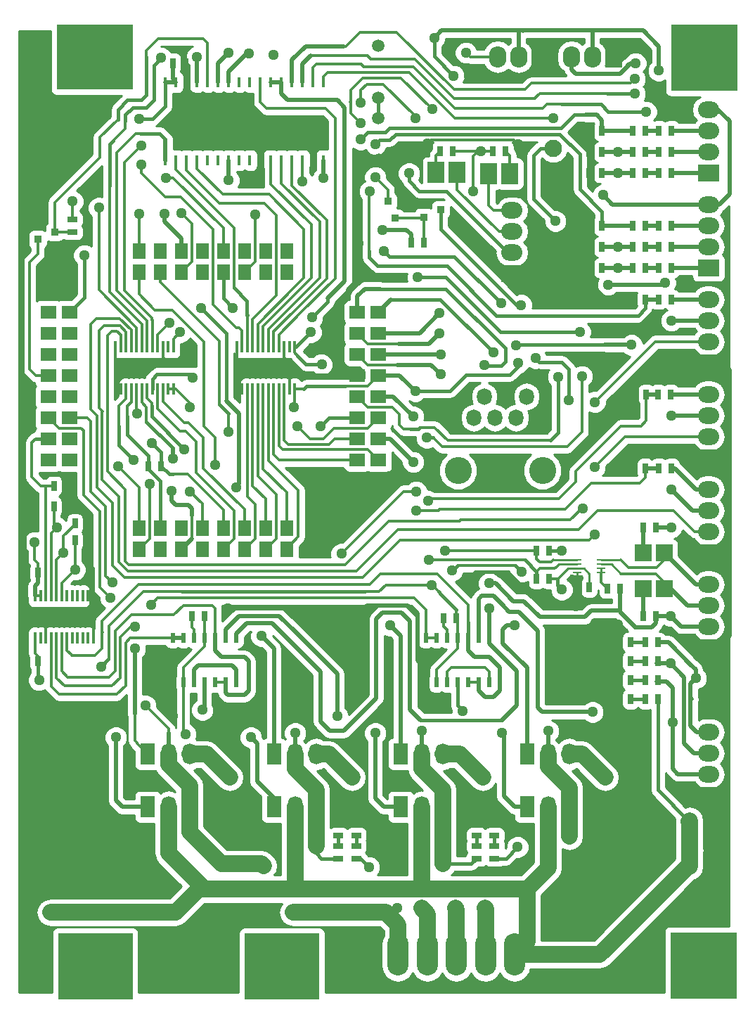
<source format=gbl>
G04 #@! TF.FileFunction,Copper,L2,Bot,Signal*
%FSLAX46Y46*%
G04 Gerber Fmt 4.6, Leading zero omitted, Abs format (unit mm)*
G04 Created by KiCad (PCBNEW 4.0.6) date 01/03/18 21:10:08*
%MOMM*%
%LPD*%
G01*
G04 APERTURE LIST*
%ADD10C,0.150000*%
%ADD11R,8.000000X8.000000*%
%ADD12O,1.778000X2.540000*%
%ADD13R,1.778000X2.540000*%
%ADD14R,0.635000X1.143000*%
%ADD15R,0.508000X1.143000*%
%ADD16R,0.350520X1.399540*%
%ADD17R,0.914400X0.914400*%
%ADD18R,1.143000X0.635000*%
%ADD19R,1.899920X1.600200*%
%ADD20R,1.600200X1.899920*%
%ADD21R,2.100000X2.540000*%
%ADD22O,2.100580X2.540000*%
%ADD23R,2.540000X1.998980*%
%ADD24O,2.540000X1.998980*%
%ADD25R,0.457200X1.270000*%
%ADD26R,1.998980X2.540000*%
%ADD27R,1.998980X1.998980*%
%ADD28R,2.540000X5.080000*%
%ADD29O,2.540000X5.080000*%
%ADD30R,2.100580X1.800860*%
%ADD31C,2.100580*%
%ADD32C,1.500000*%
%ADD33R,1.000760X0.248920*%
%ADD34O,1.800860X2.000000*%
%ADD35C,3.251200*%
%ADD36R,8.999220X8.000000*%
%ADD37R,9.200000X7.800000*%
%ADD38R,9.000000X8.000000*%
%ADD39C,1.300480*%
%ADD40C,0.398780*%
%ADD41C,0.350520*%
%ADD42C,0.500380*%
%ADD43C,2.000000*%
%ADD44C,0.250000*%
%ADD45C,0.320000*%
%ADD46C,0.300000*%
%ADD47C,0.254000*%
G04 APERTURE END LIST*
D10*
D11*
X254659000Y-157142000D03*
D12*
X192786000Y-131699000D03*
X190246000Y-131699000D03*
D13*
X187706000Y-131699000D03*
D12*
X238506000Y-138049000D03*
X235966000Y-138049000D03*
D13*
X233426000Y-138049000D03*
D12*
X238506000Y-131699000D03*
X235966000Y-131699000D03*
D13*
X233426000Y-131699000D03*
D12*
X208026000Y-138049000D03*
X205486000Y-138049000D03*
D13*
X202946000Y-138049000D03*
D12*
X208026000Y-131699000D03*
X205486000Y-131699000D03*
D13*
X202946000Y-131699000D03*
D12*
X223266000Y-131699000D03*
X220726000Y-131699000D03*
D13*
X218186000Y-131699000D03*
D12*
X192786000Y-138049000D03*
X190246000Y-138049000D03*
D13*
X187706000Y-138049000D03*
D12*
X223266000Y-138049000D03*
X220726000Y-138049000D03*
D13*
X218186000Y-138049000D03*
D14*
X250825000Y-56642000D03*
X249301000Y-56642000D03*
X250825000Y-59182000D03*
X249301000Y-59182000D03*
X250825000Y-61722000D03*
X249301000Y-61722000D03*
X250825000Y-70612000D03*
X249301000Y-70612000D03*
X250825000Y-68072000D03*
X249301000Y-68072000D03*
X250825000Y-73152000D03*
X249301000Y-73152000D03*
X249174000Y-118237000D03*
X247650000Y-118237000D03*
X249174000Y-125095000D03*
X247650000Y-125095000D03*
X249174000Y-122809000D03*
X247650000Y-122809000D03*
X249174000Y-120523000D03*
X247650000Y-120523000D03*
X190754000Y-48514000D03*
X192278000Y-48514000D03*
X174498000Y-120523000D03*
X172974000Y-120523000D03*
X174498000Y-109855000D03*
X172974000Y-109855000D03*
X240919000Y-111633000D03*
X239395000Y-111633000D03*
X245872000Y-125095000D03*
X244348000Y-125095000D03*
X245872000Y-118237000D03*
X244348000Y-118237000D03*
X245872000Y-120523000D03*
X244348000Y-120523000D03*
X245872000Y-122809000D03*
X244348000Y-122809000D03*
X248920000Y-115062000D03*
X247396000Y-115062000D03*
X247650000Y-70612000D03*
X246126000Y-70612000D03*
X247650000Y-73152000D03*
X246126000Y-73152000D03*
X247650000Y-68072000D03*
X246126000Y-68072000D03*
X236093000Y-110617000D03*
X234569000Y-110617000D03*
X236093000Y-107188000D03*
X234569000Y-107188000D03*
X247650000Y-97282000D03*
X246126000Y-97282000D03*
X247777000Y-88392000D03*
X246253000Y-88392000D03*
X250698000Y-88392000D03*
X249174000Y-88392000D03*
X250825000Y-97282000D03*
X249301000Y-97282000D03*
X247650000Y-76962000D03*
X246126000Y-76962000D03*
X250825000Y-76962000D03*
X249301000Y-76962000D03*
X244602000Y-111760000D03*
X243078000Y-111760000D03*
X248920000Y-104394000D03*
X247396000Y-104394000D03*
X242443000Y-56642000D03*
X240919000Y-56642000D03*
X242443000Y-59182000D03*
X240919000Y-59182000D03*
X247650000Y-56642000D03*
X246126000Y-56642000D03*
X247650000Y-61722000D03*
X246126000Y-61722000D03*
X242443000Y-61722000D03*
X240919000Y-61722000D03*
X242443000Y-73152000D03*
X240919000Y-73152000D03*
X242443000Y-70612000D03*
X240919000Y-70612000D03*
X242443000Y-68072000D03*
X240919000Y-68072000D03*
X247650000Y-59182000D03*
X246126000Y-59182000D03*
D15*
X198374000Y-123063000D03*
X197104000Y-123063000D03*
X195834000Y-123063000D03*
X194564000Y-123063000D03*
X193294000Y-123063000D03*
X192024000Y-123063000D03*
X190754000Y-123063000D03*
X190754000Y-117729000D03*
X192024000Y-117729000D03*
X193294000Y-117729000D03*
X194564000Y-117729000D03*
X195834000Y-117729000D03*
X197104000Y-117729000D03*
X198374000Y-117729000D03*
X228854000Y-123063000D03*
X227584000Y-123063000D03*
X226314000Y-123063000D03*
X225044000Y-123063000D03*
X223774000Y-123063000D03*
X222504000Y-123063000D03*
X221234000Y-123063000D03*
X221234000Y-117729000D03*
X222504000Y-117729000D03*
X223774000Y-117729000D03*
X225044000Y-117729000D03*
X226314000Y-117729000D03*
X227584000Y-117729000D03*
X228854000Y-117729000D03*
D16*
X174180500Y-112649000D03*
X174815500Y-112649000D03*
X175450500Y-112649000D03*
X176085500Y-112649000D03*
X176720500Y-112649000D03*
X177355500Y-112649000D03*
X177990500Y-112649000D03*
X178625500Y-112649000D03*
X179260500Y-112649000D03*
X179895500Y-112649000D03*
X180530500Y-112649000D03*
X181165500Y-112649000D03*
X181165500Y-117729000D03*
X180530500Y-117729000D03*
X179895500Y-117729000D03*
X179260500Y-117729000D03*
X178625500Y-117729000D03*
X177990500Y-117729000D03*
X177355500Y-117729000D03*
X176720500Y-117729000D03*
X176085500Y-117729000D03*
X175450500Y-117729000D03*
X174815500Y-117729000D03*
X174180500Y-117729000D03*
X190817500Y-87757000D03*
X190182500Y-87757000D03*
X189547500Y-87757000D03*
X188912500Y-87757000D03*
X188277500Y-87757000D03*
X187642500Y-87757000D03*
X187007500Y-87757000D03*
X186372500Y-87757000D03*
X185737500Y-87757000D03*
X185102500Y-87757000D03*
X184467500Y-87757000D03*
X183832500Y-87757000D03*
X183832500Y-82677000D03*
X184467500Y-82677000D03*
X185102500Y-82677000D03*
X185737500Y-82677000D03*
X186372500Y-82677000D03*
X187007500Y-82677000D03*
X187642500Y-82677000D03*
X188277500Y-82677000D03*
X188912500Y-82677000D03*
X189547500Y-82677000D03*
X190182500Y-82677000D03*
X190817500Y-82677000D03*
X205422500Y-87757000D03*
X204787500Y-87757000D03*
X204152500Y-87757000D03*
X203517500Y-87757000D03*
X202882500Y-87757000D03*
X202247500Y-87757000D03*
X201612500Y-87757000D03*
X200977500Y-87757000D03*
X200342500Y-87757000D03*
X199707500Y-87757000D03*
X199072500Y-87757000D03*
X198437500Y-87757000D03*
X198437500Y-82677000D03*
X199072500Y-82677000D03*
X199707500Y-82677000D03*
X200342500Y-82677000D03*
X200977500Y-82677000D03*
X201612500Y-82677000D03*
X202247500Y-82677000D03*
X202882500Y-82677000D03*
X203517500Y-82677000D03*
X204152500Y-82677000D03*
X204787500Y-82677000D03*
X205422500Y-82677000D03*
D17*
X220980000Y-65278000D03*
X220980000Y-67056000D03*
X223012000Y-66167000D03*
X218440000Y-65151000D03*
X216662000Y-65151000D03*
X217551000Y-67183000D03*
D18*
X212852000Y-144272000D03*
X212852000Y-142748000D03*
X210693000Y-144272000D03*
X210693000Y-142748000D03*
X227330000Y-144272000D03*
X227330000Y-142748000D03*
X229489000Y-144272000D03*
X229489000Y-142748000D03*
D14*
X224917000Y-115316000D03*
X223393000Y-115316000D03*
X194564000Y-115062000D03*
X193040000Y-115062000D03*
X220980000Y-70104000D03*
X219456000Y-70104000D03*
D18*
X227330000Y-141478000D03*
X227330000Y-139954000D03*
X229489000Y-141478000D03*
X229489000Y-139954000D03*
X212852000Y-141478000D03*
X212852000Y-139954000D03*
X210693000Y-141478000D03*
X210693000Y-139954000D03*
D17*
X174498000Y-67945000D03*
X174498000Y-69723000D03*
X176530000Y-68834000D03*
D18*
X178689000Y-67310000D03*
X178689000Y-68834000D03*
D14*
X229311200Y-59080400D03*
X230835200Y-59080400D03*
X224485200Y-59080400D03*
X222961200Y-59080400D03*
D19*
X212976460Y-78486000D03*
X215516460Y-78486000D03*
X212976460Y-81026000D03*
X215516460Y-81026000D03*
X212976460Y-83566000D03*
X215516460Y-83566000D03*
X212976460Y-86106000D03*
X215516460Y-86106000D03*
X212976460Y-88646000D03*
X215516460Y-88646000D03*
X212976460Y-91186000D03*
X215516460Y-91186000D03*
X212976460Y-93726000D03*
X215516460Y-93726000D03*
X212976460Y-96266000D03*
X215516460Y-96266000D03*
X175768000Y-78486000D03*
X178308000Y-78486000D03*
X175768000Y-81026000D03*
X178308000Y-81026000D03*
X175768000Y-83566000D03*
X178308000Y-83566000D03*
X175768000Y-86106000D03*
X178308000Y-86106000D03*
X175768000Y-88646000D03*
X178308000Y-88646000D03*
X175768000Y-91186000D03*
X178308000Y-91186000D03*
X175768000Y-93726000D03*
X178308000Y-93726000D03*
X175768000Y-96266000D03*
X178308000Y-96266000D03*
D20*
X186690000Y-73660000D03*
X186690000Y-71120000D03*
X189230000Y-73660000D03*
X189230000Y-71120000D03*
X191770000Y-73660000D03*
X191770000Y-71120000D03*
X194310000Y-73660000D03*
X194310000Y-71120000D03*
X196850000Y-73660000D03*
X196850000Y-71120000D03*
X199390000Y-73660000D03*
X199390000Y-71120000D03*
X201930000Y-73660000D03*
X201930000Y-71120000D03*
X204470000Y-73660000D03*
X204470000Y-71120000D03*
X204470000Y-107061000D03*
X204470000Y-104521000D03*
X201930000Y-107061000D03*
X201930000Y-104521000D03*
X199390000Y-107061000D03*
X199390000Y-104521000D03*
X196850000Y-107061000D03*
X196850000Y-104521000D03*
X194310000Y-107061000D03*
X194310000Y-104521000D03*
X191770000Y-107061000D03*
X191770000Y-104521000D03*
X189230000Y-107061000D03*
X189230000Y-104521000D03*
X186690000Y-107061000D03*
X186690000Y-104521000D03*
D21*
X234950000Y-47752000D03*
D22*
X232410000Y-47752000D03*
X229870000Y-47752000D03*
D21*
X243840000Y-47752000D03*
D22*
X241300000Y-47752000D03*
X238760000Y-47752000D03*
D23*
X255270000Y-61722000D03*
D24*
X255270000Y-59182000D03*
X255270000Y-56642000D03*
X255270000Y-54102000D03*
D23*
X231597200Y-73863200D03*
D24*
X231597200Y-71323200D03*
X231597200Y-68783200D03*
X231597200Y-66243200D03*
D23*
X255270000Y-118872000D03*
D24*
X255270000Y-116332000D03*
X255270000Y-113792000D03*
X255270000Y-111252000D03*
D23*
X255270000Y-107442000D03*
D24*
X255270000Y-104902000D03*
X255270000Y-102362000D03*
X255270000Y-99822000D03*
D23*
X255270000Y-96012000D03*
D24*
X255270000Y-93472000D03*
X255270000Y-90932000D03*
X255270000Y-88392000D03*
D23*
X255270000Y-84582000D03*
D24*
X255270000Y-82042000D03*
X255270000Y-79502000D03*
X255270000Y-76962000D03*
D23*
X255270000Y-73152000D03*
D24*
X255270000Y-70612000D03*
X255270000Y-68072000D03*
X255270000Y-65532000D03*
X255270000Y-126492000D03*
D23*
X255270000Y-136652000D03*
D24*
X255270000Y-134112000D03*
X255270000Y-131572000D03*
X255270000Y-129032000D03*
D25*
X205105000Y-60198000D03*
X203835000Y-60198000D03*
X202565000Y-60198000D03*
X201295000Y-60198000D03*
X200025000Y-60198000D03*
X194945000Y-60198000D03*
X193675000Y-60198000D03*
X192405000Y-60198000D03*
X191135000Y-60198000D03*
X189865000Y-60198000D03*
X189865000Y-50800000D03*
X191135000Y-50800000D03*
X192405000Y-50800000D03*
X193675000Y-50800000D03*
X194945000Y-50800000D03*
X200025000Y-50800000D03*
X201295000Y-50800000D03*
X202565000Y-50800000D03*
X203835000Y-50800000D03*
X205105000Y-50800000D03*
X206375000Y-50800000D03*
X207645000Y-50800000D03*
X208915000Y-50800000D03*
X196215000Y-50800000D03*
X197485000Y-50800000D03*
X198755000Y-50800000D03*
X196215000Y-60198000D03*
X197485000Y-60198000D03*
X198755000Y-60198000D03*
X206375000Y-60198000D03*
X207645000Y-60198000D03*
X208915000Y-60198000D03*
D26*
X224993200Y-61671200D03*
X222453200Y-61671200D03*
X228803200Y-61823600D03*
X231343200Y-61823600D03*
D27*
X249936000Y-107442000D03*
X247396000Y-107442000D03*
X249936000Y-111760000D03*
X247396000Y-111760000D03*
D28*
X214376000Y-155829000D03*
D29*
X217868500Y-155829000D03*
X221424500Y-155829000D03*
X224917000Y-155829000D03*
X228409500Y-155829000D03*
X231902000Y-155829000D03*
D30*
X236575600Y-61315600D03*
D31*
X236575600Y-58775600D03*
D32*
X215493600Y-46380400D03*
X215493600Y-52654200D03*
X215493600Y-55118000D03*
X215544400Y-60147200D03*
D33*
X239445800Y-108331000D03*
X239445800Y-108839000D03*
X239445800Y-109347000D03*
X239445800Y-109855000D03*
X242341400Y-108331000D03*
X242341400Y-108839000D03*
X242341400Y-109347000D03*
X242341400Y-109855000D03*
D34*
X229552500Y-91186000D03*
X232092500Y-91186000D03*
X227012500Y-91186000D03*
X233362500Y-88646000D03*
X230822500Y-88646000D03*
X228282500Y-88646000D03*
D35*
X225107500Y-97536000D03*
X235267500Y-97536000D03*
D36*
X181419500Y-157242000D03*
D37*
X181356000Y-47736000D03*
D38*
X203898500Y-157242000D03*
D11*
X254768500Y-47809000D03*
D14*
X176428400Y-99415600D03*
X177952400Y-99415600D03*
X176428400Y-101904800D03*
X177952400Y-101904800D03*
X178968400Y-103936800D03*
X180492400Y-103936800D03*
X178968400Y-105968800D03*
X180492400Y-105968800D03*
X187833000Y-97028000D03*
X189357000Y-97028000D03*
D39*
X197993000Y-77978000D03*
X194183000Y-77978000D03*
X198374000Y-99568000D03*
X202895200Y-47498000D03*
X240030000Y-86207600D03*
X220268800Y-74269600D03*
X239826800Y-80873600D03*
X221361000Y-93599000D03*
X220091000Y-100076000D03*
X211074000Y-107569000D03*
X250063000Y-74930000D03*
X243205000Y-75184000D03*
X253746000Y-122555000D03*
X242570000Y-64389000D03*
X252984000Y-141478000D03*
X252984000Y-145237200D03*
X253034800Y-143256000D03*
X185547000Y-150749000D03*
X181051200Y-150723600D03*
X178562000Y-150723600D03*
X232054400Y-82448400D03*
X245999000Y-82423000D03*
X252984000Y-139700000D03*
X176022000Y-150749000D03*
X188214000Y-94234000D03*
X230276400Y-77419200D03*
X216204800Y-71120000D03*
X232359200Y-84582000D03*
X205359000Y-89916000D03*
X174117000Y-106172000D03*
X219964000Y-88011000D03*
X250952000Y-127889000D03*
X237617000Y-111887000D03*
X237617000Y-107188000D03*
X192786000Y-89916000D03*
X186690000Y-55245000D03*
X174650400Y-122783600D03*
X226923600Y-63906400D03*
X227838000Y-59080400D03*
X224586800Y-50038000D03*
X208686400Y-84785200D03*
X219202000Y-61772800D03*
X216027000Y-68580000D03*
X178689000Y-65151000D03*
X207391000Y-80899000D03*
X191643000Y-80899000D03*
X250698000Y-115062000D03*
X250825000Y-104394000D03*
X222250000Y-45466000D03*
X250698000Y-120777000D03*
X228854000Y-114173000D03*
X228854000Y-111125000D03*
X250825000Y-99822000D03*
X250825000Y-79502000D03*
X250825000Y-90932000D03*
X249301000Y-49403000D03*
X214376000Y-145288000D03*
X217805000Y-150241000D03*
X187452000Y-125857000D03*
X205232000Y-150749000D03*
X201676000Y-145161000D03*
X208026000Y-142748000D03*
X220726000Y-150241000D03*
X205486000Y-129159000D03*
X224790000Y-150241000D03*
X220726000Y-128905000D03*
X223266000Y-144907000D03*
X232283000Y-142875000D03*
X228346000Y-150241000D03*
X238506000Y-141605000D03*
X235966000Y-128905000D03*
X215138000Y-62230000D03*
X189890400Y-62331600D03*
X188112400Y-113690400D03*
X186182000Y-116332000D03*
X186944000Y-60706000D03*
X193675000Y-47752000D03*
X190601600Y-100025200D03*
X177546000Y-107492800D03*
X178968400Y-109474000D03*
X192836800Y-100076000D03*
X226060000Y-47244000D03*
X191770000Y-66548000D03*
X189738000Y-66675000D03*
X246507000Y-48514000D03*
X186944000Y-58420000D03*
X199898000Y-47371000D03*
X228244400Y-84836000D03*
X229362000Y-83362800D03*
X176784000Y-104394000D03*
X184150000Y-97028000D03*
X236829600Y-67513200D03*
X237185200Y-86258400D03*
X207518000Y-79121000D03*
X190373000Y-79756000D03*
X187960000Y-99161600D03*
X220091000Y-102362000D03*
X221488000Y-101219000D03*
X195834000Y-96901000D03*
X200660000Y-66751200D03*
X214477600Y-63957200D03*
X219964000Y-55118000D03*
X213410800Y-53289200D03*
X205740000Y-92202000D03*
X213410800Y-55727600D03*
X221996000Y-54051200D03*
X208534000Y-92202000D03*
X189357000Y-47879000D03*
X197485000Y-47244000D03*
X197485000Y-62611000D03*
X181864000Y-65913000D03*
X186055000Y-96266000D03*
X197459600Y-92913200D03*
X241554000Y-97155000D03*
X241554000Y-105283000D03*
X240157000Y-102108000D03*
X241604800Y-89306400D03*
X243738400Y-80568800D03*
X243725700Y-84594700D03*
X182753000Y-53213000D03*
X175971200Y-71475600D03*
X213106000Y-70205600D03*
X232359200Y-58267600D03*
X221386400Y-58216800D03*
X238734600Y-66065400D03*
X213106000Y-60706000D03*
X201168000Y-62738000D03*
X225806000Y-111125000D03*
X212852000Y-137668000D03*
X228346000Y-137668000D03*
X244602000Y-76962000D03*
X190754000Y-127127000D03*
X197866000Y-130683000D03*
X198374000Y-139573000D03*
X239268000Y-113919000D03*
X210566000Y-153797000D03*
X193040000Y-83185000D03*
X197358000Y-114173000D03*
X212217000Y-120650000D03*
X226441000Y-50038000D03*
X174117000Y-103124000D03*
X244348000Y-116078000D03*
X244602000Y-97282000D03*
X174879000Y-128397000D03*
X244602000Y-88392000D03*
X239268000Y-56769000D03*
X242951000Y-128651000D03*
X247904000Y-47244000D03*
X241681000Y-115951000D03*
X186690000Y-66675000D03*
X186436000Y-90678000D03*
X216916000Y-116205000D03*
X230378000Y-129159000D03*
X201422000Y-117475000D03*
X186182000Y-118999000D03*
X183896000Y-129667000D03*
X241300000Y-126619000D03*
X215138000Y-129159000D03*
X231902000Y-116205000D03*
X200152000Y-129667000D03*
X225679000Y-126492000D03*
X194310000Y-126365000D03*
X210566000Y-127127000D03*
X228092000Y-134493000D03*
X242824000Y-134493000D03*
X221945200Y-111353600D03*
X232791000Y-109728000D03*
X224409000Y-109601000D03*
X238455200Y-89052400D03*
X234442000Y-84023200D03*
X232714800Y-77622400D03*
X192278000Y-129286000D03*
X182118000Y-121158000D03*
X197612000Y-134493000D03*
X212344000Y-134493000D03*
X223012000Y-85979000D03*
X222885000Y-78613000D03*
X222885000Y-81026000D03*
X223012000Y-83566000D03*
X190754000Y-96139000D03*
X219710000Y-91059000D03*
X192151000Y-94996000D03*
X219710000Y-96520000D03*
X193167000Y-86360000D03*
X180086000Y-71628000D03*
X244348000Y-59182000D03*
X246380000Y-50419000D03*
X247777000Y-54356000D03*
X244348000Y-73152000D03*
X215188800Y-58267600D03*
X208915000Y-62357000D03*
X183489600Y-111048800D03*
X223520000Y-107188000D03*
X183235600Y-112877600D03*
X221615000Y-108331000D03*
X246380000Y-52197000D03*
X244348000Y-70612000D03*
X236601000Y-55118000D03*
X244348000Y-61722000D03*
X206375000Y-62738000D03*
X213360000Y-57708800D03*
D40*
X196850000Y-73660000D02*
X196850000Y-76835000D01*
X196850000Y-76835000D02*
X197993000Y-77978000D01*
X197231000Y-89103200D02*
X197231000Y-81026000D01*
X197231000Y-81026000D02*
X194183000Y-77978000D01*
D41*
X197231000Y-89103200D02*
X197231000Y-89154000D01*
X197231000Y-89154000D02*
X198247000Y-90170000D01*
X196850000Y-76835000D02*
X197993000Y-77978000D01*
D42*
X198755000Y-92329000D02*
X198755000Y-99187000D01*
X197231000Y-89154000D02*
X198247000Y-90170000D01*
X198247000Y-90170000D02*
X198755000Y-90678000D01*
X198755000Y-90678000D02*
X198755000Y-92329000D01*
X198755000Y-99187000D02*
X198374000Y-99568000D01*
D40*
X221361000Y-93599000D02*
X222123000Y-93599000D01*
D41*
X240030000Y-92913200D02*
X240030000Y-86207600D01*
X238252000Y-94691200D02*
X240030000Y-92913200D01*
X223215200Y-94691200D02*
X238252000Y-94691200D01*
X222123000Y-93599000D02*
X223215200Y-94691200D01*
D40*
X239826800Y-80873600D02*
X232664000Y-80873600D01*
X232664000Y-80873600D02*
X230225600Y-80873600D01*
X230225600Y-80873600D02*
X223621600Y-74269600D01*
X223621600Y-74269600D02*
X220268800Y-74269600D01*
D41*
X220091000Y-100076000D02*
X218567000Y-100076000D01*
X218567000Y-100076000D02*
X211074000Y-107569000D01*
D42*
X253873000Y-129032000D02*
X253111000Y-128270000D01*
X253111000Y-128270000D02*
X253111000Y-126619000D01*
X255270000Y-129032000D02*
X253873000Y-129032000D01*
X256540000Y-65532000D02*
X257810000Y-64262000D01*
X257810000Y-64262000D02*
X257810000Y-55499000D01*
X257810000Y-55499000D02*
X256413000Y-54102000D01*
X256413000Y-54102000D02*
X255270000Y-54102000D01*
X255270000Y-65532000D02*
X256540000Y-65532000D01*
X250444000Y-118237000D02*
X250698000Y-118491000D01*
X253111000Y-125095000D02*
X253111000Y-126619000D01*
X250063000Y-74930000D02*
X249809000Y-75184000D01*
X249809000Y-75184000D02*
X243205000Y-75184000D01*
X255270000Y-65532000D02*
X243713000Y-65532000D01*
X243713000Y-65532000D02*
X242570000Y-64389000D01*
X250444000Y-118237000D02*
X250698000Y-118491000D01*
X249174000Y-118237000D02*
X250444000Y-118237000D01*
X253746000Y-122555000D02*
X253111000Y-123190000D01*
X253111000Y-123190000D02*
X253111000Y-124968000D01*
X253111000Y-124968000D02*
X253238000Y-125095000D01*
X253238000Y-125095000D02*
X253111000Y-125095000D01*
X253746000Y-121539000D02*
X253746000Y-122555000D01*
X253111000Y-120904000D02*
X253746000Y-121539000D01*
X250698000Y-118491000D02*
X253111000Y-120904000D01*
D43*
X220726000Y-138049000D02*
X220726000Y-147955000D01*
X252984000Y-139700000D02*
X252984000Y-141478000D01*
X252984000Y-145237200D02*
X252984000Y-145034000D01*
X252984000Y-141478000D02*
X252984000Y-143205200D01*
X252984000Y-143205200D02*
X253034800Y-143256000D01*
X252984000Y-141478000D02*
X252984000Y-145034000D01*
X242189000Y-155829000D02*
X231902000Y-155829000D01*
X252984000Y-145034000D02*
X242189000Y-155829000D01*
X185547000Y-150749000D02*
X185572400Y-150749000D01*
X185572400Y-150749000D02*
X185572400Y-150723600D01*
X185572400Y-150723600D02*
X185572400Y-150749000D01*
X178562000Y-150723600D02*
X181051200Y-150723600D01*
X176022000Y-150749000D02*
X178536600Y-150749000D01*
X178536600Y-150749000D02*
X178562000Y-150723600D01*
X176022000Y-150749000D02*
X185572400Y-150749000D01*
X185572400Y-150749000D02*
X191084200Y-150749000D01*
X193878200Y-147955000D02*
X193878200Y-147269200D01*
X191084200Y-150749000D02*
X193878200Y-147955000D01*
D40*
X245999000Y-82423000D02*
X232079800Y-82423000D01*
X232079800Y-82423000D02*
X232054400Y-82448400D01*
D42*
X242773200Y-82397600D02*
X245973600Y-82397600D01*
X245973600Y-82397600D02*
X245999000Y-82423000D01*
D43*
X233426000Y-147955000D02*
X233426000Y-149225000D01*
X233426000Y-154305000D02*
X231902000Y-155829000D01*
X233426000Y-149225000D02*
X233426000Y-154305000D01*
X190246000Y-143637000D02*
X190246000Y-138049000D01*
X193878200Y-147269200D02*
X190246000Y-143637000D01*
X194564000Y-147955000D02*
X193878200Y-147269200D01*
X205486000Y-147955000D02*
X194564000Y-147955000D01*
X206502000Y-147955000D02*
X205486000Y-147955000D01*
X220726000Y-147955000D02*
X206502000Y-147955000D01*
X233426000Y-147955000D02*
X220726000Y-147955000D01*
X205486000Y-147447000D02*
X205486000Y-147955000D01*
X205486000Y-147955000D02*
X205486000Y-147447000D01*
X205486000Y-138049000D02*
X205486000Y-147955000D01*
X235966000Y-145415000D02*
X233426000Y-147955000D01*
X235966000Y-138049000D02*
X235966000Y-145415000D01*
X252920500Y-139763500D02*
X252984000Y-139700000D01*
D40*
X249174000Y-136017000D02*
X252920500Y-139763500D01*
X249174000Y-125095000D02*
X249174000Y-136017000D01*
X189357000Y-97028000D02*
X189357000Y-95377000D01*
X189357000Y-95377000D02*
X188214000Y-94234000D01*
X190804800Y-97993200D02*
X190322200Y-97993200D01*
D41*
X196850000Y-102311200D02*
X192532000Y-97993200D01*
X192532000Y-97993200D02*
X190804800Y-97993200D01*
X196850000Y-104521000D02*
X196850000Y-102311200D01*
D40*
X190322200Y-97993200D02*
X189357000Y-97028000D01*
X211480400Y-87376000D02*
X206883000Y-87376000D01*
X206883000Y-87376000D02*
X206502000Y-87757000D01*
D41*
X174498000Y-109855000D02*
X174498000Y-108712000D01*
X174117000Y-108331000D02*
X174117000Y-106172000D01*
X174498000Y-108712000D02*
X174117000Y-108331000D01*
D40*
X232359200Y-84582000D02*
X232359200Y-84988400D01*
X224637600Y-71780400D02*
X230276400Y-77419200D01*
X216865200Y-71780400D02*
X222300800Y-71780400D01*
X216204800Y-71120000D02*
X216865200Y-71780400D01*
X222300800Y-71780400D02*
X224637600Y-71780400D01*
X224155000Y-88011000D02*
X219964000Y-88011000D01*
X226110800Y-86055200D02*
X224155000Y-88011000D01*
X231292400Y-86055200D02*
X226110800Y-86055200D01*
X232359200Y-84988400D02*
X231292400Y-86055200D01*
D41*
X205422500Y-89852500D02*
X205359000Y-89916000D01*
X205422500Y-87757000D02*
X205422500Y-89852500D01*
X190817500Y-87757000D02*
X190182500Y-87757000D01*
X174180500Y-112649000D02*
X174815500Y-112649000D01*
D42*
X174180500Y-111442500D02*
X174498000Y-111125000D01*
X174498000Y-111125000D02*
X174498000Y-109855000D01*
X174180500Y-112649000D02*
X174180500Y-111442500D01*
X250952000Y-123698000D02*
X250190000Y-122936000D01*
X250190000Y-122936000D02*
X249047000Y-122936000D01*
X250952000Y-127889000D02*
X250952000Y-123698000D01*
X218059000Y-86106000D02*
X219964000Y-88011000D01*
X215516460Y-86106000D02*
X218059000Y-86106000D01*
D44*
X240919000Y-109982000D02*
X240284000Y-109347000D01*
X240284000Y-109347000D02*
X239445800Y-109347000D01*
X240919000Y-111633000D02*
X240919000Y-109982000D01*
X238379000Y-109347000D02*
X237109000Y-110617000D01*
D41*
X237109000Y-110617000D02*
X236093000Y-110617000D01*
D44*
X239445800Y-109347000D02*
X238379000Y-109347000D01*
D40*
X237109000Y-111379000D02*
X237617000Y-111887000D01*
X237109000Y-110617000D02*
X237109000Y-111379000D01*
X237617000Y-107188000D02*
X236093000Y-107188000D01*
D41*
X215516460Y-86108540D02*
X214249000Y-87376000D01*
X214249000Y-87376000D02*
X211480400Y-87376000D01*
X206883000Y-87376000D02*
X206502000Y-87757000D01*
X206502000Y-87757000D02*
X205422500Y-87757000D01*
X215516460Y-86106000D02*
X215516460Y-86108540D01*
X191135000Y-87757000D02*
X192786000Y-89408000D01*
X190817500Y-87757000D02*
X191135000Y-87757000D01*
X192786000Y-89408000D02*
X192786000Y-89916000D01*
D42*
X251587000Y-134112000D02*
X250952000Y-133477000D01*
X250952000Y-133477000D02*
X250952000Y-127889000D01*
X255270000Y-134112000D02*
X251587000Y-134112000D01*
D40*
X189865000Y-50800000D02*
X189865000Y-53721000D01*
X189865000Y-53721000D02*
X188341000Y-55245000D01*
X188341000Y-55245000D02*
X186690000Y-55245000D01*
X174498000Y-120523000D02*
X174498000Y-122631200D01*
X174498000Y-122631200D02*
X174650400Y-122783600D01*
D41*
X174498000Y-122631200D02*
X174650400Y-122783600D01*
X226923600Y-63906400D02*
X226923600Y-59690000D01*
X226923600Y-59690000D02*
X227533200Y-59080400D01*
X227533200Y-59080400D02*
X227838000Y-59080400D01*
D40*
X208686400Y-84785200D02*
X206806800Y-84785200D01*
X205790800Y-83769200D02*
X205790800Y-83718400D01*
X206806800Y-84785200D02*
X205790800Y-83769200D01*
D41*
X227838000Y-59080400D02*
X229311200Y-59080400D01*
D40*
X222250000Y-45466000D02*
X222250000Y-47701200D01*
X222250000Y-47701200D02*
X224586800Y-50038000D01*
D41*
X205422500Y-83350100D02*
X205422500Y-82677000D01*
X205790800Y-83718400D02*
X205422500Y-83350100D01*
D40*
X231597200Y-71323200D02*
X231089200Y-71323200D01*
X219202000Y-62687200D02*
X219202000Y-61772800D01*
X220421200Y-63906400D02*
X219202000Y-62687200D01*
X223672400Y-63906400D02*
X220421200Y-63906400D01*
X231089200Y-71323200D02*
X223672400Y-63906400D01*
D41*
X227076000Y-59080400D02*
X229311200Y-59080400D01*
X227076000Y-59080400D02*
X224485200Y-59080400D01*
D42*
X216027000Y-68580000D02*
X218897200Y-68580000D01*
X218897200Y-68580000D02*
X219456000Y-69138800D01*
X219456000Y-69138800D02*
X219456000Y-70104000D01*
D41*
X178689000Y-67310000D02*
X178689000Y-65151000D01*
X190754000Y-50800000D02*
X191135000Y-50800000D01*
X189865000Y-50800000D02*
X190754000Y-50800000D01*
D40*
X205422500Y-82677000D02*
X205613000Y-82677000D01*
X205613000Y-82677000D02*
X207391000Y-80899000D01*
D41*
X190817500Y-81724500D02*
X191643000Y-80899000D01*
X190817500Y-82677000D02*
X190817500Y-81724500D01*
X190754000Y-50673000D02*
X190754000Y-50800000D01*
X190754000Y-50800000D02*
X190754000Y-50673000D01*
X190754000Y-48514000D02*
X190754000Y-50800000D01*
D42*
X250698000Y-115062000D02*
X248920000Y-115062000D01*
X248920000Y-104394000D02*
X250825000Y-104394000D01*
D41*
X174180500Y-119570500D02*
X174498000Y-119888000D01*
X174498000Y-119888000D02*
X174498000Y-120523000D01*
X174180500Y-117729000D02*
X174180500Y-119570500D01*
X222250000Y-45466000D02*
X223139000Y-44577000D01*
X232918000Y-44577000D02*
X239268000Y-44577000D01*
X223139000Y-44577000D02*
X232918000Y-44577000D01*
X232918000Y-44704000D02*
X232918000Y-44577000D01*
X232918000Y-44577000D02*
X232918000Y-44704000D01*
D42*
X240665000Y-44577000D02*
X245999000Y-44577000D01*
X239268000Y-44577000D02*
X240665000Y-44577000D01*
D41*
X246380000Y-116459000D02*
X248412000Y-116459000D01*
X248412000Y-116459000D02*
X248920000Y-115951000D01*
D42*
X249047000Y-120777000D02*
X250698000Y-120777000D01*
X246380000Y-116332000D02*
X244602000Y-114554000D01*
X244602000Y-114427000D02*
X244602000Y-111760000D01*
X244602000Y-114554000D02*
X244602000Y-114427000D01*
X246380000Y-116459000D02*
X246380000Y-116332000D01*
X248412000Y-116459000D02*
X246380000Y-116459000D01*
X248920000Y-115951000D02*
X248412000Y-116459000D01*
X248920000Y-115062000D02*
X248920000Y-115951000D01*
X229616000Y-111125000D02*
X228854000Y-111125000D01*
X231775000Y-113284000D02*
X229616000Y-111125000D01*
X233045000Y-113284000D02*
X231775000Y-113284000D01*
X234950000Y-115189000D02*
X233045000Y-113284000D01*
X244602000Y-114427000D02*
X241173000Y-114427000D01*
X241173000Y-114427000D02*
X240411000Y-115189000D01*
X239649000Y-115189000D02*
X237871000Y-115189000D01*
X228854000Y-117729000D02*
X228854000Y-114173000D01*
X239649000Y-115189000D02*
X240411000Y-115189000D01*
X237871000Y-115189000D02*
X234950000Y-115189000D01*
X218313000Y-114681000D02*
X219329000Y-115697000D01*
X216027000Y-114681000D02*
X218313000Y-114681000D01*
X215265000Y-115443000D02*
X216027000Y-114681000D01*
X198374000Y-117729000D02*
X198374000Y-117221000D01*
X228854000Y-118364000D02*
X228854000Y-117729000D01*
X219329000Y-115697000D02*
X219329000Y-126365000D01*
X219329000Y-126365000D02*
X220599000Y-127635000D01*
D40*
X220599000Y-127635000D02*
X230378000Y-127635000D01*
D42*
X230378000Y-127635000D02*
X232156000Y-125857000D01*
X232156000Y-125857000D02*
X232156000Y-121666000D01*
X232156000Y-121666000D02*
X228854000Y-118364000D01*
X215265000Y-124968000D02*
X215265000Y-117221000D01*
X211328000Y-128905000D02*
X215265000Y-124968000D01*
X209677000Y-128905000D02*
X211328000Y-128905000D01*
X208534000Y-127762000D02*
X209677000Y-128905000D01*
X208534000Y-121793000D02*
X208534000Y-127762000D01*
X202692000Y-115951000D02*
X208534000Y-121793000D01*
X199644000Y-115951000D02*
X202692000Y-115951000D01*
X198374000Y-117221000D02*
X199644000Y-115951000D01*
X215265000Y-117221000D02*
X215265000Y-115443000D01*
X240538000Y-44577000D02*
X240665000Y-44577000D01*
X223139000Y-44577000D02*
X222250000Y-45466000D01*
X232410000Y-44577000D02*
X223139000Y-44577000D01*
X243586000Y-44577000D02*
X232410000Y-44577000D01*
X190754000Y-50419000D02*
X191135000Y-50800000D01*
X190754000Y-48514000D02*
X190754000Y-50419000D01*
X191135000Y-50800000D02*
X189865000Y-50800000D01*
X252356618Y-122435618D02*
X250698000Y-120777000D01*
X252356618Y-130436618D02*
X252356618Y-122435618D01*
X253492000Y-131572000D02*
X252356618Y-130436618D01*
X255270000Y-131572000D02*
X253492000Y-131572000D01*
X251968000Y-116332000D02*
X250698000Y-115062000D01*
X255270000Y-116332000D02*
X251968000Y-116332000D01*
X253365000Y-102362000D02*
X250825000Y-99822000D01*
X255270000Y-102362000D02*
X253365000Y-102362000D01*
X255270000Y-79502000D02*
X250825000Y-79502000D01*
X255270000Y-90932000D02*
X250825000Y-90932000D01*
X243586000Y-44577000D02*
X245999000Y-44577000D01*
X241300000Y-44577000D02*
X240538000Y-44577000D01*
X246380000Y-44577000D02*
X241300000Y-44577000D01*
X241300000Y-44704000D02*
X241300000Y-44577000D01*
X241300000Y-44577000D02*
X241300000Y-44704000D01*
X241300000Y-47752000D02*
X241300000Y-44577000D01*
X232410000Y-47752000D02*
X232410000Y-44577000D01*
X247396000Y-44577000D02*
X249301000Y-46482000D01*
X249301000Y-46482000D02*
X249301000Y-49403000D01*
X246380000Y-44577000D02*
X247396000Y-44577000D01*
D41*
X188214000Y-114935000D02*
X185750200Y-114935000D01*
X183799478Y-116885722D02*
X183799478Y-118414800D01*
X185750200Y-114935000D02*
X183799478Y-116885722D01*
X188214000Y-114935000D02*
X190881000Y-114935000D01*
X190881000Y-114935000D02*
X192024000Y-113792000D01*
X177355500Y-119888000D02*
X177355500Y-121678700D01*
X183799478Y-120401078D02*
X183799478Y-118414800D01*
X177355500Y-117729000D02*
X177355500Y-119888000D01*
X177355500Y-121678700D02*
X178104800Y-122428000D01*
X178104800Y-122428000D02*
X183032400Y-122428000D01*
X183032400Y-122428000D02*
X183799478Y-121660922D01*
X183799478Y-121660922D02*
X183799478Y-120401078D01*
X195834000Y-117729000D02*
X195834000Y-114142522D01*
X195483478Y-113792000D02*
X192024000Y-113792000D01*
X195834000Y-114142522D02*
X195483478Y-113792000D01*
X197104000Y-123063000D02*
X195834000Y-123063000D01*
D42*
X197104000Y-124333000D02*
X197358000Y-124587000D01*
X197358000Y-124587000D02*
X199390000Y-124587000D01*
X199390000Y-124587000D02*
X199898000Y-124079000D01*
X199898000Y-124079000D02*
X199898000Y-122047000D01*
X197104000Y-123063000D02*
X197104000Y-124333000D01*
X199390000Y-120015000D02*
X199898000Y-120523000D01*
X199898000Y-120523000D02*
X199898000Y-122047000D01*
X196596000Y-120015000D02*
X199390000Y-120015000D01*
X195834000Y-119253000D02*
X196596000Y-120015000D01*
X195834000Y-117729000D02*
X195834000Y-119253000D01*
D41*
X212547200Y-111252000D02*
X214477600Y-111252000D01*
X222605600Y-109982000D02*
X224485200Y-111861600D01*
X215747600Y-109982000D02*
X222605600Y-109982000D01*
X214477600Y-111252000D02*
X215747600Y-109982000D01*
X190347600Y-111252000D02*
X186639200Y-111252000D01*
X182270400Y-117043200D02*
X182219600Y-117043200D01*
X182219600Y-116992400D02*
X182270400Y-117043200D01*
X182219600Y-115671600D02*
X182219600Y-116992400D01*
X186639200Y-111252000D02*
X182219600Y-115671600D01*
X178587400Y-119786400D02*
X178562000Y-119761000D01*
X181406800Y-119786400D02*
X178587400Y-119786400D01*
X182219600Y-118973600D02*
X181406800Y-119786400D01*
X182219600Y-117043200D02*
X182219600Y-118973600D01*
X212547200Y-111252000D02*
X190347600Y-111252000D01*
X226314000Y-115824000D02*
X226314000Y-113690400D01*
D40*
X226314000Y-115824000D02*
X226314000Y-117729000D01*
D41*
X226314000Y-113690400D02*
X224485200Y-111861600D01*
X178562000Y-119761000D02*
X177990500Y-119189500D01*
X177990500Y-117729000D02*
X177990500Y-119189500D01*
X227584000Y-123063000D02*
X226314000Y-123063000D01*
D42*
X227584000Y-124079000D02*
X228346000Y-124841000D01*
X227584000Y-123063000D02*
X227584000Y-124079000D01*
X229362000Y-124841000D02*
X228346000Y-124841000D01*
X230124000Y-124079000D02*
X229362000Y-124841000D01*
X230124000Y-121285000D02*
X230124000Y-124079000D01*
X228854000Y-120015000D02*
X230124000Y-121285000D01*
X227076000Y-120015000D02*
X228854000Y-120015000D01*
X226314000Y-119253000D02*
X227076000Y-120015000D01*
X226314000Y-117729000D02*
X226314000Y-119253000D01*
D40*
X213360000Y-144272000D02*
X212852000Y-144272000D01*
X214376000Y-145288000D02*
X213360000Y-144272000D01*
X217233500Y-150812500D02*
X217805000Y-150241000D01*
X216471500Y-150812500D02*
X217233500Y-150812500D01*
D43*
X216471500Y-150812500D02*
X216408000Y-150749000D01*
D41*
X190246000Y-131699000D02*
X190246000Y-128651000D01*
X190246000Y-128651000D02*
X187452000Y-125857000D01*
D42*
X192786000Y-135509000D02*
X190246000Y-132969000D01*
X190246000Y-132969000D02*
X190246000Y-131699000D01*
D43*
X190246000Y-132969000D02*
X190246000Y-131699000D01*
X192786000Y-135509000D02*
X190246000Y-132969000D01*
X192786000Y-138049000D02*
X192786000Y-135509000D01*
X217868500Y-152209500D02*
X216471500Y-150812500D01*
X216408000Y-150749000D02*
X205232000Y-150749000D01*
X201676000Y-145161000D02*
X201422000Y-144907000D01*
X201422000Y-144907000D02*
X196596000Y-144907000D01*
X196596000Y-144907000D02*
X192786000Y-141097000D01*
X192786000Y-141097000D02*
X192786000Y-138049000D01*
X217868500Y-155829000D02*
X217868500Y-152209500D01*
D42*
X190246000Y-131699000D02*
X190246000Y-129159000D01*
D40*
X208026000Y-142748000D02*
X208026000Y-143637000D01*
X208661000Y-144272000D02*
X210693000Y-144272000D01*
X208026000Y-143637000D02*
X208661000Y-144272000D01*
D43*
X205486000Y-133477000D02*
X205486000Y-131699000D01*
X208026000Y-136017000D02*
X205486000Y-133477000D01*
X208026000Y-138049000D02*
X208026000Y-136017000D01*
X221424500Y-150939500D02*
X221424500Y-155829000D01*
X220726000Y-150241000D02*
X221424500Y-150939500D01*
X208026000Y-138049000D02*
X208026000Y-142748000D01*
D42*
X205486000Y-129159000D02*
X205486000Y-131699000D01*
D40*
X223266000Y-144907000D02*
X226695000Y-144907000D01*
X226695000Y-144907000D02*
X227330000Y-144272000D01*
D43*
X220726000Y-133477000D02*
X220726000Y-131699000D01*
X223266000Y-136017000D02*
X220726000Y-133477000D01*
X223266000Y-138049000D02*
X223266000Y-136017000D01*
X224917000Y-150368000D02*
X224790000Y-150241000D01*
X223266000Y-140335000D02*
X223266000Y-138049000D01*
X224917000Y-155829000D02*
X224917000Y-150368000D01*
D42*
X220726000Y-128905000D02*
X220726000Y-131699000D01*
D43*
X223266000Y-140335000D02*
X223266000Y-144907000D01*
D40*
X229489000Y-144272000D02*
X230886000Y-144272000D01*
X230886000Y-144272000D02*
X232283000Y-142875000D01*
D43*
X238506000Y-135763000D02*
X235966000Y-133223000D01*
X235966000Y-133223000D02*
X235966000Y-131699000D01*
X238506000Y-138049000D02*
X238506000Y-135763000D01*
X228346000Y-150241000D02*
X228409500Y-150304500D01*
X228409500Y-150304500D02*
X228409500Y-155829000D01*
X238506000Y-138049000D02*
X238506000Y-141605000D01*
D42*
X235966000Y-128905000D02*
X235966000Y-131699000D01*
D41*
X189890400Y-62331600D02*
X190804800Y-62331600D01*
X196850000Y-68376800D02*
X196850000Y-71120000D01*
X190804800Y-62331600D02*
X196850000Y-68376800D01*
X216662000Y-63754000D02*
X215138000Y-62230000D01*
X216662000Y-65151000D02*
X216662000Y-63754000D01*
X196850000Y-68326000D02*
X196850000Y-71120000D01*
X196850000Y-68326000D02*
X196850000Y-71120000D01*
X176085500Y-120802400D02*
X176085500Y-123507500D01*
X185597800Y-117729000D02*
X190754000Y-117729000D01*
X185064400Y-118262400D02*
X185597800Y-117729000D01*
X185064400Y-123444000D02*
X185064400Y-118262400D01*
X183997600Y-124510800D02*
X185064400Y-123444000D01*
X177088800Y-124510800D02*
X183997600Y-124510800D01*
X176085500Y-123507500D02*
X177088800Y-124510800D01*
X176085500Y-117729000D02*
X176085500Y-120802400D01*
D42*
X192024000Y-117729000D02*
X190754000Y-117729000D01*
D41*
X186182000Y-116332000D02*
X185674000Y-116332000D01*
X184404000Y-117602000D02*
X184404000Y-118618000D01*
X185674000Y-116332000D02*
X184404000Y-117602000D01*
X190500000Y-112903000D02*
X188899800Y-112903000D01*
X188899800Y-112903000D02*
X188112400Y-113690400D01*
X176720500Y-119634000D02*
X176720500Y-122516900D01*
X184404000Y-122529600D02*
X184404000Y-120802400D01*
X183438800Y-123494800D02*
X184404000Y-122529600D01*
X177698400Y-123494800D02*
X183438800Y-123494800D01*
X176720500Y-122516900D02*
X177698400Y-123494800D01*
X176720500Y-117729000D02*
X176720500Y-119634000D01*
X184404000Y-120802400D02*
X184404000Y-118618000D01*
X221234000Y-114300000D02*
X221234000Y-117729000D01*
X197231000Y-112903000D02*
X219837000Y-112903000D01*
X219837000Y-112903000D02*
X221234000Y-114300000D01*
X197231000Y-112903000D02*
X190500000Y-112903000D01*
X222504000Y-117729000D02*
X221234000Y-117729000D01*
D45*
X200660000Y-105791000D02*
X200660000Y-101600000D01*
D41*
X200660000Y-101600000D02*
X199707500Y-100647500D01*
D45*
X199707500Y-100647500D02*
X199707500Y-87757000D01*
D41*
X199390000Y-107061000D02*
X200660000Y-105791000D01*
X200342500Y-99377500D02*
X201930000Y-100965000D01*
X201930000Y-100965000D02*
X201930000Y-104521000D01*
X200342500Y-87757000D02*
X200342500Y-99377500D01*
D45*
X203200000Y-105791000D02*
X203200000Y-100457000D01*
D41*
X203200000Y-100457000D02*
X200977500Y-98234500D01*
D45*
X200977500Y-98234500D02*
X200977500Y-87757000D01*
D41*
X201930000Y-107061000D02*
X203200000Y-105791000D01*
X201612500Y-97345500D02*
X204470000Y-100203000D01*
X204470000Y-100203000D02*
X204470000Y-104521000D01*
D45*
X201612500Y-87757000D02*
X201612500Y-97345500D01*
D41*
X204470000Y-106934000D02*
X205867000Y-105537000D01*
X205867000Y-105537000D02*
X205867000Y-104140000D01*
X204470000Y-107061000D02*
X204470000Y-106934000D01*
X202565000Y-96647000D02*
X205867000Y-99949000D01*
D45*
X202247500Y-96329500D02*
X202565000Y-96647000D01*
D41*
X205867000Y-99949000D02*
X205867000Y-104140000D01*
D45*
X202247500Y-87757000D02*
X202247500Y-96012000D01*
X202247500Y-96329500D02*
X202565000Y-96647000D01*
X202247500Y-96012000D02*
X202247500Y-96329500D01*
X203581000Y-96266000D02*
X202882500Y-95567500D01*
X202882500Y-95567500D02*
X202882500Y-87757000D01*
D41*
X212976460Y-96266000D02*
X203581000Y-96266000D01*
D45*
X203517500Y-94551500D02*
X203962000Y-94996000D01*
X203962000Y-94996000D02*
X214246460Y-94996000D01*
D41*
X214246460Y-94996000D02*
X215516460Y-96266000D01*
D45*
X203517500Y-87757000D02*
X203517500Y-94551500D01*
D41*
X212976460Y-93726000D02*
X210230738Y-93726000D01*
X204152500Y-93916500D02*
X204152500Y-93408500D01*
X204642738Y-94406738D02*
X204152500Y-93916500D01*
X209550000Y-94406738D02*
X204642738Y-94406738D01*
X210230738Y-93726000D02*
X209550000Y-94406738D01*
D45*
X204152500Y-87757000D02*
X204152500Y-91821000D01*
X204152500Y-91821000D02*
X204152500Y-93408500D01*
D40*
X187579000Y-49276000D02*
X187579000Y-52324000D01*
X186944000Y-52959000D02*
X185293000Y-52959000D01*
X187579000Y-52324000D02*
X186944000Y-52959000D01*
X187579000Y-47752000D02*
X187579000Y-49276000D01*
X184150000Y-54102000D02*
X184150000Y-55270400D01*
X185293000Y-52959000D02*
X184150000Y-54102000D01*
D41*
X181965600Y-59842400D02*
X176530000Y-65278000D01*
X181965600Y-57454800D02*
X181965600Y-59842400D01*
X184150000Y-55270400D02*
X181965600Y-57454800D01*
X176530000Y-65278000D02*
X176530000Y-68834000D01*
X176530000Y-68834000D02*
X176530000Y-65278000D01*
X194945000Y-46101000D02*
X194945000Y-50800000D01*
X194437000Y-45593000D02*
X194945000Y-46101000D01*
X188976000Y-45593000D02*
X194437000Y-45593000D01*
X187579000Y-46990000D02*
X188976000Y-45593000D01*
X187579000Y-47752000D02*
X187579000Y-46990000D01*
X176530000Y-68834000D02*
X178689000Y-68834000D01*
X186944000Y-60706000D02*
X186944000Y-61722000D01*
X195580000Y-68478400D02*
X195580000Y-69646800D01*
X191719200Y-64617600D02*
X195580000Y-68478400D01*
X189839600Y-64617600D02*
X191719200Y-64617600D01*
X186944000Y-61722000D02*
X189839600Y-64617600D01*
X195580000Y-69646800D02*
X195580000Y-69850000D01*
D45*
X195580000Y-73279000D02*
X195580000Y-74930000D01*
X195580000Y-69850000D02*
X195580000Y-73279000D01*
D41*
X195580000Y-74930000D02*
X195580000Y-75057000D01*
X195580000Y-75057000D02*
X195580000Y-76327000D01*
X195580000Y-77597000D02*
X198374000Y-80391000D01*
X195580000Y-76327000D02*
X195580000Y-77597000D01*
X198374000Y-80391000D02*
X198755000Y-80391000D01*
X199102978Y-80738978D02*
X199102978Y-81534000D01*
X198755000Y-80391000D02*
X199102978Y-80738978D01*
X193675000Y-47752000D02*
X193675000Y-50800000D01*
D45*
X199102978Y-81534000D02*
X199102978Y-82677000D01*
D41*
X199102978Y-82677000D02*
X199072500Y-82677000D01*
D42*
X193675000Y-50800000D02*
X193675000Y-47752000D01*
D41*
X191135000Y-60198000D02*
X191135000Y-61341000D01*
X191135000Y-61341000D02*
X198120000Y-68326000D01*
X198120000Y-68326000D02*
X198120000Y-69342000D01*
X198120000Y-75184000D02*
X198120000Y-75565000D01*
X198120000Y-74676000D02*
X198120000Y-69342000D01*
X198120000Y-74676000D02*
X198120000Y-75184000D01*
D40*
X198120000Y-75565000D02*
X199694800Y-77139800D01*
X199694800Y-78841600D02*
X199707500Y-78841600D01*
X199694800Y-77139800D02*
X199694800Y-78841600D01*
D41*
X199707500Y-82677000D02*
X199707500Y-78841600D01*
X199707500Y-78841600D02*
X199707500Y-77152500D01*
X199707500Y-77152500D02*
X198120000Y-75565000D01*
X203200000Y-68681600D02*
X203200000Y-66802000D01*
X196392800Y-65379600D02*
X192405000Y-61391800D01*
X201777600Y-65379600D02*
X196392800Y-65379600D01*
X203200000Y-66802000D02*
X201777600Y-65379600D01*
X192405000Y-61391800D02*
X192405000Y-60198000D01*
X192405000Y-60198000D02*
X192405000Y-61391800D01*
X200342500Y-82677000D02*
X200342500Y-79362300D01*
X200342500Y-79362300D02*
X203200000Y-76504800D01*
X203200000Y-76504800D02*
X203200000Y-68681600D01*
X193675000Y-60198000D02*
X193675000Y-61188600D01*
X193675000Y-61188600D02*
X196799200Y-64312800D01*
X206502000Y-74371200D02*
X205435200Y-75438000D01*
X206502000Y-68478400D02*
X206502000Y-74371200D01*
X202336400Y-64312800D02*
X206502000Y-68478400D01*
X196799200Y-64312800D02*
X202336400Y-64312800D01*
X205435200Y-75438000D02*
X200977500Y-79895700D01*
X200977500Y-79895700D02*
X200977500Y-82677000D01*
X202565000Y-60198000D02*
X202565000Y-63068200D01*
X202565000Y-63068200D02*
X207416400Y-67919600D01*
X207416400Y-74371200D02*
X202184000Y-79603600D01*
X207416400Y-67919600D02*
X207416400Y-74371200D01*
X202184000Y-79603600D02*
X201612500Y-80175100D01*
X201612500Y-80175100D02*
X201612500Y-82677000D01*
X201642978Y-82677000D02*
X201612500Y-82677000D01*
X201642978Y-82677000D02*
X201612500Y-82677000D01*
X203835000Y-60198000D02*
X203835000Y-63017400D01*
X208432400Y-74320400D02*
X207670400Y-75082400D01*
X208432400Y-67614800D02*
X208432400Y-74320400D01*
X203835000Y-63017400D02*
X208432400Y-67614800D01*
X202247500Y-82677000D02*
X202247500Y-80505300D01*
X202247500Y-80505300D02*
X207670400Y-75082400D01*
X205105000Y-60198000D02*
X205105000Y-63220600D01*
X209296000Y-74422000D02*
X207873600Y-75844400D01*
X209296000Y-67411600D02*
X209296000Y-74422000D01*
X205105000Y-63220600D02*
X209296000Y-67411600D01*
X207873600Y-75844400D02*
X202882500Y-80835500D01*
X202882500Y-80835500D02*
X202882500Y-82677000D01*
X202882500Y-80899000D02*
X202882500Y-82677000D01*
X202882500Y-80899000D02*
X202882500Y-80805022D01*
X202852022Y-80805022D02*
X202882500Y-80805022D01*
X202882500Y-80805022D02*
X202852022Y-80805022D01*
X204947522Y-78740000D02*
X202882500Y-80805022D01*
X202882500Y-80835500D02*
X204978000Y-78740000D01*
X204978000Y-78740000D02*
X204947522Y-78740000D01*
D45*
X202882500Y-82677000D02*
X202882500Y-80835500D01*
D41*
X203517500Y-82677000D02*
X203517500Y-81216500D01*
X201295000Y-50800000D02*
X201295000Y-53213000D01*
X210312000Y-74422000D02*
X206197200Y-78536800D01*
X210312000Y-55118000D02*
X210312000Y-74422000D01*
X209169000Y-53975000D02*
X210312000Y-55118000D01*
X202057000Y-53975000D02*
X209169000Y-53975000D01*
X201295000Y-53213000D02*
X202057000Y-53975000D01*
X203517500Y-81216500D02*
X206197200Y-78536800D01*
X177546000Y-107492800D02*
X177546000Y-105714800D01*
X178968400Y-104038400D02*
X178968400Y-103936800D01*
X177546000Y-105460800D02*
X178968400Y-104038400D01*
X177546000Y-105714800D02*
X177546000Y-105460800D01*
X190601600Y-100025200D02*
X190627000Y-100025200D01*
X190627000Y-100025200D02*
X190601600Y-100025200D01*
X190601600Y-100025200D02*
X190627000Y-100025200D01*
X176720500Y-112649000D02*
X176720500Y-108318300D01*
X176720500Y-108318300D02*
X177546000Y-107492800D01*
D42*
X190627000Y-100025200D02*
X190627000Y-101219000D01*
X192659000Y-101727000D02*
X193040000Y-102108000D01*
X191135000Y-101727000D02*
X192659000Y-101727000D01*
X190627000Y-101219000D02*
X191135000Y-101727000D01*
X193040000Y-102108000D02*
X193040000Y-102489000D01*
X193040000Y-102997000D02*
X193040000Y-102489000D01*
X191770000Y-107061000D02*
X193040000Y-105791000D01*
D45*
X193040000Y-105791000D02*
X193040000Y-102997000D01*
D41*
X178968400Y-109474000D02*
X178968400Y-105968800D01*
X177355500Y-112649000D02*
X177355500Y-111086900D01*
X177355500Y-111086900D02*
X178968400Y-109474000D01*
X194310000Y-104521000D02*
X194310000Y-101549200D01*
X194310000Y-101549200D02*
X192836800Y-100076000D01*
X229870000Y-47752000D02*
X226568000Y-47752000D01*
X226568000Y-47752000D02*
X226060000Y-47244000D01*
X193040000Y-68834000D02*
X193040000Y-67818000D01*
X193040000Y-67818000D02*
X191770000Y-66548000D01*
X193040000Y-72390000D02*
X191770000Y-73660000D01*
X193040000Y-68834000D02*
X193040000Y-72390000D01*
D42*
X191770000Y-69596000D02*
X189738000Y-67564000D01*
X191770000Y-71120000D02*
X191770000Y-69596000D01*
X189738000Y-67564000D02*
X189738000Y-66675000D01*
D40*
X245745000Y-48641000D02*
X244856000Y-49530000D01*
D42*
X244856000Y-49530000D02*
X245745000Y-48641000D01*
X238760000Y-49276000D02*
X239268000Y-49784000D01*
X239268000Y-49784000D02*
X244602000Y-49784000D01*
X244602000Y-49784000D02*
X245872000Y-48514000D01*
X245872000Y-48514000D02*
X246507000Y-48514000D01*
X238760000Y-47752000D02*
X238760000Y-49276000D01*
D41*
X186944000Y-58420000D02*
X185166000Y-60198000D01*
X188264800Y-79451200D02*
X188277500Y-79451200D01*
X188264800Y-79146400D02*
X188264800Y-79451200D01*
X184962800Y-75844400D02*
X188264800Y-79146400D01*
X184962800Y-60452000D02*
X184962800Y-75844400D01*
X185166000Y-60248800D02*
X184962800Y-60452000D01*
X185166000Y-60198000D02*
X185166000Y-60248800D01*
D45*
X188277500Y-79451200D02*
X188277500Y-82677000D01*
D42*
X199644000Y-47371000D02*
X199898000Y-47371000D01*
X197485000Y-49530000D02*
X199644000Y-47371000D01*
X197485000Y-50800000D02*
X197485000Y-49530000D01*
D41*
X175768000Y-86106000D02*
X174244000Y-86106000D01*
X174498000Y-71501000D02*
X174498000Y-69723000D01*
X173482000Y-72517000D02*
X174498000Y-71501000D01*
X173482000Y-85344000D02*
X173482000Y-72517000D01*
X174244000Y-86106000D02*
X173482000Y-85344000D01*
D40*
X215747600Y-75692000D02*
X223621600Y-75692000D01*
X230784400Y-84429600D02*
X230276400Y-84937600D01*
X230784400Y-82854800D02*
X230784400Y-84429600D01*
X223621600Y-75692000D02*
X230784400Y-82854800D01*
X228244400Y-84836000D02*
X228346000Y-84937600D01*
X228346000Y-84937600D02*
X230276400Y-84937600D01*
D42*
X212976460Y-76583540D02*
X212976460Y-78486000D01*
X213868000Y-75692000D02*
X212976460Y-76583540D01*
X215747600Y-75692000D02*
X213868000Y-75692000D01*
D40*
X229362000Y-83362800D02*
X222961200Y-76962000D01*
X222961200Y-76962000D02*
X217040460Y-76962000D01*
X217040460Y-76962000D02*
X215516460Y-78486000D01*
D42*
X217040460Y-76962000D02*
X215516460Y-78486000D01*
D41*
X175450500Y-101295200D02*
X175450500Y-99415600D01*
X175463200Y-99517200D02*
X175463200Y-99415600D01*
X175463200Y-99428300D02*
X175463200Y-99517200D01*
X175450500Y-99415600D02*
X175463200Y-99428300D01*
X176428400Y-99415600D02*
X175463200Y-99415600D01*
X175463200Y-99415600D02*
X174853600Y-99415600D01*
X174853600Y-99415600D02*
X173786800Y-98348800D01*
X173786800Y-98348800D02*
X173786800Y-94183200D01*
X173786800Y-94183200D02*
X174244000Y-93726000D01*
X174244000Y-93726000D02*
X175768000Y-93726000D01*
X175450500Y-104800400D02*
X175450500Y-101295200D01*
X175450500Y-108864400D02*
X175450500Y-104800400D01*
D40*
X174244000Y-93726000D02*
X175768000Y-93726000D01*
D45*
X175450500Y-112649000D02*
X175450500Y-108864400D01*
D41*
X176428400Y-101904800D02*
X176428400Y-104038400D01*
X176428400Y-104038400D02*
X176784000Y-104394000D01*
X186690000Y-104521000D02*
X186690000Y-99568000D01*
X186690000Y-99568000D02*
X184150000Y-97028000D01*
X176085500Y-109677200D02*
X176085500Y-105092500D01*
X176085500Y-105092500D02*
X176784000Y-104394000D01*
D45*
X176085500Y-109677200D02*
X176085500Y-112649000D01*
D41*
X193548000Y-97790000D02*
X197104000Y-101346000D01*
X188912500Y-89916000D02*
X188912500Y-90106500D01*
X192278000Y-92837000D02*
X193040000Y-93599000D01*
X191643000Y-92837000D02*
X192278000Y-92837000D01*
X188912500Y-90106500D02*
X191643000Y-92837000D01*
X188912500Y-87757000D02*
X188912500Y-89916000D01*
X198120000Y-105283000D02*
X198120000Y-105791000D01*
X198120000Y-105791000D02*
X196850000Y-107061000D01*
X197104000Y-101346000D02*
X198120000Y-102362000D01*
X198120000Y-102362000D02*
X198120000Y-105283000D01*
X193040000Y-93599000D02*
X193548000Y-94107000D01*
X193548000Y-94107000D02*
X193548000Y-97790000D01*
X194437000Y-93599000D02*
X194437000Y-97282000D01*
X193421000Y-92583000D02*
X194437000Y-93599000D01*
X194437000Y-97282000D02*
X199390000Y-102235000D01*
X199390000Y-102235000D02*
X199390000Y-104521000D01*
X189547500Y-89217500D02*
X192151000Y-91821000D01*
X192151000Y-91821000D02*
X192659000Y-91821000D01*
X192659000Y-91821000D02*
X193421000Y-92583000D01*
X189547500Y-87757000D02*
X189547500Y-89217500D01*
D40*
X235051600Y-58775600D02*
X236575600Y-58775600D01*
X234188000Y-59639200D02*
X235051600Y-58775600D01*
X234188000Y-64871600D02*
X234188000Y-59639200D01*
X236829600Y-67513200D02*
X234188000Y-64871600D01*
X220014800Y-92583000D02*
X220294200Y-92583000D01*
X237185200Y-92964000D02*
X237185200Y-86258400D01*
X236220000Y-93929200D02*
X237185200Y-92964000D01*
D41*
X223875600Y-93929200D02*
X236220000Y-93929200D01*
X222300800Y-92354400D02*
X223875600Y-93929200D01*
X220522800Y-92354400D02*
X222300800Y-92354400D01*
D40*
X220294200Y-92583000D02*
X220522800Y-92354400D01*
X219405200Y-92583000D02*
X220014800Y-92583000D01*
D41*
X212976460Y-88646000D02*
X212979000Y-88646000D01*
X218567000Y-92583000D02*
X219405200Y-92583000D01*
X218059000Y-92075000D02*
X218567000Y-92583000D01*
X218059000Y-90805000D02*
X218059000Y-92075000D01*
X217170000Y-89916000D02*
X218059000Y-90805000D01*
X214249000Y-89916000D02*
X217170000Y-89916000D01*
X212979000Y-88646000D02*
X214249000Y-89916000D01*
D40*
X209423000Y-76835000D02*
X209423000Y-77216000D01*
X209423000Y-77216000D02*
X207518000Y-79121000D01*
D45*
X188912500Y-82677000D02*
X188912500Y-81216500D01*
D41*
X188912500Y-81216500D02*
X190373000Y-79756000D01*
X210566000Y-52959000D02*
X204597000Y-52959000D01*
X204597000Y-52959000D02*
X203835000Y-52197000D01*
D42*
X202565000Y-50800000D02*
X203835000Y-50800000D01*
X211455000Y-74803000D02*
X209423000Y-76835000D01*
X211455000Y-53848000D02*
X211455000Y-74803000D01*
X210566000Y-52959000D02*
X211455000Y-53848000D01*
X204597000Y-52959000D02*
X210566000Y-52959000D01*
X203835000Y-52197000D02*
X204597000Y-52959000D01*
X203835000Y-50800000D02*
X203835000Y-52197000D01*
D41*
X186690000Y-107061000D02*
X187960000Y-105791000D01*
X187960000Y-105791000D02*
X187960000Y-99161600D01*
X224409000Y-102235000D02*
X222885000Y-102235000D01*
X229870000Y-102235000D02*
X224409000Y-102235000D01*
X247650000Y-98425000D02*
X247650000Y-97282000D01*
X247015000Y-99060000D02*
X247650000Y-98425000D01*
X241173000Y-99060000D02*
X247015000Y-99060000D01*
X229870000Y-102235000D02*
X237998000Y-102235000D01*
X237998000Y-102235000D02*
X241173000Y-99060000D01*
X222885000Y-102235000D02*
X222758000Y-102362000D01*
X222758000Y-102362000D02*
X220091000Y-102362000D01*
D42*
X249301000Y-97282000D02*
X247650000Y-97282000D01*
D41*
X189077600Y-78232000D02*
X190652400Y-78232000D01*
X195834000Y-93573600D02*
X195834000Y-96901000D01*
X194462400Y-92202000D02*
X195834000Y-93573600D01*
X194462400Y-82042000D02*
X194462400Y-92202000D01*
X190652400Y-78232000D02*
X194462400Y-82042000D01*
X189230000Y-78232000D02*
X189077600Y-78232000D01*
X223139000Y-100965000D02*
X221742000Y-100965000D01*
X221742000Y-100965000D02*
X221488000Y-101219000D01*
X237236000Y-100965000D02*
X238633000Y-99568000D01*
X228727000Y-100965000D02*
X237236000Y-100965000D01*
X239268000Y-98933000D02*
X238633000Y-99568000D01*
X239268000Y-98552000D02*
X239268000Y-98933000D01*
X228727000Y-100965000D02*
X223139000Y-100965000D01*
X247777000Y-91567000D02*
X247142000Y-92202000D01*
X247142000Y-92202000D02*
X244729000Y-92202000D01*
X244729000Y-92202000D02*
X239268000Y-97663000D01*
X239268000Y-97663000D02*
X239268000Y-98552000D01*
X247777000Y-88392000D02*
X247777000Y-91567000D01*
X186690000Y-76327000D02*
X188595000Y-78232000D01*
X188595000Y-78232000D02*
X189230000Y-78232000D01*
X186690000Y-73660000D02*
X186690000Y-76327000D01*
D42*
X247777000Y-88392000D02*
X249174000Y-88392000D01*
D41*
X214376000Y-71120000D02*
X214477600Y-71120000D01*
X214376000Y-71018400D02*
X214477600Y-71120000D01*
X214376000Y-64058800D02*
X214376000Y-71018400D01*
X214477600Y-63957200D02*
X214376000Y-64058800D01*
X199390000Y-73660000D02*
X200660000Y-72390000D01*
X200660000Y-72390000D02*
X200660000Y-66751200D01*
X200660000Y-66751200D02*
X200660000Y-66802000D01*
D40*
X214376000Y-71120000D02*
X214376000Y-71882000D01*
X247650000Y-78028800D02*
X247650000Y-76962000D01*
X246786400Y-78892400D02*
X247650000Y-78028800D01*
X229717600Y-78892400D02*
X246786400Y-78892400D01*
X223774000Y-72948800D02*
X229717600Y-78892400D01*
X215442800Y-72948800D02*
X223774000Y-72948800D01*
X214376000Y-71882000D02*
X215442800Y-72948800D01*
D42*
X247650000Y-76962000D02*
X249301000Y-76962000D01*
D44*
X243586000Y-108839000D02*
X244729000Y-109982000D01*
D41*
X249936000Y-110998000D02*
X249936000Y-111760000D01*
X248920000Y-109982000D02*
X244729000Y-109982000D01*
X249936000Y-110998000D02*
X248920000Y-109982000D01*
D44*
X242341400Y-108839000D02*
X243586000Y-108839000D01*
D42*
X252730000Y-113792000D02*
X250698000Y-111760000D01*
X250698000Y-111760000D02*
X249936000Y-111760000D01*
X255270000Y-113792000D02*
X252730000Y-113792000D01*
D41*
X214833200Y-51054000D02*
X216103200Y-51054000D01*
X219964000Y-54914800D02*
X219964000Y-55118000D01*
X216103200Y-51054000D02*
X219964000Y-54914800D01*
X214833200Y-51054000D02*
X214122000Y-51054000D01*
X214122000Y-51054000D02*
X213410800Y-51765200D01*
X213410800Y-51765200D02*
X213410800Y-53289200D01*
X224993200Y-61671200D02*
X224993200Y-63754000D01*
X224993200Y-63754000D02*
X230022400Y-68783200D01*
X230022400Y-68783200D02*
X231597200Y-68783200D01*
X215516460Y-91186000D02*
X215516460Y-91188540D01*
X207264000Y-93726000D02*
X205740000Y-92202000D01*
X208915000Y-93726000D02*
X207264000Y-93726000D01*
X210185000Y-92456000D02*
X208915000Y-93726000D01*
X214249000Y-92456000D02*
X210185000Y-92456000D01*
X215516460Y-91188540D02*
X214249000Y-92456000D01*
X249936000Y-108331000D02*
X249047000Y-109220000D01*
X249047000Y-109220000D02*
X245618000Y-109220000D01*
X244729000Y-108331000D02*
X244729000Y-108331000D01*
X245618000Y-109220000D02*
X244729000Y-108331000D01*
X249936000Y-107442000D02*
X249936000Y-108331000D01*
D44*
X244602000Y-108331000D02*
X244729000Y-108331000D01*
X244729000Y-108331000D02*
X244602000Y-108331000D01*
X242341400Y-108331000D02*
X244729000Y-108331000D01*
D42*
X253746000Y-111252000D02*
X249936000Y-107442000D01*
X255270000Y-111252000D02*
X253746000Y-111252000D01*
D41*
X212140800Y-53187600D02*
X212191600Y-53187600D01*
X212191600Y-53238400D02*
X212140800Y-53187600D01*
X212191600Y-54508400D02*
X212191600Y-53238400D01*
X213410800Y-55727600D02*
X212191600Y-54508400D01*
X221996000Y-54051200D02*
X218230452Y-50285652D01*
X218230452Y-50285652D02*
X213620348Y-50285652D01*
X213620348Y-50285652D02*
X212191600Y-51714400D01*
X212191600Y-51714400D02*
X212191600Y-53187600D01*
X228803200Y-61823600D02*
X228803200Y-65633600D01*
X229412800Y-66243200D02*
X231597200Y-66243200D01*
X228803200Y-65633600D02*
X229412800Y-66243200D01*
D40*
X212976460Y-91186000D02*
X209550000Y-91186000D01*
X209550000Y-91186000D02*
X208534000Y-92202000D01*
X209550000Y-91186000D02*
X208534000Y-92202000D01*
X188468000Y-51054000D02*
X188468000Y-52959000D01*
X187579000Y-53848000D02*
X185928000Y-53848000D01*
X188468000Y-52959000D02*
X187579000Y-53848000D01*
X185039000Y-55499000D02*
X185039000Y-54737000D01*
X183134000Y-63246000D02*
X183134000Y-59232800D01*
D41*
X183134000Y-63246000D02*
X183134000Y-75438000D01*
D45*
X187007500Y-79946500D02*
X187007500Y-82677000D01*
D41*
X183134000Y-76073000D02*
X187007500Y-79946500D01*
X183134000Y-75438000D02*
X183134000Y-76073000D01*
D40*
X183134000Y-58267600D02*
X183591200Y-57810400D01*
X183134000Y-59232800D02*
X183134000Y-58267600D01*
D41*
X185039000Y-56362600D02*
X183591200Y-57810400D01*
X185039000Y-55499000D02*
X185039000Y-56362600D01*
D40*
X185039000Y-54737000D02*
X185928000Y-53848000D01*
X188468000Y-48768000D02*
X189357000Y-47879000D01*
X188468000Y-51054000D02*
X188468000Y-48768000D01*
D41*
X196215000Y-48514000D02*
X197485000Y-47244000D01*
D42*
X196215000Y-48514000D02*
X197485000Y-47244000D01*
X196215000Y-50800000D02*
X196215000Y-48514000D01*
D41*
X181864000Y-74295000D02*
X181864000Y-75819000D01*
X181864000Y-65913000D02*
X181864000Y-74295000D01*
X186372500Y-80327500D02*
X186372500Y-82677000D01*
X181864000Y-75819000D02*
X186372500Y-80327500D01*
X197485000Y-60198000D02*
X197485000Y-62611000D01*
D42*
X197485000Y-60198000D02*
X197485000Y-62611000D01*
D40*
X184251600Y-92202000D02*
X184251600Y-94462600D01*
X184251600Y-94462600D02*
X186055000Y-96266000D01*
D41*
X189230000Y-73660000D02*
X189230000Y-74828400D01*
X189230000Y-74828400D02*
X196392800Y-81991200D01*
X196392800Y-81991200D02*
X196392800Y-89611200D01*
D40*
X196392800Y-89611200D02*
X197459600Y-90678000D01*
D41*
X197459600Y-92913200D02*
X197459600Y-90678000D01*
X197459600Y-90678000D02*
X196392800Y-89611200D01*
X185102500Y-87757000D02*
X185102500Y-88912700D01*
X184251600Y-89763600D02*
X184251600Y-92202000D01*
X185102500Y-88912700D02*
X184251600Y-89763600D01*
D42*
X251206000Y-97282000D02*
X253746000Y-99822000D01*
X253746000Y-99822000D02*
X255270000Y-99822000D01*
X250825000Y-97282000D02*
X251206000Y-97282000D01*
D41*
X184048400Y-80137000D02*
X182448200Y-80137000D01*
X184404000Y-80137000D02*
X184048400Y-80137000D01*
X185102500Y-80835500D02*
X184404000Y-80137000D01*
X185102500Y-82677000D02*
X185102500Y-80835500D01*
X185318400Y-109626400D02*
X184611538Y-108919538D01*
X212902800Y-109626400D02*
X185318400Y-109626400D01*
X217881200Y-104648000D02*
X212902800Y-109626400D01*
X184611538Y-108919538D02*
X184277000Y-108585000D01*
X226060000Y-104648000D02*
X221234000Y-104648000D01*
X184277000Y-100711000D02*
X184277000Y-108585000D01*
X182245000Y-98679000D02*
X184277000Y-100711000D01*
X182245000Y-90424000D02*
X182245000Y-98679000D01*
X253619000Y-104902000D02*
X251079000Y-102362000D01*
X251079000Y-102362000D02*
X246888000Y-102362000D01*
X227076000Y-104648000D02*
X226060000Y-104648000D01*
X244348000Y-102362000D02*
X241935000Y-102362000D01*
X239649000Y-104648000D02*
X231521000Y-104648000D01*
X241935000Y-102362000D02*
X239649000Y-104648000D01*
X244348000Y-102362000D02*
X246888000Y-102362000D01*
X231521000Y-104648000D02*
X227076000Y-104648000D01*
X255270000Y-104902000D02*
X253619000Y-104902000D01*
X221234000Y-104648000D02*
X217881200Y-104648000D01*
X182448200Y-80137000D02*
X181864000Y-80721200D01*
X181864000Y-80721200D02*
X181864000Y-90012522D01*
X181864000Y-90012522D02*
X182275478Y-90424000D01*
X182275478Y-90424000D02*
X182245000Y-90424000D01*
D42*
X255270000Y-88392000D02*
X250698000Y-88392000D01*
D41*
X183692800Y-79248000D02*
X181559200Y-79248000D01*
X180848000Y-90220800D02*
X181610000Y-90982800D01*
X180848000Y-79959200D02*
X180848000Y-90220800D01*
X181559200Y-79248000D02*
X180848000Y-79959200D01*
X183515000Y-108204000D02*
X183515000Y-108991400D01*
X184023000Y-79248000D02*
X183692800Y-79248000D01*
X185737500Y-80615576D02*
X184369924Y-79248000D01*
X184369924Y-79248000D02*
X184023000Y-79248000D01*
X185737500Y-82677000D02*
X185737500Y-80615576D01*
X181610000Y-90982800D02*
X181610000Y-99568000D01*
X181610000Y-99568000D02*
X183515000Y-101473000D01*
X183515000Y-101473000D02*
X183515000Y-108204000D01*
X252603000Y-93472000D02*
X245237000Y-93472000D01*
X245237000Y-93472000D02*
X241554000Y-97155000D01*
X255270000Y-93472000D02*
X252603000Y-93472000D01*
X231521000Y-105918000D02*
X240919000Y-105918000D01*
X240919000Y-105918000D02*
X241554000Y-105283000D01*
X228346000Y-105918000D02*
X231521000Y-105918000D01*
X228346000Y-105918000D02*
X220116400Y-105918000D01*
X183515000Y-108991400D02*
X184962800Y-110439200D01*
X184962800Y-110439200D02*
X213614000Y-110439200D01*
X213614000Y-110439200D02*
X218135200Y-105918000D01*
X218135200Y-105918000D02*
X220116400Y-105918000D01*
D42*
X250825000Y-76962000D02*
X255270000Y-76962000D01*
D41*
X185039000Y-107086400D02*
X185039000Y-108492076D01*
X216763600Y-103632000D02*
X218795600Y-103632000D01*
X211531200Y-108864400D02*
X216763600Y-103632000D01*
X185411324Y-108864400D02*
X211531200Y-108864400D01*
X185039000Y-108492076D02*
X185411324Y-108864400D01*
X255270000Y-82042000D02*
X248869200Y-82042000D01*
X240157000Y-102108000D02*
X240030000Y-102108000D01*
X238633000Y-103505000D02*
X227457000Y-103505000D01*
X240030000Y-102108000D02*
X238633000Y-103505000D01*
X225425000Y-103505000D02*
X225298000Y-103632000D01*
X227457000Y-103505000D02*
X225425000Y-103505000D01*
X225298000Y-103632000D02*
X218795600Y-103632000D01*
X248869200Y-82042000D02*
X241604800Y-89306400D01*
X182880000Y-97663000D02*
X182880000Y-95758000D01*
X185039000Y-99822000D02*
X182880000Y-97663000D01*
X185039000Y-107086400D02*
X185039000Y-99822000D01*
X182880000Y-89408000D02*
X182880000Y-95758000D01*
X184467500Y-82677000D02*
X184467500Y-81216500D01*
X182880000Y-81280000D02*
X182880000Y-89408000D01*
X183388000Y-80772000D02*
X182880000Y-81280000D01*
X184023000Y-80772000D02*
X183388000Y-80772000D01*
X184467500Y-81216500D02*
X184023000Y-80772000D01*
X186893200Y-56997600D02*
X186283600Y-56997600D01*
X187642500Y-79540100D02*
X187642500Y-79565500D01*
X183997600Y-75895200D02*
X187642500Y-79540100D01*
X183997600Y-59283600D02*
X183997600Y-75895200D01*
X186283600Y-56997600D02*
X183997600Y-59283600D01*
D40*
X189204600Y-56997600D02*
X189865000Y-57658000D01*
X186893200Y-56997600D02*
X189204600Y-56997600D01*
X189865000Y-57658000D02*
X189865000Y-60198000D01*
D45*
X187642500Y-79565500D02*
X187642500Y-82677000D01*
D42*
X189865000Y-60198000D02*
X189865000Y-57658000D01*
D41*
X182753000Y-53213000D02*
X182753000Y-54991000D01*
X174498000Y-65430400D02*
X174498000Y-67945000D01*
X180644800Y-59283600D02*
X174498000Y-65430400D01*
X180644800Y-57099200D02*
X180644800Y-59283600D01*
X182753000Y-54991000D02*
X180644800Y-57099200D01*
X255270000Y-136652000D02*
X255270000Y-146100800D01*
X235204000Y-159359600D02*
X235204000Y-159385000D01*
X242011200Y-159359600D02*
X235204000Y-159359600D01*
X255270000Y-146100800D02*
X242011200Y-159359600D01*
X180492400Y-105968800D02*
X180492400Y-108610400D01*
X181165500Y-109283500D02*
X181165500Y-112649000D01*
X180492400Y-108610400D02*
X181165500Y-109283500D01*
X180492400Y-103936800D02*
X180492400Y-105968800D01*
X177952400Y-101904800D02*
X179578000Y-101904800D01*
X180492400Y-102819200D02*
X180492400Y-103936800D01*
X179578000Y-101904800D02*
X180492400Y-102819200D01*
X177952400Y-101904800D02*
X177952400Y-99415600D01*
D42*
X213106000Y-60706000D02*
X215696800Y-60706000D01*
X215696800Y-60706000D02*
X216509600Y-61518800D01*
D40*
X243725700Y-84594700D02*
X243738400Y-84582000D01*
X255270000Y-84582000D02*
X248412000Y-84582000D01*
X248412000Y-84582000D02*
X244602000Y-88392000D01*
X238734600Y-66065400D02*
X238912400Y-66065400D01*
X238912400Y-66065400D02*
X240919000Y-68072000D01*
X174117000Y-103124000D02*
X174117000Y-100152200D01*
X172948600Y-67945000D02*
X174498000Y-67945000D01*
X172618400Y-68275200D02*
X172948600Y-67945000D01*
X172618400Y-98653600D02*
X172618400Y-68275200D01*
X174117000Y-100152200D02*
X172618400Y-98653600D01*
D41*
X255270000Y-126492000D02*
X256489200Y-126492000D01*
X256844800Y-136652000D02*
X255270000Y-136652000D01*
X257606800Y-135890000D02*
X256844800Y-136652000D01*
X257606800Y-127609600D02*
X257606800Y-135890000D01*
X256489200Y-126492000D02*
X257606800Y-127609600D01*
X221386400Y-58216800D02*
X217855800Y-58216800D01*
X217855800Y-58216800D02*
X216509600Y-59563000D01*
X218440000Y-65151000D02*
X218440000Y-63449200D01*
X218440000Y-63449200D02*
X216509600Y-61518800D01*
X216509600Y-61518800D02*
X216509600Y-59563000D01*
X231597200Y-73863200D02*
X240919000Y-73863200D01*
X240919000Y-73863200D02*
X240690400Y-73863200D01*
X240690400Y-73863200D02*
X240919000Y-73863200D01*
X229971600Y-57759600D02*
X231851200Y-57759600D01*
X231851200Y-57759600D02*
X232359200Y-58267600D01*
X226669600Y-57759600D02*
X221843600Y-57759600D01*
X221843600Y-57759600D02*
X221386400Y-58216800D01*
X229971600Y-57759600D02*
X226669600Y-57759600D01*
D40*
X236575600Y-61315600D02*
X236575600Y-63906400D01*
X236575600Y-63906400D02*
X238734600Y-66065400D01*
D42*
X238734600Y-66065400D02*
X236474000Y-63804800D01*
X236474000Y-63804800D02*
X236474000Y-63246000D01*
D41*
X213106000Y-60706000D02*
X213106000Y-66040000D01*
X213106000Y-67183000D02*
X213233000Y-67183000D01*
X213233000Y-67183000D02*
X213106000Y-67183000D01*
D42*
X213106000Y-74549000D02*
X211880452Y-75774548D01*
X213106000Y-66040000D02*
X213106000Y-67183000D01*
X213106000Y-67183000D02*
X213106000Y-70205600D01*
X213106000Y-70205600D02*
X213106000Y-74549000D01*
X211880452Y-76790548D02*
X211880452Y-75774548D01*
X210693000Y-77978000D02*
X211880452Y-76790548D01*
D40*
X227965000Y-109728000D02*
X231140000Y-109728000D01*
D41*
X231140000Y-109728000D02*
X233934000Y-112522000D01*
D40*
X227203000Y-109728000D02*
X227965000Y-109728000D01*
X225806000Y-111125000D02*
X227203000Y-109728000D01*
D42*
X239268000Y-113919000D02*
X235331000Y-113919000D01*
X235331000Y-113919000D02*
X233934000Y-112522000D01*
D40*
X212852000Y-139954000D02*
X212852000Y-137668000D01*
X210693000Y-139954000D02*
X212852000Y-139954000D01*
X227330000Y-138684000D02*
X228346000Y-137668000D01*
X227330000Y-139954000D02*
X227330000Y-138684000D01*
X227330000Y-139954000D02*
X229489000Y-139954000D01*
D41*
X220980000Y-65278000D02*
X218567000Y-65278000D01*
X218567000Y-65278000D02*
X218440000Y-65151000D01*
X207137000Y-57531000D02*
X207645000Y-58039000D01*
X203454000Y-57531000D02*
X207137000Y-57531000D01*
X201295000Y-57531000D02*
X203454000Y-57531000D01*
X193421000Y-57531000D02*
X192405000Y-56515000D01*
X192405000Y-56515000D02*
X192405000Y-50800000D01*
X193802000Y-57531000D02*
X193421000Y-57531000D01*
X203454000Y-57531000D02*
X193802000Y-57531000D01*
X198437500Y-84455000D02*
X198437500Y-82707478D01*
X198437500Y-82707478D02*
X198467978Y-82677000D01*
X198467978Y-82677000D02*
X198437500Y-82677000D01*
X198437500Y-86106000D02*
X198437500Y-84455000D01*
X198437500Y-87757000D02*
X198437500Y-86106000D01*
X199072500Y-87757000D02*
X198437500Y-87757000D01*
X204152500Y-84455000D02*
X204152500Y-82677000D01*
X204152500Y-84518500D02*
X204152500Y-84455000D01*
X204787500Y-85153500D02*
X204152500Y-84518500D01*
X204787500Y-86106000D02*
X204787500Y-85153500D01*
X204787500Y-87757000D02*
X204787500Y-86106000D01*
X183832500Y-84455000D02*
X183832500Y-82677000D01*
X183832500Y-86106000D02*
X183832500Y-84455000D01*
X183832500Y-87757000D02*
X183832500Y-86106000D01*
X184467500Y-87757000D02*
X183832500Y-87757000D01*
X183896000Y-86106000D02*
X183832500Y-86106000D01*
X183832500Y-86106000D02*
X183896000Y-86106000D01*
X198437500Y-86106000D02*
X198374000Y-86106000D01*
X204851000Y-86106000D02*
X204787500Y-86106000D01*
X204787500Y-86106000D02*
X204851000Y-86106000D01*
X198374000Y-86106000D02*
X204787500Y-86106000D01*
D42*
X256921000Y-84582000D02*
X255397000Y-84582000D01*
D41*
X181165500Y-112649000D02*
X180530500Y-112649000D01*
X181165500Y-115062000D02*
X181165500Y-112649000D01*
X181165500Y-117729000D02*
X181165500Y-115062000D01*
X176784000Y-115062000D02*
X181165500Y-115062000D01*
X175450500Y-117729000D02*
X175450500Y-115697000D01*
X192405000Y-48641000D02*
X192278000Y-48514000D01*
X189547500Y-82677000D02*
X189547500Y-84455000D01*
D42*
X246126000Y-76962000D02*
X244602000Y-76962000D01*
X246126000Y-97282000D02*
X244602000Y-97282000D01*
D41*
X172974000Y-115062000D02*
X172974000Y-109855000D01*
X172974000Y-120523000D02*
X172974000Y-115062000D01*
X173101000Y-115062000D02*
X172974000Y-115062000D01*
X172974000Y-115062000D02*
X173101000Y-115062000D01*
X175514000Y-115062000D02*
X172974000Y-115062000D01*
X176784000Y-115062000D02*
X175514000Y-115062000D01*
X175450500Y-115062000D02*
X175514000Y-115125500D01*
X175514000Y-115125500D02*
X175514000Y-115189000D01*
X175514000Y-115189000D02*
X175514000Y-115062000D01*
X175450500Y-115697000D02*
X175450500Y-115062000D01*
X172974000Y-109855000D02*
X172974000Y-104775000D01*
D42*
X172974000Y-120523000D02*
X172974000Y-125095000D01*
D41*
X190754000Y-127127000D02*
X190754000Y-123063000D01*
X197866000Y-130683000D02*
X199390000Y-132207000D01*
X199390000Y-132207000D02*
X199390000Y-138557000D01*
D40*
X199390000Y-132207000D02*
X197866000Y-130683000D01*
X199390000Y-138557000D02*
X199390000Y-132207000D01*
X198374000Y-139573000D02*
X199390000Y-138557000D01*
X244602000Y-123063000D02*
X244475000Y-122936000D01*
X244602000Y-125095000D02*
X244602000Y-123063000D01*
X244475000Y-122936000D02*
X244475000Y-120777000D01*
X244475000Y-120777000D02*
X244475000Y-118491000D01*
D42*
X244348000Y-125095000D02*
X244348000Y-122809000D01*
X244348000Y-122809000D02*
X244348000Y-120523000D01*
X244348000Y-120523000D02*
X244348000Y-118237000D01*
X239395000Y-113792000D02*
X239268000Y-113919000D01*
X239395000Y-111633000D02*
X239395000Y-113792000D01*
D44*
X239445800Y-111582200D02*
X239395000Y-111633000D01*
X239445800Y-109855000D02*
X239445800Y-111582200D01*
D42*
X210693000Y-86106000D02*
X204787500Y-86106000D01*
X212976460Y-86106000D02*
X210693000Y-86106000D01*
D40*
X189484000Y-84455000D02*
X189547500Y-84455000D01*
X189547500Y-84455000D02*
X189484000Y-84455000D01*
X183832500Y-84455000D02*
X189547500Y-84455000D01*
D42*
X244348000Y-116078000D02*
X244348000Y-118237000D01*
D43*
X211709000Y-155829000D02*
X210566000Y-153797000D01*
X214376000Y-155829000D02*
X211709000Y-155829000D01*
D40*
X201295000Y-62611000D02*
X201168000Y-62738000D01*
X189547500Y-84455000D02*
X191770000Y-84455000D01*
X191770000Y-84455000D02*
X193040000Y-83185000D01*
D42*
X210693000Y-86106000D02*
X210693000Y-77978000D01*
X212217000Y-120650000D02*
X205740000Y-114173000D01*
X197358000Y-114173000D02*
X202819000Y-114173000D01*
X205740000Y-114173000D02*
X202819000Y-114173000D01*
X221234000Y-121412000D02*
X220218000Y-120396000D01*
X220218000Y-120396000D02*
X220218000Y-114935000D01*
X220218000Y-114935000D02*
X219075000Y-113792000D01*
X219075000Y-113792000D02*
X218948000Y-113792000D01*
X221234000Y-123063000D02*
X221234000Y-121412000D01*
X212217000Y-115697000D02*
X212217000Y-120650000D01*
X214122000Y-113792000D02*
X212217000Y-115697000D01*
X218948000Y-113792000D02*
X214122000Y-113792000D01*
X172974000Y-104267000D02*
X174117000Y-103124000D01*
X172974000Y-104775000D02*
X172974000Y-104267000D01*
X207137000Y-57531000D02*
X193802000Y-57531000D01*
X207645000Y-58039000D02*
X207137000Y-57531000D01*
X207645000Y-60198000D02*
X207645000Y-58039000D01*
X192405000Y-48641000D02*
X192278000Y-48514000D01*
X192405000Y-50800000D02*
X192405000Y-48641000D01*
X201295000Y-62611000D02*
X201168000Y-62738000D01*
X201295000Y-60198000D02*
X201295000Y-62611000D01*
X201295000Y-60198000D02*
X201295000Y-57531000D01*
X172974000Y-126873000D02*
X174498000Y-128397000D01*
X174498000Y-128397000D02*
X174879000Y-128397000D01*
X172974000Y-125095000D02*
X172974000Y-126873000D01*
X235204000Y-159385000D02*
X215519000Y-159385000D01*
X214376000Y-158242000D02*
X214376000Y-155829000D01*
X215519000Y-159385000D02*
X214376000Y-158242000D01*
X257810000Y-85471000D02*
X256921000Y-84582000D01*
X257810000Y-94742000D02*
X257810000Y-85471000D01*
X257683000Y-94742000D02*
X257810000Y-94742000D01*
X257810000Y-94742000D02*
X257683000Y-94742000D01*
X255270000Y-126492000D02*
X255270000Y-118872000D01*
X257810000Y-117475000D02*
X256413000Y-118872000D01*
X256413000Y-118872000D02*
X255270000Y-118872000D01*
X257810000Y-96012000D02*
X257810000Y-104902000D01*
X257810000Y-94742000D02*
X257810000Y-96012000D01*
X257810000Y-107442000D02*
X257810000Y-117475000D01*
X257810000Y-104902000D02*
X257810000Y-107442000D01*
X257683000Y-107442000D02*
X257810000Y-107442000D01*
X257810000Y-107442000D02*
X257683000Y-107442000D01*
X255270000Y-107442000D02*
X257810000Y-107442000D01*
X246253000Y-88392000D02*
X244602000Y-88392000D01*
X257683000Y-96012000D02*
X257810000Y-96012000D01*
X257810000Y-96012000D02*
X257683000Y-96012000D01*
X255270000Y-96012000D02*
X257810000Y-96012000D01*
X240792000Y-59055000D02*
X240919000Y-59182000D01*
X240919000Y-56642000D02*
X240919000Y-59182000D01*
X240919000Y-59182000D02*
X240919000Y-61722000D01*
X239395000Y-56642000D02*
X239268000Y-56769000D01*
X240919000Y-56642000D02*
X239395000Y-56642000D01*
X240919000Y-68072000D02*
X240919000Y-70612000D01*
X240919000Y-70612000D02*
X240919000Y-73152000D01*
X242951000Y-76962000D02*
X244602000Y-76962000D01*
X240919000Y-74930000D02*
X242951000Y-76962000D01*
X240919000Y-73152000D02*
X240919000Y-73863200D01*
X240919000Y-73863200D02*
X240919000Y-74930000D01*
X244348000Y-127254000D02*
X242951000Y-128651000D01*
X244348000Y-125095000D02*
X244348000Y-127254000D01*
X247142000Y-46482000D02*
X247904000Y-47244000D01*
X244729000Y-46482000D02*
X247142000Y-46482000D01*
X243840000Y-47371000D02*
X244729000Y-46482000D01*
X243840000Y-47752000D02*
X243840000Y-47371000D01*
X234950000Y-48768000D02*
X233680000Y-50038000D01*
X233680000Y-50038000D02*
X226441000Y-50038000D01*
X234950000Y-47752000D02*
X234950000Y-48768000D01*
X241808000Y-116078000D02*
X241681000Y-115951000D01*
X244348000Y-116078000D02*
X241808000Y-116078000D01*
D40*
X187833000Y-97028000D02*
X187833000Y-95758000D01*
X185293000Y-93218000D02*
X185293000Y-91059000D01*
X187833000Y-95758000D02*
X185293000Y-93218000D01*
X189230000Y-104521000D02*
X189230000Y-98806000D01*
X189230000Y-98806000D02*
X187833000Y-97409000D01*
X187833000Y-97409000D02*
X187833000Y-97028000D01*
D41*
X185737500Y-87757000D02*
X185737500Y-89344500D01*
X185293000Y-90551000D02*
X185293000Y-91059000D01*
X185737500Y-89344500D02*
X185293000Y-89789000D01*
X185293000Y-89789000D02*
X185293000Y-90551000D01*
X186436000Y-90678000D02*
X186372500Y-90614500D01*
D45*
X186372500Y-90614500D02*
X186372500Y-87757000D01*
D41*
X186690000Y-71120000D02*
X186690000Y-66675000D01*
D40*
X215493600Y-52654200D02*
X215493600Y-55067200D01*
X247650000Y-120523000D02*
X245872000Y-120523000D01*
D42*
X218186000Y-117475000D02*
X216916000Y-116205000D01*
X218186000Y-131699000D02*
X218186000Y-117475000D01*
X230378000Y-129159000D02*
X230632000Y-129413000D01*
X230632000Y-129413000D02*
X230632000Y-136779000D01*
X230632000Y-136779000D02*
X231902000Y-138049000D01*
X231902000Y-138049000D02*
X233426000Y-138049000D01*
X202946000Y-131699000D02*
X202946000Y-122047000D01*
X201422000Y-117475000D02*
X202946000Y-118999000D01*
X202946000Y-118999000D02*
X202946000Y-120523000D01*
X202946000Y-122047000D02*
X202946000Y-120523000D01*
D40*
X245872000Y-118237000D02*
X247650000Y-118237000D01*
D41*
X187706000Y-131699000D02*
X186436000Y-130429000D01*
X186182000Y-130048000D02*
X186182000Y-126873000D01*
X186436000Y-130302000D02*
X186182000Y-130048000D01*
X186436000Y-130429000D02*
X186436000Y-130302000D01*
D42*
X186182000Y-118999000D02*
X186182000Y-126873000D01*
X184658000Y-138049000D02*
X183896000Y-137287000D01*
X183896000Y-137287000D02*
X183896000Y-129667000D01*
X187706000Y-138049000D02*
X184658000Y-138049000D01*
X227584000Y-114427000D02*
X227584000Y-117729000D01*
X231775000Y-114554000D02*
X231267000Y-114554000D01*
X231267000Y-114554000D02*
X230378000Y-113665000D01*
X227584000Y-113030000D02*
X227965000Y-112649000D01*
X227965000Y-112649000D02*
X229362000Y-112649000D01*
X229362000Y-112649000D02*
X230378000Y-113665000D01*
X227584000Y-114427000D02*
X227584000Y-113030000D01*
X232410000Y-114554000D02*
X234696000Y-116840000D01*
X234696000Y-116840000D02*
X234696000Y-126111000D01*
X234696000Y-126111000D02*
X235204000Y-126619000D01*
X235204000Y-126619000D02*
X241300000Y-126619000D01*
X231775000Y-114554000D02*
X232410000Y-114554000D01*
D41*
X228854000Y-121793000D02*
X228346000Y-121285000D01*
X228346000Y-121285000D02*
X224282000Y-121285000D01*
X224282000Y-121285000D02*
X223774000Y-121793000D01*
X223774000Y-121793000D02*
X223774000Y-123063000D01*
X228854000Y-123063000D02*
X228854000Y-121793000D01*
D42*
X193294000Y-121539000D02*
X193294000Y-123063000D01*
X193802000Y-121031000D02*
X193294000Y-121539000D01*
X197866000Y-121031000D02*
X193802000Y-121031000D01*
X198374000Y-121539000D02*
X197866000Y-121031000D01*
X198374000Y-123063000D02*
X198374000Y-121539000D01*
D41*
X223774000Y-117729000D02*
X223774000Y-116713000D01*
X223393000Y-116332000D02*
X223393000Y-115316000D01*
X223774000Y-116713000D02*
X223393000Y-116332000D01*
D42*
X215138000Y-129159000D02*
X215138000Y-137033000D01*
X215138000Y-137033000D02*
X216154000Y-138049000D01*
X216154000Y-138049000D02*
X218186000Y-138049000D01*
X233426000Y-131699000D02*
X233426000Y-125476000D01*
X233426000Y-121285000D02*
X230505000Y-118364000D01*
X230505000Y-118364000D02*
X230505000Y-116713000D01*
X230505000Y-116713000D02*
X231013000Y-116205000D01*
X231013000Y-116205000D02*
X231902000Y-116205000D01*
X233426000Y-125476000D02*
X233426000Y-121285000D01*
X202946000Y-137033000D02*
X200914000Y-135001000D01*
X200914000Y-135001000D02*
X200914000Y-130429000D01*
X200914000Y-130429000D02*
X200152000Y-129667000D01*
X202946000Y-138049000D02*
X202946000Y-137033000D01*
D40*
X247650000Y-125095000D02*
X245872000Y-125095000D01*
X225044000Y-125857000D02*
X225679000Y-126492000D01*
X225044000Y-123063000D02*
X225044000Y-125857000D01*
D42*
X194564000Y-126111000D02*
X194310000Y-126365000D01*
X194564000Y-123063000D02*
X194564000Y-126111000D01*
X197104000Y-116713000D02*
X198755000Y-115062000D01*
X203581000Y-115062000D02*
X205486000Y-116967000D01*
X198755000Y-115062000D02*
X203581000Y-115062000D01*
X210566000Y-122047000D02*
X210566000Y-127127000D01*
X205486000Y-116967000D02*
X210566000Y-122047000D01*
X197104000Y-117729000D02*
X197104000Y-116713000D01*
D40*
X210693000Y-141478000D02*
X210693000Y-142748000D01*
X212852000Y-141478000D02*
X212852000Y-142748000D01*
X227330000Y-142748000D02*
X227330000Y-141478000D01*
X245872000Y-122809000D02*
X247650000Y-122809000D01*
X229489000Y-142748000D02*
X229489000Y-141478000D01*
D43*
X225298000Y-131699000D02*
X228092000Y-134493000D01*
X223266000Y-131699000D02*
X225298000Y-131699000D01*
X240030000Y-131699000D02*
X242824000Y-134493000D01*
X238506000Y-131699000D02*
X240030000Y-131699000D01*
D41*
X221945200Y-111353600D02*
X221996000Y-111353600D01*
X223113600Y-112471200D02*
X223113600Y-112496600D01*
X221996000Y-111353600D02*
X223113600Y-112471200D01*
X213868000Y-112141000D02*
X215620600Y-112141000D01*
X216408000Y-111353600D02*
X221945200Y-111353600D01*
X215620600Y-112141000D02*
X216408000Y-111353600D01*
X191871600Y-112141000D02*
X187223400Y-112141000D01*
X183083200Y-116281200D02*
X183083200Y-117246400D01*
X187223400Y-112141000D02*
X183083200Y-116281200D01*
X183083200Y-120192800D02*
X182118000Y-121158000D01*
X183083200Y-117246400D02*
X183083200Y-120192800D01*
D40*
X232046782Y-108983782D02*
X232791000Y-109728000D01*
D41*
X225026218Y-108983782D02*
X232046782Y-108983782D01*
D40*
X224409000Y-109601000D02*
X225026218Y-108983782D01*
X235966000Y-84480400D02*
X237591600Y-84480400D01*
X237591600Y-84480400D02*
X238455200Y-85344000D01*
X238455200Y-85344000D02*
X238455200Y-89052400D01*
X234442000Y-84023200D02*
X234899200Y-84480400D01*
X234899200Y-84480400D02*
X235966000Y-84480400D01*
X223012000Y-68478400D02*
X223012000Y-66167000D01*
X232156000Y-77622400D02*
X223012000Y-68478400D01*
X232714800Y-77622400D02*
X232156000Y-77622400D01*
X213868000Y-112141000D02*
X191871600Y-112141000D01*
X222758000Y-112141000D02*
X223113600Y-112496600D01*
X223113600Y-112496600D02*
X224917000Y-114300000D01*
D41*
X224917000Y-115316000D02*
X224917000Y-114300000D01*
D40*
X183007000Y-120269000D02*
X182118000Y-121158000D01*
D41*
X192024000Y-123063000D02*
X192024000Y-129032000D01*
X192024000Y-129032000D02*
X192278000Y-129286000D01*
X182118000Y-121158000D02*
X183007000Y-120269000D01*
X194564000Y-117729000D02*
X194564000Y-115062000D01*
X194564000Y-117729000D02*
X194564000Y-118745000D01*
X192024000Y-121285000D02*
X192024000Y-123063000D01*
X194564000Y-118745000D02*
X192024000Y-121285000D01*
X222504000Y-123063000D02*
X222504000Y-121539000D01*
X225044000Y-118999000D02*
X225044000Y-117729000D01*
X222504000Y-121539000D02*
X225044000Y-118999000D01*
X225044000Y-117729000D02*
X225044000Y-115443000D01*
X225044000Y-115443000D02*
X224917000Y-115316000D01*
X193040000Y-115062000D02*
X193040000Y-116459000D01*
X193294000Y-116713000D02*
X193294000Y-117729000D01*
X193040000Y-116459000D02*
X193294000Y-116713000D01*
X220980000Y-67056000D02*
X220980000Y-70104000D01*
X217551000Y-67183000D02*
X220853000Y-67183000D01*
X220853000Y-67183000D02*
X220980000Y-67056000D01*
D43*
X194818000Y-131699000D02*
X197612000Y-134493000D01*
X192786000Y-131699000D02*
X194818000Y-131699000D01*
X212344000Y-134493000D02*
X209550000Y-131699000D01*
X209550000Y-131699000D02*
X208026000Y-131699000D01*
D42*
X247396000Y-111760000D02*
X247396000Y-115062000D01*
D41*
X222453200Y-61671200D02*
X222453200Y-59588400D01*
X222453200Y-59588400D02*
X222961200Y-59080400D01*
X231343200Y-61823600D02*
X231343200Y-59588400D01*
X231343200Y-59588400D02*
X230835200Y-59080400D01*
D42*
X247396000Y-107442000D02*
X247396000Y-104394000D01*
D41*
X214246460Y-84836000D02*
X212976460Y-83566000D01*
D42*
X217805000Y-84836000D02*
X221869000Y-84836000D01*
X223012000Y-85979000D02*
X221869000Y-84836000D01*
D41*
X217805000Y-84836000D02*
X214246460Y-84836000D01*
D42*
X220472000Y-81026000D02*
X222885000Y-78613000D01*
X215516460Y-81026000D02*
X220472000Y-81026000D01*
D41*
X214246460Y-82296000D02*
X212976460Y-81026000D01*
D42*
X217932000Y-82296000D02*
X221615000Y-82296000D01*
X222885000Y-81026000D02*
X221615000Y-82296000D01*
D41*
X217932000Y-82296000D02*
X214246460Y-82296000D01*
D42*
X215516460Y-83566000D02*
X223012000Y-83566000D01*
D45*
X187007500Y-87757000D02*
X187007500Y-89344500D01*
D42*
X190754000Y-94869000D02*
X190754000Y-96139000D01*
D40*
X187579000Y-91694000D02*
X190754000Y-94869000D01*
D41*
X187579000Y-89916000D02*
X187579000Y-91694000D01*
X187007500Y-89344500D02*
X187579000Y-89916000D01*
D42*
X217297000Y-88646000D02*
X215516460Y-88646000D01*
X219710000Y-91059000D02*
X217297000Y-88646000D01*
D41*
X187642500Y-88836500D02*
X188214000Y-89408000D01*
X188214000Y-89408000D02*
X188214000Y-89789000D01*
D45*
X187642500Y-87757000D02*
X187642500Y-88836500D01*
D40*
X188214000Y-91059000D02*
X192151000Y-94996000D01*
X188214000Y-89789000D02*
X188214000Y-91059000D01*
D42*
X219710000Y-96520000D02*
X216916000Y-93726000D01*
X216916000Y-93726000D02*
X215516460Y-93726000D01*
D40*
X193167000Y-86360000D02*
X192786000Y-85979000D01*
X192786000Y-85979000D02*
X188849000Y-85979000D01*
X188849000Y-85979000D02*
X188277500Y-86550500D01*
X188277500Y-86550500D02*
X188277500Y-87757000D01*
X180086000Y-76708000D02*
X178308000Y-78486000D01*
X180086000Y-71628000D02*
X180086000Y-76708000D01*
D42*
X247650000Y-56642000D02*
X249301000Y-56642000D01*
X247650000Y-61722000D02*
X249301000Y-61722000D01*
D41*
X209651600Y-46482000D02*
X211582000Y-46482000D01*
X217728800Y-44805600D02*
X224612200Y-51689000D01*
X213258400Y-44805600D02*
X217728800Y-44805600D01*
X211582000Y-46482000D02*
X213258400Y-44805600D01*
X226364800Y-51689000D02*
X233172000Y-51689000D01*
X224612200Y-51689000D02*
X226364800Y-51689000D01*
X233934000Y-50927000D02*
X233172000Y-51689000D01*
X245872000Y-50927000D02*
X246380000Y-50419000D01*
X235839000Y-50927000D02*
X245872000Y-50927000D01*
X235839000Y-50927000D02*
X233934000Y-50927000D01*
X206756000Y-46482000D02*
X209651600Y-46482000D01*
X209651600Y-46482000D02*
X210972400Y-46482000D01*
X210972400Y-46482000D02*
X211328000Y-46482000D01*
D42*
X206756000Y-46482000D02*
X211328000Y-46482000D01*
D41*
X205105000Y-48133000D02*
X206756000Y-46482000D01*
D42*
X205105000Y-48133000D02*
X206756000Y-46482000D01*
X205105000Y-50800000D02*
X205105000Y-48133000D01*
X244348000Y-59182000D02*
X246126000Y-59182000D01*
X242443000Y-59182000D02*
X244348000Y-59182000D01*
X250825000Y-56642000D02*
X255270000Y-56642000D01*
X250825000Y-61722000D02*
X255270000Y-61722000D01*
X255270000Y-70612000D02*
X250825000Y-70612000D01*
D40*
X237617000Y-53467000D02*
X242316000Y-53467000D01*
X243205000Y-54356000D02*
X247777000Y-54356000D01*
X242316000Y-53467000D02*
X243205000Y-54356000D01*
D41*
X219049600Y-48920400D02*
X219710000Y-48920400D01*
X224764600Y-53975000D02*
X235331000Y-53975000D01*
X219710000Y-48920400D02*
X224764600Y-53975000D01*
X211836000Y-48641000D02*
X213442552Y-48641000D01*
X213721952Y-48920400D02*
X219049600Y-48920400D01*
X213442552Y-48641000D02*
X213721952Y-48920400D01*
X235839000Y-53467000D02*
X237617000Y-53467000D01*
X235331000Y-53975000D02*
X235839000Y-53467000D01*
X208026000Y-48641000D02*
X207645000Y-49022000D01*
X211836000Y-48641000D02*
X208026000Y-48641000D01*
X207645000Y-49022000D02*
X207645000Y-50800000D01*
D42*
X244348000Y-73152000D02*
X246126000Y-73152000D01*
X242443000Y-73152000D02*
X244348000Y-73152000D01*
D40*
X219760800Y-57048400D02*
X217576400Y-57048400D01*
X215696800Y-57759600D02*
X215188800Y-58267600D01*
X216865200Y-57759600D02*
X215696800Y-57759600D01*
X217576400Y-57048400D02*
X216865200Y-57759600D01*
X220014800Y-57048400D02*
X219760800Y-57048400D01*
X235458000Y-57048400D02*
X237337600Y-57048400D01*
X235458000Y-57048400D02*
X220014800Y-57048400D01*
X239776000Y-59486800D02*
X239776000Y-63703200D01*
X239776000Y-63703200D02*
X242443000Y-66370200D01*
X242443000Y-66370200D02*
X242443000Y-68072000D01*
X237337600Y-57048400D02*
X239776000Y-59486800D01*
D42*
X208915000Y-62357000D02*
X208915000Y-60198000D01*
X246126000Y-68072000D02*
X242443000Y-68072000D01*
X247650000Y-68072000D02*
X249301000Y-68072000D01*
X247650000Y-73152000D02*
X249301000Y-73152000D01*
D41*
X182676800Y-107950000D02*
X182676800Y-110236000D01*
X182676800Y-110236000D02*
X183489600Y-111048800D01*
X182676800Y-101854000D02*
X180898800Y-100076000D01*
X182676800Y-107950000D02*
X182676800Y-101854000D01*
X178308000Y-91186000D02*
X180441600Y-91186000D01*
X180441600Y-91186000D02*
X180898800Y-91643200D01*
X180898800Y-91643200D02*
X180898800Y-100076000D01*
X234569000Y-107188000D02*
X223520000Y-107188000D01*
X234569000Y-108204000D02*
X234950000Y-108585000D01*
X234950000Y-108585000D02*
X236347000Y-108585000D01*
X234569000Y-108204000D02*
X234569000Y-107188000D01*
X236601000Y-108331000D02*
X236347000Y-108585000D01*
D44*
X239445800Y-108331000D02*
X236601000Y-108331000D01*
D41*
X181965600Y-106832400D02*
X181965600Y-111607600D01*
X181965600Y-111607600D02*
X183235600Y-112877600D01*
X177038000Y-92456000D02*
X178308000Y-92456000D01*
X177038000Y-92456000D02*
X175768000Y-91186000D01*
X179984400Y-92760800D02*
X179984400Y-99822000D01*
X179679600Y-92456000D02*
X179984400Y-92760800D01*
X178308000Y-92456000D02*
X179679600Y-92456000D01*
X181965600Y-106019600D02*
X181965600Y-102463600D01*
X181965600Y-102463600D02*
X179984400Y-100482400D01*
X179984400Y-100482400D02*
X179984400Y-99822000D01*
X181965600Y-106019600D02*
X181965600Y-106832400D01*
X222504000Y-108331000D02*
X221615000Y-108331000D01*
X222504000Y-108331000D02*
X233172000Y-108331000D01*
D40*
X233172000Y-108331000D02*
X234569000Y-109728000D01*
X233172000Y-108331000D02*
X234569000Y-109728000D01*
D44*
X237236000Y-108839000D02*
X236855000Y-109220000D01*
X239445800Y-108839000D02*
X237236000Y-108839000D01*
D41*
X234569000Y-109728000D02*
X234950000Y-109347000D01*
X234950000Y-109347000D02*
X236728000Y-109347000D01*
X236728000Y-109347000D02*
X236855000Y-109220000D01*
D40*
X234569000Y-110617000D02*
X234569000Y-109728000D01*
D44*
X242341400Y-109347000D02*
X242341400Y-109855000D01*
D46*
X242341400Y-111023400D02*
X243078000Y-111760000D01*
X242341400Y-109855000D02*
X242341400Y-111023400D01*
D42*
X255270000Y-73152000D02*
X250825000Y-73152000D01*
X248793000Y-70612000D02*
X249301000Y-70612000D01*
X247650000Y-70612000D02*
X248793000Y-70612000D01*
D40*
X243078000Y-52197000D02*
X246380000Y-52197000D01*
D41*
X217373200Y-48006000D02*
X219862400Y-48006000D01*
X234746800Y-52374800D02*
X234746800Y-52400200D01*
X234340400Y-52781200D02*
X234746800Y-52374800D01*
X224637600Y-52781200D02*
X234340400Y-52781200D01*
X219862400Y-48006000D02*
X224637600Y-52781200D01*
X210464400Y-47625000D02*
X214198200Y-47625000D01*
X214579200Y-48006000D02*
X217373200Y-48006000D01*
X214198200Y-47625000D02*
X214579200Y-48006000D01*
X210464400Y-47625000D02*
X207391000Y-47625000D01*
X234746800Y-52400200D02*
X234950000Y-52197000D01*
X234950000Y-52197000D02*
X243078000Y-52197000D01*
X206375000Y-48641000D02*
X207391000Y-47625000D01*
D42*
X207391000Y-47625000D02*
X206375000Y-48641000D01*
D41*
X206375000Y-48641000D02*
X206375000Y-50800000D01*
D42*
X206375000Y-48641000D02*
X206375000Y-50800000D01*
X244348000Y-70612000D02*
X246126000Y-70612000D01*
X242443000Y-70612000D02*
X244348000Y-70612000D01*
X255270000Y-68072000D02*
X250825000Y-68072000D01*
X250825000Y-59182000D02*
X255270000Y-59182000D01*
D41*
X217271600Y-49657000D02*
X219227400Y-49657000D01*
X224688400Y-55118000D02*
X236601000Y-55118000D01*
X219227400Y-49657000D02*
X224688400Y-55118000D01*
X217271600Y-49657000D02*
X209423000Y-49657000D01*
X208915000Y-50165000D02*
X208915000Y-50800000D01*
X209423000Y-49657000D02*
X208915000Y-50165000D01*
D42*
X244348000Y-61722000D02*
X246126000Y-61722000D01*
X242443000Y-61722000D02*
X244348000Y-61722000D01*
D40*
X218592400Y-56337200D02*
X216814400Y-56337200D01*
X214223600Y-56845200D02*
X213360000Y-57708800D01*
X216306400Y-56845200D02*
X214223600Y-56845200D01*
X216814400Y-56337200D02*
X216306400Y-56845200D01*
D41*
X206375000Y-60198000D02*
X206375000Y-62738000D01*
D40*
X218897200Y-56337200D02*
X218592400Y-56337200D01*
X240436400Y-54737000D02*
X239141000Y-54737000D01*
X237540800Y-56337200D02*
X218897200Y-56337200D01*
X239141000Y-54737000D02*
X237540800Y-56337200D01*
D42*
X242443000Y-56642000D02*
X242443000Y-55372000D01*
X242443000Y-56642000D02*
X246126000Y-56642000D01*
X242443000Y-55372000D02*
X242443000Y-56642000D01*
X240436400Y-54737000D02*
X241808000Y-54737000D01*
X241808000Y-54737000D02*
X242443000Y-55372000D01*
X247650000Y-59182000D02*
X249301000Y-59182000D01*
D47*
G36*
X176014758Y-51636000D02*
X176065451Y-51905410D01*
X176224672Y-52152846D01*
X176467615Y-52318843D01*
X176756000Y-52377242D01*
X184564644Y-52377242D01*
X183494943Y-53446943D01*
X183294127Y-53747486D01*
X183223610Y-54102000D01*
X183223610Y-54920802D01*
X181327606Y-56816806D01*
X181132020Y-57109520D01*
X181063340Y-57454800D01*
X181063340Y-59468672D01*
X175892006Y-64640006D01*
X175696420Y-64932720D01*
X175627740Y-65278000D01*
X175627740Y-67799279D01*
X175555954Y-67845472D01*
X175389957Y-68088415D01*
X175331558Y-68376800D01*
X175331558Y-68643067D01*
X175243585Y-68582957D01*
X174955200Y-68524558D01*
X174040800Y-68524558D01*
X173771390Y-68575251D01*
X173523954Y-68734472D01*
X173357957Y-68977415D01*
X173299558Y-69265800D01*
X173299558Y-70180200D01*
X173350251Y-70449610D01*
X173509472Y-70697046D01*
X173595740Y-70755991D01*
X173595740Y-71127272D01*
X172844006Y-71879006D01*
X172648420Y-72171720D01*
X172579740Y-72517000D01*
X172579740Y-85344000D01*
X172648420Y-85689280D01*
X172844006Y-85981994D01*
X173606006Y-86743994D01*
X173898720Y-86939580D01*
X174090267Y-86977681D01*
X174127491Y-87175510D01*
X174257822Y-87378049D01*
X174135197Y-87557515D01*
X174076798Y-87845900D01*
X174076798Y-89446100D01*
X174127491Y-89715510D01*
X174257822Y-89918049D01*
X174135197Y-90097515D01*
X174076798Y-90385900D01*
X174076798Y-91986100D01*
X174127491Y-92255510D01*
X174257822Y-92458049D01*
X174135197Y-92637515D01*
X174096428Y-92828964D01*
X173889486Y-92870127D01*
X173588943Y-93070943D01*
X173520225Y-93173787D01*
X173148806Y-93545206D01*
X172953220Y-93837920D01*
X172884540Y-94183200D01*
X172884540Y-98348800D01*
X172953220Y-98694080D01*
X173148806Y-98986794D01*
X174215606Y-100053594D01*
X174508320Y-100249180D01*
X174548240Y-100257121D01*
X174548240Y-104859812D01*
X174392152Y-104794999D01*
X173844252Y-104794521D01*
X173337875Y-105003752D01*
X172950113Y-105390837D01*
X172739999Y-105896848D01*
X172739521Y-106444748D01*
X172948752Y-106951125D01*
X173214740Y-107217578D01*
X173214740Y-108331000D01*
X173283420Y-108676280D01*
X173479006Y-108968994D01*
X173500689Y-108990677D01*
X173497657Y-108995115D01*
X173439258Y-109283500D01*
X173439258Y-110426500D01*
X173489951Y-110695910D01*
X173511557Y-110729487D01*
X173489522Y-110751522D01*
X173277694Y-111068545D01*
X173263827Y-111138260D01*
X173203310Y-111442500D01*
X173203310Y-112649000D01*
X173263998Y-112954099D01*
X173263998Y-113348770D01*
X173314691Y-113618180D01*
X173473912Y-113865616D01*
X173716855Y-114031613D01*
X174005240Y-114090012D01*
X174355760Y-114090012D01*
X174503221Y-114062265D01*
X174640240Y-114090012D01*
X174990760Y-114090012D01*
X175138221Y-114062265D01*
X175275240Y-114090012D01*
X175625760Y-114090012D01*
X175773221Y-114062265D01*
X175910240Y-114090012D01*
X176260760Y-114090012D01*
X176408221Y-114062265D01*
X176545240Y-114090012D01*
X176895760Y-114090012D01*
X177043221Y-114062265D01*
X177180240Y-114090012D01*
X177530760Y-114090012D01*
X177678221Y-114062265D01*
X177815240Y-114090012D01*
X178165760Y-114090012D01*
X178313221Y-114062265D01*
X178450240Y-114090012D01*
X178800760Y-114090012D01*
X178948221Y-114062265D01*
X179085240Y-114090012D01*
X179435760Y-114090012D01*
X179583221Y-114062265D01*
X179720240Y-114090012D01*
X180070760Y-114090012D01*
X180340170Y-114039319D01*
X180587606Y-113880098D01*
X180753603Y-113637155D01*
X180812002Y-113348770D01*
X180812002Y-111949230D01*
X180761309Y-111679820D01*
X180602088Y-111432384D01*
X180359145Y-111266387D01*
X180070760Y-111207988D01*
X179720240Y-111207988D01*
X179572779Y-111235735D01*
X179435760Y-111207988D01*
X179085240Y-111207988D01*
X178937779Y-111235735D01*
X178800760Y-111207988D01*
X178510400Y-111207988D01*
X178867235Y-110851153D01*
X179241148Y-110851479D01*
X179747525Y-110642248D01*
X180135287Y-110255163D01*
X180345401Y-109749152D01*
X180345879Y-109201252D01*
X180136648Y-108694875D01*
X179870660Y-108428422D01*
X179870660Y-106972233D01*
X179968743Y-106828685D01*
X180027142Y-106540300D01*
X180027142Y-105397300D01*
X179976449Y-105127890D01*
X179862953Y-104951513D01*
X179968743Y-104796685D01*
X180027142Y-104508300D01*
X180027142Y-103365300D01*
X179976449Y-103095890D01*
X179817228Y-102848454D01*
X179574285Y-102682457D01*
X179285900Y-102624058D01*
X178650900Y-102624058D01*
X178381490Y-102674751D01*
X178134054Y-102833972D01*
X177968057Y-103076915D01*
X177909658Y-103365300D01*
X177909658Y-103572211D01*
X177565163Y-103227113D01*
X177330660Y-103129739D01*
X177330660Y-102908233D01*
X177428743Y-102764685D01*
X177487142Y-102476300D01*
X177487142Y-101333300D01*
X177436449Y-101063890D01*
X177277228Y-100816454D01*
X177045577Y-100658173D01*
X177262746Y-100518428D01*
X177428743Y-100275485D01*
X177487142Y-99987100D01*
X177487142Y-98844100D01*
X177436449Y-98574690D01*
X177277228Y-98327254D01*
X177034285Y-98161257D01*
X176745900Y-98102858D01*
X176110900Y-98102858D01*
X175841490Y-98153551D01*
X175594054Y-98312772D01*
X175457011Y-98513340D01*
X175227328Y-98513340D01*
X174689060Y-97975072D01*
X174689060Y-97781223D01*
X174818040Y-97807342D01*
X176717960Y-97807342D01*
X176987370Y-97756649D01*
X177035555Y-97725643D01*
X177069655Y-97748943D01*
X177358040Y-97807342D01*
X179082140Y-97807342D01*
X179082140Y-100482400D01*
X179150820Y-100827680D01*
X179346406Y-101120394D01*
X181063340Y-102837328D01*
X181063340Y-111607600D01*
X181132020Y-111952880D01*
X181327606Y-112245594D01*
X181858447Y-112776435D01*
X181858121Y-113150348D01*
X182067352Y-113656725D01*
X182454437Y-114044487D01*
X182536606Y-114078606D01*
X181581606Y-115033606D01*
X181386020Y-115326320D01*
X181317340Y-115671600D01*
X181317340Y-116637099D01*
X181237088Y-116512384D01*
X180994145Y-116346387D01*
X180705760Y-116287988D01*
X180355240Y-116287988D01*
X180207779Y-116315735D01*
X180070760Y-116287988D01*
X179720240Y-116287988D01*
X179572779Y-116315735D01*
X179435760Y-116287988D01*
X179085240Y-116287988D01*
X178937779Y-116315735D01*
X178800760Y-116287988D01*
X178450240Y-116287988D01*
X178302779Y-116315735D01*
X178165760Y-116287988D01*
X177815240Y-116287988D01*
X177667779Y-116315735D01*
X177530760Y-116287988D01*
X177180240Y-116287988D01*
X177032779Y-116315735D01*
X176895760Y-116287988D01*
X176545240Y-116287988D01*
X176397779Y-116315735D01*
X176260760Y-116287988D01*
X175910240Y-116287988D01*
X175640830Y-116338681D01*
X175448756Y-116462278D01*
X175279145Y-116346387D01*
X174990760Y-116287988D01*
X174640240Y-116287988D01*
X174492779Y-116315735D01*
X174355760Y-116287988D01*
X174005240Y-116287988D01*
X173735830Y-116338681D01*
X173488394Y-116497902D01*
X173322397Y-116740845D01*
X173263998Y-117029230D01*
X173263998Y-118428770D01*
X173278240Y-118504460D01*
X173278240Y-119570500D01*
X173346920Y-119915780D01*
X173439258Y-120053973D01*
X173439258Y-121094500D01*
X173489951Y-121363910D01*
X173571610Y-121490811D01*
X173571610Y-121914494D01*
X173483513Y-122002437D01*
X173273399Y-122508448D01*
X173272921Y-123056348D01*
X173482152Y-123562725D01*
X173869237Y-123950487D01*
X174375248Y-124160601D01*
X174923148Y-124161079D01*
X175342219Y-123987922D01*
X175447506Y-124145494D01*
X176450806Y-125148794D01*
X176743519Y-125344380D01*
X176800804Y-125355775D01*
X177088800Y-125413060D01*
X183997600Y-125413060D01*
X184342880Y-125344380D01*
X184635594Y-125148794D01*
X185204810Y-124579578D01*
X185204810Y-126873000D01*
X185279194Y-127246954D01*
X185279740Y-127247771D01*
X185279740Y-130048000D01*
X185348420Y-130393280D01*
X185544006Y-130685994D01*
X185595003Y-130736991D01*
X185602420Y-130774280D01*
X185798006Y-131066994D01*
X186075758Y-131344746D01*
X186075758Y-132969000D01*
X186126451Y-133238410D01*
X186285672Y-133485846D01*
X186528615Y-133651843D01*
X186817000Y-133710242D01*
X188595000Y-133710242D01*
X188691956Y-133691998D01*
X189024827Y-134190173D01*
X191059000Y-136224347D01*
X191059000Y-136265903D01*
X190864416Y-136135887D01*
X190246000Y-136012876D01*
X189627584Y-136135887D01*
X189220225Y-136408074D01*
X189126328Y-136262154D01*
X188883385Y-136096157D01*
X188595000Y-136037758D01*
X186817000Y-136037758D01*
X186547590Y-136088451D01*
X186300154Y-136247672D01*
X186134157Y-136490615D01*
X186075758Y-136779000D01*
X186075758Y-137071810D01*
X185062765Y-137071810D01*
X184873190Y-136882234D01*
X184873190Y-130637529D01*
X185062887Y-130448163D01*
X185273001Y-129942152D01*
X185273479Y-129394252D01*
X185064248Y-128887875D01*
X184677163Y-128500113D01*
X184171152Y-128289999D01*
X183623252Y-128289521D01*
X183116875Y-128498752D01*
X182729113Y-128885837D01*
X182518999Y-129391848D01*
X182518521Y-129939748D01*
X182727752Y-130446125D01*
X182918810Y-130637517D01*
X182918810Y-137287000D01*
X182993194Y-137660955D01*
X183205022Y-137977978D01*
X183967020Y-138739975D01*
X183967022Y-138739978D01*
X184125534Y-138845892D01*
X184284045Y-138951806D01*
X184658000Y-139026191D01*
X184658005Y-139026190D01*
X186075758Y-139026190D01*
X186075758Y-139319000D01*
X186126451Y-139588410D01*
X186285672Y-139835846D01*
X186528615Y-140001843D01*
X186817000Y-140060242D01*
X188519000Y-140060242D01*
X188519000Y-143637000D01*
X188616165Y-144125479D01*
X188650460Y-144297895D01*
X189024827Y-144858173D01*
X191778753Y-147612100D01*
X190368854Y-149022000D01*
X185700094Y-149022000D01*
X185572400Y-148996600D01*
X185444706Y-149022000D01*
X181178894Y-149022000D01*
X181051200Y-148996600D01*
X178562000Y-148996600D01*
X178434306Y-149022000D01*
X176022000Y-149022000D01*
X175361106Y-149153460D01*
X174800827Y-149527827D01*
X174426460Y-150088106D01*
X174295000Y-150749000D01*
X174426460Y-151409894D01*
X174800827Y-151970173D01*
X175361106Y-152344540D01*
X176022000Y-152476000D01*
X191084200Y-152476000D01*
X191635445Y-152366350D01*
X191745095Y-152344540D01*
X192305373Y-151970173D01*
X194593547Y-149682000D01*
X203907812Y-149682000D01*
X203636460Y-150088106D01*
X203505000Y-150749000D01*
X203636460Y-151409894D01*
X204010827Y-151970173D01*
X204571106Y-152344540D01*
X205232000Y-152476000D01*
X215692654Y-152476000D01*
X216141500Y-152924847D01*
X216141500Y-153554197D01*
X216023513Y-153730777D01*
X215871500Y-154494996D01*
X215871500Y-157163004D01*
X216023513Y-157927223D01*
X216456408Y-158575096D01*
X217104281Y-159007991D01*
X217868500Y-159160004D01*
X218632719Y-159007991D01*
X219280592Y-158575096D01*
X219646500Y-158027476D01*
X220012408Y-158575096D01*
X220660281Y-159007991D01*
X221424500Y-159160004D01*
X222188719Y-159007991D01*
X222836592Y-158575096D01*
X223170750Y-158074993D01*
X223504908Y-158575096D01*
X224152781Y-159007991D01*
X224917000Y-159160004D01*
X225681219Y-159007991D01*
X226329092Y-158575096D01*
X226663250Y-158074993D01*
X226997408Y-158575096D01*
X227645281Y-159007991D01*
X228409500Y-159160004D01*
X229173719Y-159007991D01*
X229821592Y-158575096D01*
X230155750Y-158074993D01*
X230489908Y-158575096D01*
X231137781Y-159007991D01*
X231902000Y-159160004D01*
X232666219Y-159007991D01*
X233314092Y-158575096D01*
X233746987Y-157927223D01*
X233820828Y-157556000D01*
X242189000Y-157556000D01*
X242740245Y-157446350D01*
X242849895Y-157424540D01*
X243410173Y-157050173D01*
X253623315Y-146837032D01*
X253644894Y-146832740D01*
X254205173Y-146458373D01*
X254579540Y-145898094D01*
X254711000Y-145237200D01*
X254711000Y-143511386D01*
X254761799Y-143256000D01*
X254711000Y-143000614D01*
X254711000Y-139700000D01*
X254579540Y-139039106D01*
X254579540Y-139039105D01*
X254205174Y-138478826D01*
X253644895Y-138104460D01*
X252984000Y-137973000D01*
X252530351Y-138063237D01*
X250100390Y-135633276D01*
X250100390Y-133927575D01*
X250261022Y-134167978D01*
X250896020Y-134802975D01*
X250896022Y-134802978D01*
X251054534Y-134908892D01*
X251213045Y-135014806D01*
X251587000Y-135089191D01*
X251587005Y-135089190D01*
X253576769Y-135089190D01*
X253739553Y-135332813D01*
X254299667Y-135707069D01*
X254960366Y-135838490D01*
X255579634Y-135838490D01*
X256240333Y-135707069D01*
X256800447Y-135332813D01*
X257174703Y-134772699D01*
X257306124Y-134112000D01*
X257174703Y-133451301D01*
X256800447Y-132891187D01*
X256726833Y-132842000D01*
X256800447Y-132792813D01*
X257174703Y-132232699D01*
X257306124Y-131572000D01*
X257174703Y-130911301D01*
X256800447Y-130351187D01*
X256726833Y-130302000D01*
X256800447Y-130252813D01*
X257174703Y-129692699D01*
X257306124Y-129032000D01*
X257174703Y-128371301D01*
X256800447Y-127811187D01*
X256240333Y-127436931D01*
X255579634Y-127305510D01*
X254960366Y-127305510D01*
X254299667Y-127436931D01*
X254088190Y-127578235D01*
X254088190Y-125547700D01*
X254140806Y-125468955D01*
X254215190Y-125095000D01*
X254140806Y-124721045D01*
X254088190Y-124642300D01*
X254088190Y-123903786D01*
X254525125Y-123723248D01*
X254912887Y-123336163D01*
X255123001Y-122830152D01*
X255123479Y-122282252D01*
X254914248Y-121775875D01*
X254723190Y-121584483D01*
X254723190Y-121539005D01*
X254723191Y-121539000D01*
X254648806Y-121165045D01*
X254521836Y-120975022D01*
X254436978Y-120848022D01*
X254436975Y-120848020D01*
X253801978Y-120213022D01*
X253801975Y-120213020D01*
X251388978Y-117800022D01*
X251134978Y-117546022D01*
X250817955Y-117334194D01*
X250444000Y-117259810D01*
X250094355Y-117259810D01*
X250022828Y-117148654D01*
X249779885Y-116982657D01*
X249491500Y-116924258D01*
X249328698Y-116924258D01*
X249610975Y-116641980D01*
X249610978Y-116641978D01*
X249822806Y-116324954D01*
X249854363Y-116166304D01*
X249916837Y-116228887D01*
X250422848Y-116439001D01*
X250693281Y-116439237D01*
X251277022Y-117022978D01*
X251594046Y-117234806D01*
X251968000Y-117309190D01*
X253576769Y-117309190D01*
X253739553Y-117552813D01*
X254299667Y-117927069D01*
X254960366Y-118058490D01*
X255579634Y-118058490D01*
X256240333Y-117927069D01*
X256800447Y-117552813D01*
X257174703Y-116992699D01*
X257306124Y-116332000D01*
X257174703Y-115671301D01*
X256800447Y-115111187D01*
X256726833Y-115062000D01*
X256800447Y-115012813D01*
X257174703Y-114452699D01*
X257306124Y-113792000D01*
X257174703Y-113131301D01*
X256800447Y-112571187D01*
X256726833Y-112522000D01*
X256800447Y-112472813D01*
X257174703Y-111912699D01*
X257306124Y-111252000D01*
X257174703Y-110591301D01*
X256800447Y-110031187D01*
X256240333Y-109656931D01*
X255579634Y-109525510D01*
X254960366Y-109525510D01*
X254299667Y-109656931D01*
X253840015Y-109964060D01*
X251676732Y-107800776D01*
X251676732Y-106442510D01*
X251626039Y-106173100D01*
X251466818Y-105925664D01*
X251223875Y-105759667D01*
X251158416Y-105746411D01*
X251604125Y-105562248D01*
X251991887Y-105175163D01*
X252175056Y-104734044D01*
X252981006Y-105539994D01*
X253273719Y-105735580D01*
X253297801Y-105740370D01*
X253512555Y-105783087D01*
X253739553Y-106122813D01*
X254299667Y-106497069D01*
X254960366Y-106628490D01*
X255579634Y-106628490D01*
X256240333Y-106497069D01*
X256800447Y-106122813D01*
X257174703Y-105562699D01*
X257306124Y-104902000D01*
X257174703Y-104241301D01*
X256800447Y-103681187D01*
X256726833Y-103632000D01*
X256800447Y-103582813D01*
X257174703Y-103022699D01*
X257306124Y-102362000D01*
X257174703Y-101701301D01*
X256800447Y-101141187D01*
X256726833Y-101092000D01*
X256800447Y-101042813D01*
X257174703Y-100482699D01*
X257306124Y-99822000D01*
X257174703Y-99161301D01*
X256800447Y-98601187D01*
X256240333Y-98226931D01*
X255579634Y-98095510D01*
X254960366Y-98095510D01*
X254299667Y-98226931D01*
X253840015Y-98534060D01*
X251896978Y-96591022D01*
X251856124Y-96563724D01*
X251833049Y-96441090D01*
X251673828Y-96193654D01*
X251430885Y-96027657D01*
X251142500Y-95969258D01*
X250507500Y-95969258D01*
X250238090Y-96019951D01*
X250061713Y-96133447D01*
X249906885Y-96027657D01*
X249618500Y-95969258D01*
X248983500Y-95969258D01*
X248714090Y-96019951D01*
X248472308Y-96175534D01*
X248255885Y-96027657D01*
X247967500Y-95969258D01*
X247332500Y-95969258D01*
X247063090Y-96019951D01*
X246815654Y-96179172D01*
X246649657Y-96422115D01*
X246591258Y-96710500D01*
X246591258Y-97853500D01*
X246641951Y-98122910D01*
X246655322Y-98143690D01*
X246641272Y-98157740D01*
X242498922Y-98157740D01*
X242720887Y-97936163D01*
X242931001Y-97430152D01*
X242931329Y-97053659D01*
X245610728Y-94374260D01*
X253526703Y-94374260D01*
X253739553Y-94692813D01*
X254299667Y-95067069D01*
X254960366Y-95198490D01*
X255579634Y-95198490D01*
X256240333Y-95067069D01*
X256800447Y-94692813D01*
X257174703Y-94132699D01*
X257306124Y-93472000D01*
X257174703Y-92811301D01*
X256800447Y-92251187D01*
X256726833Y-92202000D01*
X256800447Y-92152813D01*
X257174703Y-91592699D01*
X257306124Y-90932000D01*
X257174703Y-90271301D01*
X256800447Y-89711187D01*
X256726833Y-89662000D01*
X256800447Y-89612813D01*
X257174703Y-89052699D01*
X257306124Y-88392000D01*
X257174703Y-87731301D01*
X256800447Y-87171187D01*
X256240333Y-86796931D01*
X255579634Y-86665510D01*
X254960366Y-86665510D01*
X254299667Y-86796931D01*
X253739553Y-87171187D01*
X253576769Y-87414810D01*
X251618355Y-87414810D01*
X251546828Y-87303654D01*
X251303885Y-87137657D01*
X251015500Y-87079258D01*
X250380500Y-87079258D01*
X250111090Y-87129951D01*
X249934713Y-87243447D01*
X249779885Y-87137657D01*
X249491500Y-87079258D01*
X248856500Y-87079258D01*
X248587090Y-87129951D01*
X248476117Y-87201360D01*
X248382885Y-87137657D01*
X248094500Y-87079258D01*
X247459500Y-87079258D01*
X247190090Y-87129951D01*
X246942654Y-87289172D01*
X246776657Y-87532115D01*
X246718258Y-87820500D01*
X246718258Y-88963500D01*
X246768951Y-89232910D01*
X246874740Y-89397310D01*
X246874740Y-91193272D01*
X246768272Y-91299740D01*
X244729000Y-91299740D01*
X244383720Y-91368420D01*
X244091006Y-91564006D01*
X238630006Y-97025006D01*
X238434420Y-97317720D01*
X238365740Y-97663000D01*
X238365740Y-98559272D01*
X236862272Y-100062740D01*
X222279771Y-100062740D01*
X222269163Y-100052113D01*
X221763152Y-99841999D01*
X221468445Y-99841742D01*
X221468479Y-99803252D01*
X221259248Y-99296875D01*
X220872163Y-98909113D01*
X220366152Y-98698999D01*
X219818252Y-98698521D01*
X219311875Y-98907752D01*
X219045422Y-99173740D01*
X218567000Y-99173740D01*
X218221720Y-99242420D01*
X217929006Y-99438006D01*
X211175165Y-106191847D01*
X210801252Y-106191521D01*
X210294875Y-106400752D01*
X209907113Y-106787837D01*
X209696999Y-107293848D01*
X209696521Y-107841748D01*
X209746266Y-107962140D01*
X206011342Y-107962140D01*
X206011342Y-106668646D01*
X206504994Y-106174994D01*
X206700580Y-105882280D01*
X206769260Y-105537000D01*
X206769260Y-99949000D01*
X206700580Y-99603720D01*
X206504994Y-99311006D01*
X204362248Y-97168260D01*
X211304481Y-97168260D01*
X211335951Y-97335510D01*
X211495172Y-97582946D01*
X211738115Y-97748943D01*
X212026500Y-97807342D01*
X213926420Y-97807342D01*
X214195830Y-97756649D01*
X214244015Y-97725643D01*
X214278115Y-97748943D01*
X214566500Y-97807342D01*
X216466420Y-97807342D01*
X216735830Y-97756649D01*
X216983266Y-97597428D01*
X217149263Y-97354485D01*
X217207662Y-97066100D01*
X217207662Y-95465900D01*
X217192299Y-95384255D01*
X218332755Y-96524710D01*
X218332521Y-96792748D01*
X218541752Y-97299125D01*
X218928837Y-97686887D01*
X219434848Y-97897001D01*
X219982748Y-97897479D01*
X220489125Y-97688248D01*
X220876887Y-97301163D01*
X221087001Y-96795152D01*
X221087479Y-96247252D01*
X220878248Y-95740875D01*
X220491163Y-95353113D01*
X219985152Y-95142999D01*
X219714718Y-95142763D01*
X217606978Y-93035022D01*
X217289955Y-92823194D01*
X217184385Y-92802195D01*
X217156969Y-92656490D01*
X217026638Y-92453951D01*
X217149263Y-92274485D01*
X217173052Y-92157009D01*
X217225420Y-92420280D01*
X217421006Y-92712994D01*
X217929005Y-93220994D01*
X218221719Y-93416580D01*
X218279004Y-93427975D01*
X218567000Y-93485260D01*
X219283890Y-93485260D01*
X219405200Y-93509390D01*
X219983837Y-93509390D01*
X219983521Y-93871748D01*
X220192752Y-94378125D01*
X220579837Y-94765887D01*
X221085848Y-94976001D01*
X221633748Y-94976479D01*
X222051768Y-94803756D01*
X222577206Y-95329194D01*
X222869920Y-95524780D01*
X223215200Y-95593460D01*
X223723447Y-95593460D01*
X223114226Y-96201619D01*
X222755309Y-97065986D01*
X222754493Y-98001908D01*
X223111900Y-98866900D01*
X223773119Y-99529274D01*
X224637486Y-99888191D01*
X225573408Y-99889007D01*
X226438400Y-99531600D01*
X227100774Y-98870381D01*
X227459691Y-98006014D01*
X227460507Y-97070092D01*
X227103100Y-96205100D01*
X226492527Y-95593460D01*
X233883447Y-95593460D01*
X233274226Y-96201619D01*
X232915309Y-97065986D01*
X232914493Y-98001908D01*
X233271900Y-98866900D01*
X233933119Y-99529274D01*
X234797486Y-99888191D01*
X235733408Y-99889007D01*
X236598400Y-99531600D01*
X237260774Y-98870381D01*
X237619691Y-98006014D01*
X237620507Y-97070092D01*
X237263100Y-96205100D01*
X236652527Y-95593460D01*
X238252000Y-95593460D01*
X238597280Y-95524780D01*
X238889994Y-95329194D01*
X240667994Y-93551194D01*
X240863580Y-93258480D01*
X240932260Y-92913200D01*
X240932260Y-90518391D01*
X241329648Y-90683401D01*
X241877548Y-90683879D01*
X242383925Y-90474648D01*
X242771687Y-90087563D01*
X242981801Y-89581552D01*
X242982129Y-89205059D01*
X249242928Y-82944260D01*
X253526703Y-82944260D01*
X253739553Y-83262813D01*
X254299667Y-83637069D01*
X254960366Y-83768490D01*
X255579634Y-83768490D01*
X256240333Y-83637069D01*
X256800447Y-83262813D01*
X257174703Y-82702699D01*
X257306124Y-82042000D01*
X257174703Y-81381301D01*
X256800447Y-80821187D01*
X256726833Y-80772000D01*
X256800447Y-80722813D01*
X257174703Y-80162699D01*
X257306124Y-79502000D01*
X257174703Y-78841301D01*
X256800447Y-78281187D01*
X256726833Y-78232000D01*
X256800447Y-78182813D01*
X257174703Y-77622699D01*
X257306124Y-76962000D01*
X257174703Y-76301301D01*
X256800447Y-75741187D01*
X256240333Y-75366931D01*
X255579634Y-75235510D01*
X254960366Y-75235510D01*
X254299667Y-75366931D01*
X253739553Y-75741187D01*
X253576769Y-75984810D01*
X251745355Y-75984810D01*
X251673828Y-75873654D01*
X251430885Y-75707657D01*
X251246820Y-75670383D01*
X251440001Y-75205152D01*
X251440479Y-74657252D01*
X251345178Y-74426606D01*
X251411910Y-74414049D01*
X251659346Y-74254828D01*
X251745191Y-74129190D01*
X253258758Y-74129190D01*
X253258758Y-74151490D01*
X253309451Y-74420900D01*
X253468672Y-74668336D01*
X253711615Y-74834333D01*
X254000000Y-74892732D01*
X256540000Y-74892732D01*
X256809410Y-74842039D01*
X257056846Y-74682818D01*
X257222843Y-74439875D01*
X257281242Y-74151490D01*
X257281242Y-72152510D01*
X257230549Y-71883100D01*
X257071328Y-71635664D01*
X256975794Y-71570388D01*
X257174703Y-71272699D01*
X257306124Y-70612000D01*
X257174703Y-69951301D01*
X256800447Y-69391187D01*
X256726833Y-69342000D01*
X256800447Y-69292813D01*
X257174703Y-68732699D01*
X257306124Y-68072000D01*
X257174703Y-67411301D01*
X256800447Y-66851187D01*
X256726833Y-66802000D01*
X256800447Y-66752813D01*
X257092764Y-66315330D01*
X257230978Y-66222978D01*
X257781500Y-65672456D01*
X257781500Y-152400758D01*
X250659000Y-152400758D01*
X250389590Y-152451451D01*
X250142154Y-152610672D01*
X249976157Y-152853615D01*
X249917758Y-153142000D01*
X249917758Y-160372500D01*
X209139742Y-160372500D01*
X209139742Y-153242000D01*
X209089049Y-152972590D01*
X208929828Y-152725154D01*
X208686885Y-152559157D01*
X208398500Y-152500758D01*
X199398500Y-152500758D01*
X199129090Y-152551451D01*
X198881654Y-152710672D01*
X198715657Y-152953615D01*
X198657258Y-153242000D01*
X198657258Y-160372500D01*
X186660352Y-160372500D01*
X186660352Y-153242000D01*
X186609659Y-152972590D01*
X186450438Y-152725154D01*
X186207495Y-152559157D01*
X185919110Y-152500758D01*
X176919890Y-152500758D01*
X176650480Y-152551451D01*
X176403044Y-152710672D01*
X176237047Y-152953615D01*
X176178648Y-153242000D01*
X176178648Y-160372500D01*
X172240500Y-160372500D01*
X172240500Y-44605500D01*
X176014758Y-44605500D01*
X176014758Y-51636000D01*
X176014758Y-51636000D01*
G37*
X176014758Y-51636000D02*
X176065451Y-51905410D01*
X176224672Y-52152846D01*
X176467615Y-52318843D01*
X176756000Y-52377242D01*
X184564644Y-52377242D01*
X183494943Y-53446943D01*
X183294127Y-53747486D01*
X183223610Y-54102000D01*
X183223610Y-54920802D01*
X181327606Y-56816806D01*
X181132020Y-57109520D01*
X181063340Y-57454800D01*
X181063340Y-59468672D01*
X175892006Y-64640006D01*
X175696420Y-64932720D01*
X175627740Y-65278000D01*
X175627740Y-67799279D01*
X175555954Y-67845472D01*
X175389957Y-68088415D01*
X175331558Y-68376800D01*
X175331558Y-68643067D01*
X175243585Y-68582957D01*
X174955200Y-68524558D01*
X174040800Y-68524558D01*
X173771390Y-68575251D01*
X173523954Y-68734472D01*
X173357957Y-68977415D01*
X173299558Y-69265800D01*
X173299558Y-70180200D01*
X173350251Y-70449610D01*
X173509472Y-70697046D01*
X173595740Y-70755991D01*
X173595740Y-71127272D01*
X172844006Y-71879006D01*
X172648420Y-72171720D01*
X172579740Y-72517000D01*
X172579740Y-85344000D01*
X172648420Y-85689280D01*
X172844006Y-85981994D01*
X173606006Y-86743994D01*
X173898720Y-86939580D01*
X174090267Y-86977681D01*
X174127491Y-87175510D01*
X174257822Y-87378049D01*
X174135197Y-87557515D01*
X174076798Y-87845900D01*
X174076798Y-89446100D01*
X174127491Y-89715510D01*
X174257822Y-89918049D01*
X174135197Y-90097515D01*
X174076798Y-90385900D01*
X174076798Y-91986100D01*
X174127491Y-92255510D01*
X174257822Y-92458049D01*
X174135197Y-92637515D01*
X174096428Y-92828964D01*
X173889486Y-92870127D01*
X173588943Y-93070943D01*
X173520225Y-93173787D01*
X173148806Y-93545206D01*
X172953220Y-93837920D01*
X172884540Y-94183200D01*
X172884540Y-98348800D01*
X172953220Y-98694080D01*
X173148806Y-98986794D01*
X174215606Y-100053594D01*
X174508320Y-100249180D01*
X174548240Y-100257121D01*
X174548240Y-104859812D01*
X174392152Y-104794999D01*
X173844252Y-104794521D01*
X173337875Y-105003752D01*
X172950113Y-105390837D01*
X172739999Y-105896848D01*
X172739521Y-106444748D01*
X172948752Y-106951125D01*
X173214740Y-107217578D01*
X173214740Y-108331000D01*
X173283420Y-108676280D01*
X173479006Y-108968994D01*
X173500689Y-108990677D01*
X173497657Y-108995115D01*
X173439258Y-109283500D01*
X173439258Y-110426500D01*
X173489951Y-110695910D01*
X173511557Y-110729487D01*
X173489522Y-110751522D01*
X173277694Y-111068545D01*
X173263827Y-111138260D01*
X173203310Y-111442500D01*
X173203310Y-112649000D01*
X173263998Y-112954099D01*
X173263998Y-113348770D01*
X173314691Y-113618180D01*
X173473912Y-113865616D01*
X173716855Y-114031613D01*
X174005240Y-114090012D01*
X174355760Y-114090012D01*
X174503221Y-114062265D01*
X174640240Y-114090012D01*
X174990760Y-114090012D01*
X175138221Y-114062265D01*
X175275240Y-114090012D01*
X175625760Y-114090012D01*
X175773221Y-114062265D01*
X175910240Y-114090012D01*
X176260760Y-114090012D01*
X176408221Y-114062265D01*
X176545240Y-114090012D01*
X176895760Y-114090012D01*
X177043221Y-114062265D01*
X177180240Y-114090012D01*
X177530760Y-114090012D01*
X177678221Y-114062265D01*
X177815240Y-114090012D01*
X178165760Y-114090012D01*
X178313221Y-114062265D01*
X178450240Y-114090012D01*
X178800760Y-114090012D01*
X178948221Y-114062265D01*
X179085240Y-114090012D01*
X179435760Y-114090012D01*
X179583221Y-114062265D01*
X179720240Y-114090012D01*
X180070760Y-114090012D01*
X180340170Y-114039319D01*
X180587606Y-113880098D01*
X180753603Y-113637155D01*
X180812002Y-113348770D01*
X180812002Y-111949230D01*
X180761309Y-111679820D01*
X180602088Y-111432384D01*
X180359145Y-111266387D01*
X180070760Y-111207988D01*
X179720240Y-111207988D01*
X179572779Y-111235735D01*
X179435760Y-111207988D01*
X179085240Y-111207988D01*
X178937779Y-111235735D01*
X178800760Y-111207988D01*
X178510400Y-111207988D01*
X178867235Y-110851153D01*
X179241148Y-110851479D01*
X179747525Y-110642248D01*
X180135287Y-110255163D01*
X180345401Y-109749152D01*
X180345879Y-109201252D01*
X180136648Y-108694875D01*
X179870660Y-108428422D01*
X179870660Y-106972233D01*
X179968743Y-106828685D01*
X180027142Y-106540300D01*
X180027142Y-105397300D01*
X179976449Y-105127890D01*
X179862953Y-104951513D01*
X179968743Y-104796685D01*
X180027142Y-104508300D01*
X180027142Y-103365300D01*
X179976449Y-103095890D01*
X179817228Y-102848454D01*
X179574285Y-102682457D01*
X179285900Y-102624058D01*
X178650900Y-102624058D01*
X178381490Y-102674751D01*
X178134054Y-102833972D01*
X177968057Y-103076915D01*
X177909658Y-103365300D01*
X177909658Y-103572211D01*
X177565163Y-103227113D01*
X177330660Y-103129739D01*
X177330660Y-102908233D01*
X177428743Y-102764685D01*
X177487142Y-102476300D01*
X177487142Y-101333300D01*
X177436449Y-101063890D01*
X177277228Y-100816454D01*
X177045577Y-100658173D01*
X177262746Y-100518428D01*
X177428743Y-100275485D01*
X177487142Y-99987100D01*
X177487142Y-98844100D01*
X177436449Y-98574690D01*
X177277228Y-98327254D01*
X177034285Y-98161257D01*
X176745900Y-98102858D01*
X176110900Y-98102858D01*
X175841490Y-98153551D01*
X175594054Y-98312772D01*
X175457011Y-98513340D01*
X175227328Y-98513340D01*
X174689060Y-97975072D01*
X174689060Y-97781223D01*
X174818040Y-97807342D01*
X176717960Y-97807342D01*
X176987370Y-97756649D01*
X177035555Y-97725643D01*
X177069655Y-97748943D01*
X177358040Y-97807342D01*
X179082140Y-97807342D01*
X179082140Y-100482400D01*
X179150820Y-100827680D01*
X179346406Y-101120394D01*
X181063340Y-102837328D01*
X181063340Y-111607600D01*
X181132020Y-111952880D01*
X181327606Y-112245594D01*
X181858447Y-112776435D01*
X181858121Y-113150348D01*
X182067352Y-113656725D01*
X182454437Y-114044487D01*
X182536606Y-114078606D01*
X181581606Y-115033606D01*
X181386020Y-115326320D01*
X181317340Y-115671600D01*
X181317340Y-116637099D01*
X181237088Y-116512384D01*
X180994145Y-116346387D01*
X180705760Y-116287988D01*
X180355240Y-116287988D01*
X180207779Y-116315735D01*
X180070760Y-116287988D01*
X179720240Y-116287988D01*
X179572779Y-116315735D01*
X179435760Y-116287988D01*
X179085240Y-116287988D01*
X178937779Y-116315735D01*
X178800760Y-116287988D01*
X178450240Y-116287988D01*
X178302779Y-116315735D01*
X178165760Y-116287988D01*
X177815240Y-116287988D01*
X177667779Y-116315735D01*
X177530760Y-116287988D01*
X177180240Y-116287988D01*
X177032779Y-116315735D01*
X176895760Y-116287988D01*
X176545240Y-116287988D01*
X176397779Y-116315735D01*
X176260760Y-116287988D01*
X175910240Y-116287988D01*
X175640830Y-116338681D01*
X175448756Y-116462278D01*
X175279145Y-116346387D01*
X174990760Y-116287988D01*
X174640240Y-116287988D01*
X174492779Y-116315735D01*
X174355760Y-116287988D01*
X174005240Y-116287988D01*
X173735830Y-116338681D01*
X173488394Y-116497902D01*
X173322397Y-116740845D01*
X173263998Y-117029230D01*
X173263998Y-118428770D01*
X173278240Y-118504460D01*
X173278240Y-119570500D01*
X173346920Y-119915780D01*
X173439258Y-120053973D01*
X173439258Y-121094500D01*
X173489951Y-121363910D01*
X173571610Y-121490811D01*
X173571610Y-121914494D01*
X173483513Y-122002437D01*
X173273399Y-122508448D01*
X173272921Y-123056348D01*
X173482152Y-123562725D01*
X173869237Y-123950487D01*
X174375248Y-124160601D01*
X174923148Y-124161079D01*
X175342219Y-123987922D01*
X175447506Y-124145494D01*
X176450806Y-125148794D01*
X176743519Y-125344380D01*
X176800804Y-125355775D01*
X177088800Y-125413060D01*
X183997600Y-125413060D01*
X184342880Y-125344380D01*
X184635594Y-125148794D01*
X185204810Y-124579578D01*
X185204810Y-126873000D01*
X185279194Y-127246954D01*
X185279740Y-127247771D01*
X185279740Y-130048000D01*
X185348420Y-130393280D01*
X185544006Y-130685994D01*
X185595003Y-130736991D01*
X185602420Y-130774280D01*
X185798006Y-131066994D01*
X186075758Y-131344746D01*
X186075758Y-132969000D01*
X186126451Y-133238410D01*
X186285672Y-133485846D01*
X186528615Y-133651843D01*
X186817000Y-133710242D01*
X188595000Y-133710242D01*
X188691956Y-133691998D01*
X189024827Y-134190173D01*
X191059000Y-136224347D01*
X191059000Y-136265903D01*
X190864416Y-136135887D01*
X190246000Y-136012876D01*
X189627584Y-136135887D01*
X189220225Y-136408074D01*
X189126328Y-136262154D01*
X188883385Y-136096157D01*
X188595000Y-136037758D01*
X186817000Y-136037758D01*
X186547590Y-136088451D01*
X186300154Y-136247672D01*
X186134157Y-136490615D01*
X186075758Y-136779000D01*
X186075758Y-137071810D01*
X185062765Y-137071810D01*
X184873190Y-136882234D01*
X184873190Y-130637529D01*
X185062887Y-130448163D01*
X185273001Y-129942152D01*
X185273479Y-129394252D01*
X185064248Y-128887875D01*
X184677163Y-128500113D01*
X184171152Y-128289999D01*
X183623252Y-128289521D01*
X183116875Y-128498752D01*
X182729113Y-128885837D01*
X182518999Y-129391848D01*
X182518521Y-129939748D01*
X182727752Y-130446125D01*
X182918810Y-130637517D01*
X182918810Y-137287000D01*
X182993194Y-137660955D01*
X183205022Y-137977978D01*
X183967020Y-138739975D01*
X183967022Y-138739978D01*
X184125534Y-138845892D01*
X184284045Y-138951806D01*
X184658000Y-139026191D01*
X184658005Y-139026190D01*
X186075758Y-139026190D01*
X186075758Y-139319000D01*
X186126451Y-139588410D01*
X186285672Y-139835846D01*
X186528615Y-140001843D01*
X186817000Y-140060242D01*
X188519000Y-140060242D01*
X188519000Y-143637000D01*
X188616165Y-144125479D01*
X188650460Y-144297895D01*
X189024827Y-144858173D01*
X191778753Y-147612100D01*
X190368854Y-149022000D01*
X185700094Y-149022000D01*
X185572400Y-148996600D01*
X185444706Y-149022000D01*
X181178894Y-149022000D01*
X181051200Y-148996600D01*
X178562000Y-148996600D01*
X178434306Y-149022000D01*
X176022000Y-149022000D01*
X175361106Y-149153460D01*
X174800827Y-149527827D01*
X174426460Y-150088106D01*
X174295000Y-150749000D01*
X174426460Y-151409894D01*
X174800827Y-151970173D01*
X175361106Y-152344540D01*
X176022000Y-152476000D01*
X191084200Y-152476000D01*
X191635445Y-152366350D01*
X191745095Y-152344540D01*
X192305373Y-151970173D01*
X194593547Y-149682000D01*
X203907812Y-149682000D01*
X203636460Y-150088106D01*
X203505000Y-150749000D01*
X203636460Y-151409894D01*
X204010827Y-151970173D01*
X204571106Y-152344540D01*
X205232000Y-152476000D01*
X215692654Y-152476000D01*
X216141500Y-152924847D01*
X216141500Y-153554197D01*
X216023513Y-153730777D01*
X215871500Y-154494996D01*
X215871500Y-157163004D01*
X216023513Y-157927223D01*
X216456408Y-158575096D01*
X217104281Y-159007991D01*
X217868500Y-159160004D01*
X218632719Y-159007991D01*
X219280592Y-158575096D01*
X219646500Y-158027476D01*
X220012408Y-158575096D01*
X220660281Y-159007991D01*
X221424500Y-159160004D01*
X222188719Y-159007991D01*
X222836592Y-158575096D01*
X223170750Y-158074993D01*
X223504908Y-158575096D01*
X224152781Y-159007991D01*
X224917000Y-159160004D01*
X225681219Y-159007991D01*
X226329092Y-158575096D01*
X226663250Y-158074993D01*
X226997408Y-158575096D01*
X227645281Y-159007991D01*
X228409500Y-159160004D01*
X229173719Y-159007991D01*
X229821592Y-158575096D01*
X230155750Y-158074993D01*
X230489908Y-158575096D01*
X231137781Y-159007991D01*
X231902000Y-159160004D01*
X232666219Y-159007991D01*
X233314092Y-158575096D01*
X233746987Y-157927223D01*
X233820828Y-157556000D01*
X242189000Y-157556000D01*
X242740245Y-157446350D01*
X242849895Y-157424540D01*
X243410173Y-157050173D01*
X253623315Y-146837032D01*
X253644894Y-146832740D01*
X254205173Y-146458373D01*
X254579540Y-145898094D01*
X254711000Y-145237200D01*
X254711000Y-143511386D01*
X254761799Y-143256000D01*
X254711000Y-143000614D01*
X254711000Y-139700000D01*
X254579540Y-139039106D01*
X254579540Y-139039105D01*
X254205174Y-138478826D01*
X253644895Y-138104460D01*
X252984000Y-137973000D01*
X252530351Y-138063237D01*
X250100390Y-135633276D01*
X250100390Y-133927575D01*
X250261022Y-134167978D01*
X250896020Y-134802975D01*
X250896022Y-134802978D01*
X251054534Y-134908892D01*
X251213045Y-135014806D01*
X251587000Y-135089191D01*
X251587005Y-135089190D01*
X253576769Y-135089190D01*
X253739553Y-135332813D01*
X254299667Y-135707069D01*
X254960366Y-135838490D01*
X255579634Y-135838490D01*
X256240333Y-135707069D01*
X256800447Y-135332813D01*
X257174703Y-134772699D01*
X257306124Y-134112000D01*
X257174703Y-133451301D01*
X256800447Y-132891187D01*
X256726833Y-132842000D01*
X256800447Y-132792813D01*
X257174703Y-132232699D01*
X257306124Y-131572000D01*
X257174703Y-130911301D01*
X256800447Y-130351187D01*
X256726833Y-130302000D01*
X256800447Y-130252813D01*
X257174703Y-129692699D01*
X257306124Y-129032000D01*
X257174703Y-128371301D01*
X256800447Y-127811187D01*
X256240333Y-127436931D01*
X255579634Y-127305510D01*
X254960366Y-127305510D01*
X254299667Y-127436931D01*
X254088190Y-127578235D01*
X254088190Y-125547700D01*
X254140806Y-125468955D01*
X254215190Y-125095000D01*
X254140806Y-124721045D01*
X254088190Y-124642300D01*
X254088190Y-123903786D01*
X254525125Y-123723248D01*
X254912887Y-123336163D01*
X255123001Y-122830152D01*
X255123479Y-122282252D01*
X254914248Y-121775875D01*
X254723190Y-121584483D01*
X254723190Y-121539005D01*
X254723191Y-121539000D01*
X254648806Y-121165045D01*
X254521836Y-120975022D01*
X254436978Y-120848022D01*
X254436975Y-120848020D01*
X253801978Y-120213022D01*
X253801975Y-120213020D01*
X251388978Y-117800022D01*
X251134978Y-117546022D01*
X250817955Y-117334194D01*
X250444000Y-117259810D01*
X250094355Y-117259810D01*
X250022828Y-117148654D01*
X249779885Y-116982657D01*
X249491500Y-116924258D01*
X249328698Y-116924258D01*
X249610975Y-116641980D01*
X249610978Y-116641978D01*
X249822806Y-116324954D01*
X249854363Y-116166304D01*
X249916837Y-116228887D01*
X250422848Y-116439001D01*
X250693281Y-116439237D01*
X251277022Y-117022978D01*
X251594046Y-117234806D01*
X251968000Y-117309190D01*
X253576769Y-117309190D01*
X253739553Y-117552813D01*
X254299667Y-117927069D01*
X254960366Y-118058490D01*
X255579634Y-118058490D01*
X256240333Y-117927069D01*
X256800447Y-117552813D01*
X257174703Y-116992699D01*
X257306124Y-116332000D01*
X257174703Y-115671301D01*
X256800447Y-115111187D01*
X256726833Y-115062000D01*
X256800447Y-115012813D01*
X257174703Y-114452699D01*
X257306124Y-113792000D01*
X257174703Y-113131301D01*
X256800447Y-112571187D01*
X256726833Y-112522000D01*
X256800447Y-112472813D01*
X257174703Y-111912699D01*
X257306124Y-111252000D01*
X257174703Y-110591301D01*
X256800447Y-110031187D01*
X256240333Y-109656931D01*
X255579634Y-109525510D01*
X254960366Y-109525510D01*
X254299667Y-109656931D01*
X253840015Y-109964060D01*
X251676732Y-107800776D01*
X251676732Y-106442510D01*
X251626039Y-106173100D01*
X251466818Y-105925664D01*
X251223875Y-105759667D01*
X251158416Y-105746411D01*
X251604125Y-105562248D01*
X251991887Y-105175163D01*
X252175056Y-104734044D01*
X252981006Y-105539994D01*
X253273719Y-105735580D01*
X253297801Y-105740370D01*
X253512555Y-105783087D01*
X253739553Y-106122813D01*
X254299667Y-106497069D01*
X254960366Y-106628490D01*
X255579634Y-106628490D01*
X256240333Y-106497069D01*
X256800447Y-106122813D01*
X257174703Y-105562699D01*
X257306124Y-104902000D01*
X257174703Y-104241301D01*
X256800447Y-103681187D01*
X256726833Y-103632000D01*
X256800447Y-103582813D01*
X257174703Y-103022699D01*
X257306124Y-102362000D01*
X257174703Y-101701301D01*
X256800447Y-101141187D01*
X256726833Y-101092000D01*
X256800447Y-101042813D01*
X257174703Y-100482699D01*
X257306124Y-99822000D01*
X257174703Y-99161301D01*
X256800447Y-98601187D01*
X256240333Y-98226931D01*
X255579634Y-98095510D01*
X254960366Y-98095510D01*
X254299667Y-98226931D01*
X253840015Y-98534060D01*
X251896978Y-96591022D01*
X251856124Y-96563724D01*
X251833049Y-96441090D01*
X251673828Y-96193654D01*
X251430885Y-96027657D01*
X251142500Y-95969258D01*
X250507500Y-95969258D01*
X250238090Y-96019951D01*
X250061713Y-96133447D01*
X249906885Y-96027657D01*
X249618500Y-95969258D01*
X248983500Y-95969258D01*
X248714090Y-96019951D01*
X248472308Y-96175534D01*
X248255885Y-96027657D01*
X247967500Y-95969258D01*
X247332500Y-95969258D01*
X247063090Y-96019951D01*
X246815654Y-96179172D01*
X246649657Y-96422115D01*
X246591258Y-96710500D01*
X246591258Y-97853500D01*
X246641951Y-98122910D01*
X246655322Y-98143690D01*
X246641272Y-98157740D01*
X242498922Y-98157740D01*
X242720887Y-97936163D01*
X242931001Y-97430152D01*
X242931329Y-97053659D01*
X245610728Y-94374260D01*
X253526703Y-94374260D01*
X253739553Y-94692813D01*
X254299667Y-95067069D01*
X254960366Y-95198490D01*
X255579634Y-95198490D01*
X256240333Y-95067069D01*
X256800447Y-94692813D01*
X257174703Y-94132699D01*
X257306124Y-93472000D01*
X257174703Y-92811301D01*
X256800447Y-92251187D01*
X256726833Y-92202000D01*
X256800447Y-92152813D01*
X257174703Y-91592699D01*
X257306124Y-90932000D01*
X257174703Y-90271301D01*
X256800447Y-89711187D01*
X256726833Y-89662000D01*
X256800447Y-89612813D01*
X257174703Y-89052699D01*
X257306124Y-88392000D01*
X257174703Y-87731301D01*
X256800447Y-87171187D01*
X256240333Y-86796931D01*
X255579634Y-86665510D01*
X254960366Y-86665510D01*
X254299667Y-86796931D01*
X253739553Y-87171187D01*
X253576769Y-87414810D01*
X251618355Y-87414810D01*
X251546828Y-87303654D01*
X251303885Y-87137657D01*
X251015500Y-87079258D01*
X250380500Y-87079258D01*
X250111090Y-87129951D01*
X249934713Y-87243447D01*
X249779885Y-87137657D01*
X249491500Y-87079258D01*
X248856500Y-87079258D01*
X248587090Y-87129951D01*
X248476117Y-87201360D01*
X248382885Y-87137657D01*
X248094500Y-87079258D01*
X247459500Y-87079258D01*
X247190090Y-87129951D01*
X246942654Y-87289172D01*
X246776657Y-87532115D01*
X246718258Y-87820500D01*
X246718258Y-88963500D01*
X246768951Y-89232910D01*
X246874740Y-89397310D01*
X246874740Y-91193272D01*
X246768272Y-91299740D01*
X244729000Y-91299740D01*
X244383720Y-91368420D01*
X244091006Y-91564006D01*
X238630006Y-97025006D01*
X238434420Y-97317720D01*
X238365740Y-97663000D01*
X238365740Y-98559272D01*
X236862272Y-100062740D01*
X222279771Y-100062740D01*
X222269163Y-100052113D01*
X221763152Y-99841999D01*
X221468445Y-99841742D01*
X221468479Y-99803252D01*
X221259248Y-99296875D01*
X220872163Y-98909113D01*
X220366152Y-98698999D01*
X219818252Y-98698521D01*
X219311875Y-98907752D01*
X219045422Y-99173740D01*
X218567000Y-99173740D01*
X218221720Y-99242420D01*
X217929006Y-99438006D01*
X211175165Y-106191847D01*
X210801252Y-106191521D01*
X210294875Y-106400752D01*
X209907113Y-106787837D01*
X209696999Y-107293848D01*
X209696521Y-107841748D01*
X209746266Y-107962140D01*
X206011342Y-107962140D01*
X206011342Y-106668646D01*
X206504994Y-106174994D01*
X206700580Y-105882280D01*
X206769260Y-105537000D01*
X206769260Y-99949000D01*
X206700580Y-99603720D01*
X206504994Y-99311006D01*
X204362248Y-97168260D01*
X211304481Y-97168260D01*
X211335951Y-97335510D01*
X211495172Y-97582946D01*
X211738115Y-97748943D01*
X212026500Y-97807342D01*
X213926420Y-97807342D01*
X214195830Y-97756649D01*
X214244015Y-97725643D01*
X214278115Y-97748943D01*
X214566500Y-97807342D01*
X216466420Y-97807342D01*
X216735830Y-97756649D01*
X216983266Y-97597428D01*
X217149263Y-97354485D01*
X217207662Y-97066100D01*
X217207662Y-95465900D01*
X217192299Y-95384255D01*
X218332755Y-96524710D01*
X218332521Y-96792748D01*
X218541752Y-97299125D01*
X218928837Y-97686887D01*
X219434848Y-97897001D01*
X219982748Y-97897479D01*
X220489125Y-97688248D01*
X220876887Y-97301163D01*
X221087001Y-96795152D01*
X221087479Y-96247252D01*
X220878248Y-95740875D01*
X220491163Y-95353113D01*
X219985152Y-95142999D01*
X219714718Y-95142763D01*
X217606978Y-93035022D01*
X217289955Y-92823194D01*
X217184385Y-92802195D01*
X217156969Y-92656490D01*
X217026638Y-92453951D01*
X217149263Y-92274485D01*
X217173052Y-92157009D01*
X217225420Y-92420280D01*
X217421006Y-92712994D01*
X217929005Y-93220994D01*
X218221719Y-93416580D01*
X218279004Y-93427975D01*
X218567000Y-93485260D01*
X219283890Y-93485260D01*
X219405200Y-93509390D01*
X219983837Y-93509390D01*
X219983521Y-93871748D01*
X220192752Y-94378125D01*
X220579837Y-94765887D01*
X221085848Y-94976001D01*
X221633748Y-94976479D01*
X222051768Y-94803756D01*
X222577206Y-95329194D01*
X222869920Y-95524780D01*
X223215200Y-95593460D01*
X223723447Y-95593460D01*
X223114226Y-96201619D01*
X222755309Y-97065986D01*
X222754493Y-98001908D01*
X223111900Y-98866900D01*
X223773119Y-99529274D01*
X224637486Y-99888191D01*
X225573408Y-99889007D01*
X226438400Y-99531600D01*
X227100774Y-98870381D01*
X227459691Y-98006014D01*
X227460507Y-97070092D01*
X227103100Y-96205100D01*
X226492527Y-95593460D01*
X233883447Y-95593460D01*
X233274226Y-96201619D01*
X232915309Y-97065986D01*
X232914493Y-98001908D01*
X233271900Y-98866900D01*
X233933119Y-99529274D01*
X234797486Y-99888191D01*
X235733408Y-99889007D01*
X236598400Y-99531600D01*
X237260774Y-98870381D01*
X237619691Y-98006014D01*
X237620507Y-97070092D01*
X237263100Y-96205100D01*
X236652527Y-95593460D01*
X238252000Y-95593460D01*
X238597280Y-95524780D01*
X238889994Y-95329194D01*
X240667994Y-93551194D01*
X240863580Y-93258480D01*
X240932260Y-92913200D01*
X240932260Y-90518391D01*
X241329648Y-90683401D01*
X241877548Y-90683879D01*
X242383925Y-90474648D01*
X242771687Y-90087563D01*
X242981801Y-89581552D01*
X242982129Y-89205059D01*
X249242928Y-82944260D01*
X253526703Y-82944260D01*
X253739553Y-83262813D01*
X254299667Y-83637069D01*
X254960366Y-83768490D01*
X255579634Y-83768490D01*
X256240333Y-83637069D01*
X256800447Y-83262813D01*
X257174703Y-82702699D01*
X257306124Y-82042000D01*
X257174703Y-81381301D01*
X256800447Y-80821187D01*
X256726833Y-80772000D01*
X256800447Y-80722813D01*
X257174703Y-80162699D01*
X257306124Y-79502000D01*
X257174703Y-78841301D01*
X256800447Y-78281187D01*
X256726833Y-78232000D01*
X256800447Y-78182813D01*
X257174703Y-77622699D01*
X257306124Y-76962000D01*
X257174703Y-76301301D01*
X256800447Y-75741187D01*
X256240333Y-75366931D01*
X255579634Y-75235510D01*
X254960366Y-75235510D01*
X254299667Y-75366931D01*
X253739553Y-75741187D01*
X253576769Y-75984810D01*
X251745355Y-75984810D01*
X251673828Y-75873654D01*
X251430885Y-75707657D01*
X251246820Y-75670383D01*
X251440001Y-75205152D01*
X251440479Y-74657252D01*
X251345178Y-74426606D01*
X251411910Y-74414049D01*
X251659346Y-74254828D01*
X251745191Y-74129190D01*
X253258758Y-74129190D01*
X253258758Y-74151490D01*
X253309451Y-74420900D01*
X253468672Y-74668336D01*
X253711615Y-74834333D01*
X254000000Y-74892732D01*
X256540000Y-74892732D01*
X256809410Y-74842039D01*
X257056846Y-74682818D01*
X257222843Y-74439875D01*
X257281242Y-74151490D01*
X257281242Y-72152510D01*
X257230549Y-71883100D01*
X257071328Y-71635664D01*
X256975794Y-71570388D01*
X257174703Y-71272699D01*
X257306124Y-70612000D01*
X257174703Y-69951301D01*
X256800447Y-69391187D01*
X256726833Y-69342000D01*
X256800447Y-69292813D01*
X257174703Y-68732699D01*
X257306124Y-68072000D01*
X257174703Y-67411301D01*
X256800447Y-66851187D01*
X256726833Y-66802000D01*
X256800447Y-66752813D01*
X257092764Y-66315330D01*
X257230978Y-66222978D01*
X257781500Y-65672456D01*
X257781500Y-152400758D01*
X250659000Y-152400758D01*
X250389590Y-152451451D01*
X250142154Y-152610672D01*
X249976157Y-152853615D01*
X249917758Y-153142000D01*
X249917758Y-160372500D01*
X209139742Y-160372500D01*
X209139742Y-153242000D01*
X209089049Y-152972590D01*
X208929828Y-152725154D01*
X208686885Y-152559157D01*
X208398500Y-152500758D01*
X199398500Y-152500758D01*
X199129090Y-152551451D01*
X198881654Y-152710672D01*
X198715657Y-152953615D01*
X198657258Y-153242000D01*
X198657258Y-160372500D01*
X186660352Y-160372500D01*
X186660352Y-153242000D01*
X186609659Y-152972590D01*
X186450438Y-152725154D01*
X186207495Y-152559157D01*
X185919110Y-152500758D01*
X176919890Y-152500758D01*
X176650480Y-152551451D01*
X176403044Y-152710672D01*
X176237047Y-152953615D01*
X176178648Y-153242000D01*
X176178648Y-160372500D01*
X172240500Y-160372500D01*
X172240500Y-44605500D01*
X176014758Y-44605500D01*
X176014758Y-51636000D01*
G36*
X245471780Y-116805735D02*
X245477194Y-116832954D01*
X245540022Y-116926982D01*
X245285090Y-116974951D01*
X245037654Y-117134172D01*
X244871657Y-117377115D01*
X244813258Y-117665500D01*
X244813258Y-118808500D01*
X244863951Y-119077910D01*
X245023172Y-119325346D01*
X245101668Y-119378980D01*
X245037654Y-119420172D01*
X244871657Y-119663115D01*
X244813258Y-119951500D01*
X244813258Y-121094500D01*
X244863951Y-121363910D01*
X245023172Y-121611346D01*
X245101668Y-121664980D01*
X245037654Y-121706172D01*
X244871657Y-121949115D01*
X244813258Y-122237500D01*
X244813258Y-123380500D01*
X244863951Y-123649910D01*
X245023172Y-123897346D01*
X245101668Y-123950980D01*
X245037654Y-123992172D01*
X244871657Y-124235115D01*
X244813258Y-124523500D01*
X244813258Y-125666500D01*
X244863951Y-125935910D01*
X245023172Y-126183346D01*
X245266115Y-126349343D01*
X245554500Y-126407742D01*
X246189500Y-126407742D01*
X246458910Y-126357049D01*
X246706346Y-126197828D01*
X246759980Y-126119332D01*
X246801172Y-126183346D01*
X247044115Y-126349343D01*
X247332500Y-126407742D01*
X247967500Y-126407742D01*
X248236910Y-126357049D01*
X248247610Y-126350164D01*
X248247610Y-136017000D01*
X248318127Y-136371514D01*
X248518943Y-136672057D01*
X251262666Y-139415780D01*
X251193501Y-139763500D01*
X251257000Y-140082734D01*
X251257000Y-144318653D01*
X241473654Y-154102000D01*
X235153000Y-154102000D01*
X235153000Y-148670346D01*
X237187173Y-146636174D01*
X237516118Y-146143873D01*
X237561540Y-146075894D01*
X237693000Y-145415000D01*
X237693000Y-143098906D01*
X237845106Y-143200540D01*
X238506000Y-143332000D01*
X239166894Y-143200540D01*
X239727173Y-142826173D01*
X240101540Y-142265894D01*
X240233000Y-141605000D01*
X240233000Y-135763000D01*
X240101540Y-135102106D01*
X239977317Y-134916193D01*
X239727173Y-134541826D01*
X238851705Y-133666359D01*
X239124416Y-133612113D01*
X239350022Y-133461368D01*
X241602827Y-135714174D01*
X242163106Y-136088540D01*
X242824000Y-136220000D01*
X243484895Y-136088540D01*
X244045174Y-135714174D01*
X244419540Y-135153895D01*
X244551000Y-134493000D01*
X244419540Y-133832106D01*
X244045174Y-133271827D01*
X241251173Y-130477827D01*
X240690895Y-130103460D01*
X240539008Y-130073248D01*
X240030000Y-129972000D01*
X239402955Y-129972000D01*
X239124416Y-129785887D01*
X238506000Y-129662876D01*
X237887584Y-129785887D01*
X237363315Y-130136191D01*
X237236000Y-130326732D01*
X237108685Y-130136191D01*
X236943190Y-130025611D01*
X236943190Y-129875529D01*
X237132887Y-129686163D01*
X237343001Y-129180152D01*
X237343479Y-128632252D01*
X237134248Y-128125875D01*
X236747163Y-127738113D01*
X236405374Y-127596190D01*
X240329471Y-127596190D01*
X240518837Y-127785887D01*
X241024848Y-127996001D01*
X241572748Y-127996479D01*
X242079125Y-127787248D01*
X242466887Y-127400163D01*
X242677001Y-126894152D01*
X242677479Y-126346252D01*
X242468248Y-125839875D01*
X242081163Y-125452113D01*
X241575152Y-125241999D01*
X241027252Y-125241521D01*
X240520875Y-125450752D01*
X240329483Y-125641810D01*
X235673190Y-125641810D01*
X235673190Y-116840000D01*
X235640208Y-116674190D01*
X235598806Y-116466045D01*
X235398449Y-116166190D01*
X240411000Y-116166190D01*
X240784955Y-116091806D01*
X241101978Y-115879978D01*
X241577765Y-115404190D01*
X244070234Y-115404190D01*
X245471780Y-116805735D01*
X245471780Y-116805735D01*
G37*
X245471780Y-116805735D02*
X245477194Y-116832954D01*
X245540022Y-116926982D01*
X245285090Y-116974951D01*
X245037654Y-117134172D01*
X244871657Y-117377115D01*
X244813258Y-117665500D01*
X244813258Y-118808500D01*
X244863951Y-119077910D01*
X245023172Y-119325346D01*
X245101668Y-119378980D01*
X245037654Y-119420172D01*
X244871657Y-119663115D01*
X244813258Y-119951500D01*
X244813258Y-121094500D01*
X244863951Y-121363910D01*
X245023172Y-121611346D01*
X245101668Y-121664980D01*
X245037654Y-121706172D01*
X244871657Y-121949115D01*
X244813258Y-122237500D01*
X244813258Y-123380500D01*
X244863951Y-123649910D01*
X245023172Y-123897346D01*
X245101668Y-123950980D01*
X245037654Y-123992172D01*
X244871657Y-124235115D01*
X244813258Y-124523500D01*
X244813258Y-125666500D01*
X244863951Y-125935910D01*
X245023172Y-126183346D01*
X245266115Y-126349343D01*
X245554500Y-126407742D01*
X246189500Y-126407742D01*
X246458910Y-126357049D01*
X246706346Y-126197828D01*
X246759980Y-126119332D01*
X246801172Y-126183346D01*
X247044115Y-126349343D01*
X247332500Y-126407742D01*
X247967500Y-126407742D01*
X248236910Y-126357049D01*
X248247610Y-126350164D01*
X248247610Y-136017000D01*
X248318127Y-136371514D01*
X248518943Y-136672057D01*
X251262666Y-139415780D01*
X251193501Y-139763500D01*
X251257000Y-140082734D01*
X251257000Y-144318653D01*
X241473654Y-154102000D01*
X235153000Y-154102000D01*
X235153000Y-148670346D01*
X237187173Y-146636174D01*
X237516118Y-146143873D01*
X237561540Y-146075894D01*
X237693000Y-145415000D01*
X237693000Y-143098906D01*
X237845106Y-143200540D01*
X238506000Y-143332000D01*
X239166894Y-143200540D01*
X239727173Y-142826173D01*
X240101540Y-142265894D01*
X240233000Y-141605000D01*
X240233000Y-135763000D01*
X240101540Y-135102106D01*
X239977317Y-134916193D01*
X239727173Y-134541826D01*
X238851705Y-133666359D01*
X239124416Y-133612113D01*
X239350022Y-133461368D01*
X241602827Y-135714174D01*
X242163106Y-136088540D01*
X242824000Y-136220000D01*
X243484895Y-136088540D01*
X244045174Y-135714174D01*
X244419540Y-135153895D01*
X244551000Y-134493000D01*
X244419540Y-133832106D01*
X244045174Y-133271827D01*
X241251173Y-130477827D01*
X240690895Y-130103460D01*
X240539008Y-130073248D01*
X240030000Y-129972000D01*
X239402955Y-129972000D01*
X239124416Y-129785887D01*
X238506000Y-129662876D01*
X237887584Y-129785887D01*
X237363315Y-130136191D01*
X237236000Y-130326732D01*
X237108685Y-130136191D01*
X236943190Y-130025611D01*
X236943190Y-129875529D01*
X237132887Y-129686163D01*
X237343001Y-129180152D01*
X237343479Y-128632252D01*
X237134248Y-128125875D01*
X236747163Y-127738113D01*
X236405374Y-127596190D01*
X240329471Y-127596190D01*
X240518837Y-127785887D01*
X241024848Y-127996001D01*
X241572748Y-127996479D01*
X242079125Y-127787248D01*
X242466887Y-127400163D01*
X242677001Y-126894152D01*
X242677479Y-126346252D01*
X242468248Y-125839875D01*
X242081163Y-125452113D01*
X241575152Y-125241999D01*
X241027252Y-125241521D01*
X240520875Y-125450752D01*
X240329483Y-125641810D01*
X235673190Y-125641810D01*
X235673190Y-116840000D01*
X235640208Y-116674190D01*
X235598806Y-116466045D01*
X235398449Y-116166190D01*
X240411000Y-116166190D01*
X240784955Y-116091806D01*
X241101978Y-115879978D01*
X241577765Y-115404190D01*
X244070234Y-115404190D01*
X245471780Y-116805735D01*
G36*
X216640848Y-117582001D02*
X216911281Y-117582237D01*
X217208810Y-117879766D01*
X217208810Y-129704352D01*
X217027590Y-129738451D01*
X216780154Y-129897672D01*
X216614157Y-130140615D01*
X216555758Y-130429000D01*
X216555758Y-132969000D01*
X216606451Y-133238410D01*
X216765672Y-133485846D01*
X217008615Y-133651843D01*
X217297000Y-133710242D01*
X219045395Y-133710242D01*
X219092328Y-133946190D01*
X219130460Y-134137895D01*
X219504827Y-134698173D01*
X220842753Y-136036100D01*
X220726000Y-136012876D01*
X220107584Y-136135887D01*
X219700225Y-136408074D01*
X219606328Y-136262154D01*
X219363385Y-136096157D01*
X219075000Y-136037758D01*
X217297000Y-136037758D01*
X217027590Y-136088451D01*
X216780154Y-136247672D01*
X216614157Y-136490615D01*
X216555758Y-136779000D01*
X216555758Y-137068802D01*
X216115190Y-136628234D01*
X216115190Y-130129529D01*
X216304887Y-129940163D01*
X216515001Y-129434152D01*
X216515479Y-128886252D01*
X216306248Y-128379875D01*
X215919163Y-127992113D01*
X215413152Y-127781999D01*
X214865252Y-127781521D01*
X214358875Y-127990752D01*
X213971113Y-128377837D01*
X213760999Y-128883848D01*
X213760521Y-129431748D01*
X213969752Y-129938125D01*
X214160810Y-130129517D01*
X214160810Y-137033000D01*
X214235194Y-137406955D01*
X214447022Y-137723978D01*
X215463022Y-138739978D01*
X215780045Y-138951806D01*
X216154000Y-139026190D01*
X216555758Y-139026190D01*
X216555758Y-139319000D01*
X216606451Y-139588410D01*
X216765672Y-139835846D01*
X217008615Y-140001843D01*
X217297000Y-140060242D01*
X218999000Y-140060242D01*
X218999000Y-146228000D01*
X215383772Y-146228000D01*
X215542887Y-146069163D01*
X215753001Y-145563152D01*
X215753479Y-145015252D01*
X215544248Y-144508875D01*
X215157163Y-144121113D01*
X214651152Y-143910999D01*
X214308814Y-143910700D01*
X214121198Y-143723084D01*
X214114049Y-143685090D01*
X214000553Y-143508713D01*
X214106343Y-143353885D01*
X214164742Y-143065500D01*
X214164742Y-142430500D01*
X214114049Y-142161090D01*
X214084726Y-142115522D01*
X214106343Y-142083885D01*
X214164742Y-141795500D01*
X214164742Y-141160500D01*
X214114049Y-140891090D01*
X213954828Y-140643654D01*
X213711885Y-140477657D01*
X213423500Y-140419258D01*
X212280500Y-140419258D01*
X212011090Y-140469951D01*
X211769308Y-140625534D01*
X211552885Y-140477657D01*
X211264500Y-140419258D01*
X210121500Y-140419258D01*
X209852090Y-140469951D01*
X209753000Y-140533714D01*
X209753000Y-136017000D01*
X209621540Y-135356106D01*
X209473832Y-135135045D01*
X209247173Y-134795826D01*
X208159847Y-133708500D01*
X208644416Y-133612113D01*
X208870022Y-133461368D01*
X211122827Y-135714174D01*
X211683106Y-136088540D01*
X212344000Y-136220000D01*
X213004895Y-136088540D01*
X213565174Y-135714174D01*
X213939540Y-135153895D01*
X214071000Y-134493000D01*
X213939540Y-133832106D01*
X213565174Y-133271827D01*
X210771173Y-130477827D01*
X210210895Y-130103460D01*
X210059008Y-130073248D01*
X209550000Y-129972000D01*
X208922955Y-129972000D01*
X208644416Y-129785887D01*
X208026000Y-129662876D01*
X207407584Y-129785887D01*
X206883315Y-130136191D01*
X206756000Y-130326732D01*
X206628685Y-130136191D01*
X206525549Y-130067278D01*
X206652887Y-129940163D01*
X206863001Y-129434152D01*
X206863479Y-128886252D01*
X206654248Y-128379875D01*
X206267163Y-127992113D01*
X205761152Y-127781999D01*
X205213252Y-127781521D01*
X204706875Y-127990752D01*
X204319113Y-128377837D01*
X204108999Y-128883848D01*
X204108521Y-129431748D01*
X204283690Y-129855690D01*
X204123385Y-129746157D01*
X203923190Y-129705617D01*
X203923190Y-118999000D01*
X203848806Y-118625046D01*
X203636978Y-118308022D01*
X203636975Y-118308020D01*
X202799245Y-117470290D01*
X202799271Y-117440227D01*
X207556810Y-122197765D01*
X207556810Y-127762000D01*
X207631194Y-128135955D01*
X207843022Y-128452978D01*
X208986022Y-129595978D01*
X209303045Y-129807806D01*
X209677000Y-129882190D01*
X211328000Y-129882190D01*
X211701955Y-129807806D01*
X212018978Y-129595978D01*
X215955978Y-125658978D01*
X216167806Y-125341955D01*
X216242191Y-124968000D01*
X216242190Y-124967995D01*
X216242190Y-117416464D01*
X216640848Y-117582001D01*
X216640848Y-117582001D01*
G37*
X216640848Y-117582001D02*
X216911281Y-117582237D01*
X217208810Y-117879766D01*
X217208810Y-129704352D01*
X217027590Y-129738451D01*
X216780154Y-129897672D01*
X216614157Y-130140615D01*
X216555758Y-130429000D01*
X216555758Y-132969000D01*
X216606451Y-133238410D01*
X216765672Y-133485846D01*
X217008615Y-133651843D01*
X217297000Y-133710242D01*
X219045395Y-133710242D01*
X219092328Y-133946190D01*
X219130460Y-134137895D01*
X219504827Y-134698173D01*
X220842753Y-136036100D01*
X220726000Y-136012876D01*
X220107584Y-136135887D01*
X219700225Y-136408074D01*
X219606328Y-136262154D01*
X219363385Y-136096157D01*
X219075000Y-136037758D01*
X217297000Y-136037758D01*
X217027590Y-136088451D01*
X216780154Y-136247672D01*
X216614157Y-136490615D01*
X216555758Y-136779000D01*
X216555758Y-137068802D01*
X216115190Y-136628234D01*
X216115190Y-130129529D01*
X216304887Y-129940163D01*
X216515001Y-129434152D01*
X216515479Y-128886252D01*
X216306248Y-128379875D01*
X215919163Y-127992113D01*
X215413152Y-127781999D01*
X214865252Y-127781521D01*
X214358875Y-127990752D01*
X213971113Y-128377837D01*
X213760999Y-128883848D01*
X213760521Y-129431748D01*
X213969752Y-129938125D01*
X214160810Y-130129517D01*
X214160810Y-137033000D01*
X214235194Y-137406955D01*
X214447022Y-137723978D01*
X215463022Y-138739978D01*
X215780045Y-138951806D01*
X216154000Y-139026190D01*
X216555758Y-139026190D01*
X216555758Y-139319000D01*
X216606451Y-139588410D01*
X216765672Y-139835846D01*
X217008615Y-140001843D01*
X217297000Y-140060242D01*
X218999000Y-140060242D01*
X218999000Y-146228000D01*
X215383772Y-146228000D01*
X215542887Y-146069163D01*
X215753001Y-145563152D01*
X215753479Y-145015252D01*
X215544248Y-144508875D01*
X215157163Y-144121113D01*
X214651152Y-143910999D01*
X214308814Y-143910700D01*
X214121198Y-143723084D01*
X214114049Y-143685090D01*
X214000553Y-143508713D01*
X214106343Y-143353885D01*
X214164742Y-143065500D01*
X214164742Y-142430500D01*
X214114049Y-142161090D01*
X214084726Y-142115522D01*
X214106343Y-142083885D01*
X214164742Y-141795500D01*
X214164742Y-141160500D01*
X214114049Y-140891090D01*
X213954828Y-140643654D01*
X213711885Y-140477657D01*
X213423500Y-140419258D01*
X212280500Y-140419258D01*
X212011090Y-140469951D01*
X211769308Y-140625534D01*
X211552885Y-140477657D01*
X211264500Y-140419258D01*
X210121500Y-140419258D01*
X209852090Y-140469951D01*
X209753000Y-140533714D01*
X209753000Y-136017000D01*
X209621540Y-135356106D01*
X209473832Y-135135045D01*
X209247173Y-134795826D01*
X208159847Y-133708500D01*
X208644416Y-133612113D01*
X208870022Y-133461368D01*
X211122827Y-135714174D01*
X211683106Y-136088540D01*
X212344000Y-136220000D01*
X213004895Y-136088540D01*
X213565174Y-135714174D01*
X213939540Y-135153895D01*
X214071000Y-134493000D01*
X213939540Y-133832106D01*
X213565174Y-133271827D01*
X210771173Y-130477827D01*
X210210895Y-130103460D01*
X210059008Y-130073248D01*
X209550000Y-129972000D01*
X208922955Y-129972000D01*
X208644416Y-129785887D01*
X208026000Y-129662876D01*
X207407584Y-129785887D01*
X206883315Y-130136191D01*
X206756000Y-130326732D01*
X206628685Y-130136191D01*
X206525549Y-130067278D01*
X206652887Y-129940163D01*
X206863001Y-129434152D01*
X206863479Y-128886252D01*
X206654248Y-128379875D01*
X206267163Y-127992113D01*
X205761152Y-127781999D01*
X205213252Y-127781521D01*
X204706875Y-127990752D01*
X204319113Y-128377837D01*
X204108999Y-128883848D01*
X204108521Y-129431748D01*
X204283690Y-129855690D01*
X204123385Y-129746157D01*
X203923190Y-129705617D01*
X203923190Y-118999000D01*
X203848806Y-118625046D01*
X203636978Y-118308022D01*
X203636975Y-118308020D01*
X202799245Y-117470290D01*
X202799271Y-117440227D01*
X207556810Y-122197765D01*
X207556810Y-127762000D01*
X207631194Y-128135955D01*
X207843022Y-128452978D01*
X208986022Y-129595978D01*
X209303045Y-129807806D01*
X209677000Y-129882190D01*
X211328000Y-129882190D01*
X211701955Y-129807806D01*
X212018978Y-129595978D01*
X215955978Y-125658978D01*
X216167806Y-125341955D01*
X216242191Y-124968000D01*
X216242190Y-124967995D01*
X216242190Y-117416464D01*
X216640848Y-117582001D01*
G36*
X226870827Y-135714174D02*
X227431106Y-136088540D01*
X228092000Y-136220000D01*
X228752895Y-136088540D01*
X229313174Y-135714174D01*
X229654810Y-135202879D01*
X229654810Y-136779000D01*
X229729194Y-137152955D01*
X229941022Y-137469978D01*
X231211022Y-138739978D01*
X231528046Y-138951806D01*
X231795758Y-139005057D01*
X231795758Y-139319000D01*
X231846451Y-139588410D01*
X232005672Y-139835846D01*
X232248615Y-140001843D01*
X232537000Y-140060242D01*
X234239000Y-140060242D01*
X234239000Y-144699653D01*
X232710654Y-146228000D01*
X224337772Y-146228000D01*
X224487173Y-146128173D01*
X224684141Y-145833390D01*
X226695000Y-145833390D01*
X227049514Y-145762873D01*
X227350057Y-145562057D01*
X227581372Y-145330742D01*
X227901500Y-145330742D01*
X228170910Y-145280049D01*
X228412692Y-145124466D01*
X228629115Y-145272343D01*
X228917500Y-145330742D01*
X230060500Y-145330742D01*
X230329910Y-145280049D01*
X230456811Y-145198390D01*
X230886000Y-145198390D01*
X231240514Y-145127873D01*
X231541057Y-144927057D01*
X232215931Y-144252183D01*
X232555748Y-144252479D01*
X233062125Y-144043248D01*
X233449887Y-143656163D01*
X233660001Y-143150152D01*
X233660479Y-142602252D01*
X233451248Y-142095875D01*
X233064163Y-141708113D01*
X232558152Y-141497999D01*
X232010252Y-141497521D01*
X231503875Y-141706752D01*
X231116113Y-142093837D01*
X230905999Y-142599848D01*
X230905700Y-142942186D01*
X230801742Y-143046144D01*
X230801742Y-142430500D01*
X230751049Y-142161090D01*
X230721726Y-142115522D01*
X230743343Y-142083885D01*
X230801742Y-141795500D01*
X230801742Y-141160500D01*
X230751049Y-140891090D01*
X230591828Y-140643654D01*
X230348885Y-140477657D01*
X230060500Y-140419258D01*
X228917500Y-140419258D01*
X228648090Y-140469951D01*
X228406308Y-140625534D01*
X228189885Y-140477657D01*
X227901500Y-140419258D01*
X226758500Y-140419258D01*
X226489090Y-140469951D01*
X226241654Y-140629172D01*
X226075657Y-140872115D01*
X226017258Y-141160500D01*
X226017258Y-141795500D01*
X226067951Y-142064910D01*
X226097274Y-142110478D01*
X226075657Y-142142115D01*
X226017258Y-142430500D01*
X226017258Y-143065500D01*
X226067951Y-143334910D01*
X226181447Y-143511287D01*
X226075657Y-143666115D01*
X226017258Y-143954500D01*
X226017258Y-143980610D01*
X224993000Y-143980610D01*
X224993000Y-136017000D01*
X224861540Y-135356106D01*
X224713832Y-135135045D01*
X224487173Y-134795826D01*
X223399847Y-133708500D01*
X223884416Y-133612113D01*
X224162955Y-133426000D01*
X224582654Y-133426000D01*
X226870827Y-135714174D01*
X226870827Y-135714174D01*
G37*
X226870827Y-135714174D02*
X227431106Y-136088540D01*
X228092000Y-136220000D01*
X228752895Y-136088540D01*
X229313174Y-135714174D01*
X229654810Y-135202879D01*
X229654810Y-136779000D01*
X229729194Y-137152955D01*
X229941022Y-137469978D01*
X231211022Y-138739978D01*
X231528046Y-138951806D01*
X231795758Y-139005057D01*
X231795758Y-139319000D01*
X231846451Y-139588410D01*
X232005672Y-139835846D01*
X232248615Y-140001843D01*
X232537000Y-140060242D01*
X234239000Y-140060242D01*
X234239000Y-144699653D01*
X232710654Y-146228000D01*
X224337772Y-146228000D01*
X224487173Y-146128173D01*
X224684141Y-145833390D01*
X226695000Y-145833390D01*
X227049514Y-145762873D01*
X227350057Y-145562057D01*
X227581372Y-145330742D01*
X227901500Y-145330742D01*
X228170910Y-145280049D01*
X228412692Y-145124466D01*
X228629115Y-145272343D01*
X228917500Y-145330742D01*
X230060500Y-145330742D01*
X230329910Y-145280049D01*
X230456811Y-145198390D01*
X230886000Y-145198390D01*
X231240514Y-145127873D01*
X231541057Y-144927057D01*
X232215931Y-144252183D01*
X232555748Y-144252479D01*
X233062125Y-144043248D01*
X233449887Y-143656163D01*
X233660001Y-143150152D01*
X233660479Y-142602252D01*
X233451248Y-142095875D01*
X233064163Y-141708113D01*
X232558152Y-141497999D01*
X232010252Y-141497521D01*
X231503875Y-141706752D01*
X231116113Y-142093837D01*
X230905999Y-142599848D01*
X230905700Y-142942186D01*
X230801742Y-143046144D01*
X230801742Y-142430500D01*
X230751049Y-142161090D01*
X230721726Y-142115522D01*
X230743343Y-142083885D01*
X230801742Y-141795500D01*
X230801742Y-141160500D01*
X230751049Y-140891090D01*
X230591828Y-140643654D01*
X230348885Y-140477657D01*
X230060500Y-140419258D01*
X228917500Y-140419258D01*
X228648090Y-140469951D01*
X228406308Y-140625534D01*
X228189885Y-140477657D01*
X227901500Y-140419258D01*
X226758500Y-140419258D01*
X226489090Y-140469951D01*
X226241654Y-140629172D01*
X226075657Y-140872115D01*
X226017258Y-141160500D01*
X226017258Y-141795500D01*
X226067951Y-142064910D01*
X226097274Y-142110478D01*
X226075657Y-142142115D01*
X226017258Y-142430500D01*
X226017258Y-143065500D01*
X226067951Y-143334910D01*
X226181447Y-143511287D01*
X226075657Y-143666115D01*
X226017258Y-143954500D01*
X226017258Y-143980610D01*
X224993000Y-143980610D01*
X224993000Y-136017000D01*
X224861540Y-135356106D01*
X224713832Y-135135045D01*
X224487173Y-134795826D01*
X223399847Y-133708500D01*
X223884416Y-133612113D01*
X224162955Y-133426000D01*
X224582654Y-133426000D01*
X226870827Y-135714174D01*
G36*
X200044999Y-117199848D02*
X200044521Y-117747748D01*
X200253752Y-118254125D01*
X200640837Y-118641887D01*
X201146848Y-118852001D01*
X201417281Y-118852237D01*
X201968810Y-119403765D01*
X201968810Y-129704352D01*
X201787590Y-129738451D01*
X201660086Y-129820498D01*
X201651606Y-129807806D01*
X201604978Y-129738022D01*
X201604975Y-129738020D01*
X201529245Y-129662290D01*
X201529479Y-129394252D01*
X201320248Y-128887875D01*
X200933163Y-128500113D01*
X200427152Y-128289999D01*
X199879252Y-128289521D01*
X199372875Y-128498752D01*
X198985113Y-128885837D01*
X198774999Y-129391848D01*
X198774521Y-129939748D01*
X198983752Y-130446125D01*
X199370837Y-130833887D01*
X199876848Y-131044001D01*
X199936810Y-131044053D01*
X199936810Y-135001000D01*
X200011194Y-135374955D01*
X200223022Y-135691978D01*
X201315758Y-136784714D01*
X201315758Y-139319000D01*
X201366451Y-139588410D01*
X201525672Y-139835846D01*
X201768615Y-140001843D01*
X202057000Y-140060242D01*
X203759000Y-140060242D01*
X203759000Y-146228000D01*
X203000188Y-146228000D01*
X203271540Y-145821894D01*
X203402999Y-145161000D01*
X203271540Y-144500105D01*
X202897173Y-143939826D01*
X202643173Y-143685827D01*
X202082895Y-143311460D01*
X201937232Y-143282486D01*
X201422000Y-143180000D01*
X197311347Y-143180000D01*
X194513000Y-140381654D01*
X194513000Y-135509000D01*
X194381540Y-134848106D01*
X194176890Y-134541826D01*
X194007173Y-134287826D01*
X193343564Y-133624217D01*
X193404416Y-133612113D01*
X193682955Y-133426000D01*
X194102654Y-133426000D01*
X196390827Y-135714174D01*
X196951106Y-136088540D01*
X197612000Y-136220000D01*
X198272895Y-136088540D01*
X198833174Y-135714174D01*
X199207540Y-135153895D01*
X199339000Y-134493000D01*
X199207540Y-133832106D01*
X198833174Y-133271827D01*
X196039173Y-130477827D01*
X195478895Y-130103460D01*
X195327008Y-130073248D01*
X194818000Y-129972000D01*
X193682955Y-129972000D01*
X193527526Y-129868146D01*
X193655001Y-129561152D01*
X193655479Y-129013252D01*
X193446248Y-128506875D01*
X193059163Y-128119113D01*
X192926260Y-128063927D01*
X192926260Y-124352709D01*
X193040000Y-124375742D01*
X193548000Y-124375742D01*
X193586810Y-124368439D01*
X193586810Y-125173640D01*
X193530875Y-125196752D01*
X193143113Y-125583837D01*
X192932999Y-126089848D01*
X192932521Y-126637748D01*
X193141752Y-127144125D01*
X193528837Y-127531887D01*
X194034848Y-127742001D01*
X194582748Y-127742479D01*
X195089125Y-127533248D01*
X195476887Y-127146163D01*
X195687001Y-126640152D01*
X195687479Y-126092252D01*
X195541190Y-125738206D01*
X195541190Y-124367883D01*
X195580000Y-124375742D01*
X196088000Y-124375742D01*
X196133605Y-124367161D01*
X196201194Y-124706955D01*
X196413022Y-125023978D01*
X196667022Y-125277978D01*
X196984046Y-125489806D01*
X197358000Y-125564190D01*
X199390000Y-125564190D01*
X199763955Y-125489806D01*
X200080978Y-125277978D01*
X200588975Y-124769980D01*
X200588978Y-124769978D01*
X200800806Y-124452954D01*
X200875190Y-124079000D01*
X200875190Y-120523000D01*
X200800806Y-120149046D01*
X200588978Y-119832022D01*
X200588975Y-119832020D01*
X200080978Y-119324022D01*
X199763955Y-119112194D01*
X199390000Y-119037810D01*
X198648897Y-119037810D01*
X198897410Y-118991049D01*
X199144846Y-118831828D01*
X199310843Y-118588885D01*
X199369242Y-118300500D01*
X199369242Y-117607714D01*
X200048766Y-116928190D01*
X200157801Y-116928190D01*
X200044999Y-117199848D01*
X200044999Y-117199848D01*
G37*
X200044999Y-117199848D02*
X200044521Y-117747748D01*
X200253752Y-118254125D01*
X200640837Y-118641887D01*
X201146848Y-118852001D01*
X201417281Y-118852237D01*
X201968810Y-119403765D01*
X201968810Y-129704352D01*
X201787590Y-129738451D01*
X201660086Y-129820498D01*
X201651606Y-129807806D01*
X201604978Y-129738022D01*
X201604975Y-129738020D01*
X201529245Y-129662290D01*
X201529479Y-129394252D01*
X201320248Y-128887875D01*
X200933163Y-128500113D01*
X200427152Y-128289999D01*
X199879252Y-128289521D01*
X199372875Y-128498752D01*
X198985113Y-128885837D01*
X198774999Y-129391848D01*
X198774521Y-129939748D01*
X198983752Y-130446125D01*
X199370837Y-130833887D01*
X199876848Y-131044001D01*
X199936810Y-131044053D01*
X199936810Y-135001000D01*
X200011194Y-135374955D01*
X200223022Y-135691978D01*
X201315758Y-136784714D01*
X201315758Y-139319000D01*
X201366451Y-139588410D01*
X201525672Y-139835846D01*
X201768615Y-140001843D01*
X202057000Y-140060242D01*
X203759000Y-140060242D01*
X203759000Y-146228000D01*
X203000188Y-146228000D01*
X203271540Y-145821894D01*
X203402999Y-145161000D01*
X203271540Y-144500105D01*
X202897173Y-143939826D01*
X202643173Y-143685827D01*
X202082895Y-143311460D01*
X201937232Y-143282486D01*
X201422000Y-143180000D01*
X197311347Y-143180000D01*
X194513000Y-140381654D01*
X194513000Y-135509000D01*
X194381540Y-134848106D01*
X194176890Y-134541826D01*
X194007173Y-134287826D01*
X193343564Y-133624217D01*
X193404416Y-133612113D01*
X193682955Y-133426000D01*
X194102654Y-133426000D01*
X196390827Y-135714174D01*
X196951106Y-136088540D01*
X197612000Y-136220000D01*
X198272895Y-136088540D01*
X198833174Y-135714174D01*
X199207540Y-135153895D01*
X199339000Y-134493000D01*
X199207540Y-133832106D01*
X198833174Y-133271827D01*
X196039173Y-130477827D01*
X195478895Y-130103460D01*
X195327008Y-130073248D01*
X194818000Y-129972000D01*
X193682955Y-129972000D01*
X193527526Y-129868146D01*
X193655001Y-129561152D01*
X193655479Y-129013252D01*
X193446248Y-128506875D01*
X193059163Y-128119113D01*
X192926260Y-128063927D01*
X192926260Y-124352709D01*
X193040000Y-124375742D01*
X193548000Y-124375742D01*
X193586810Y-124368439D01*
X193586810Y-125173640D01*
X193530875Y-125196752D01*
X193143113Y-125583837D01*
X192932999Y-126089848D01*
X192932521Y-126637748D01*
X193141752Y-127144125D01*
X193528837Y-127531887D01*
X194034848Y-127742001D01*
X194582748Y-127742479D01*
X195089125Y-127533248D01*
X195476887Y-127146163D01*
X195687001Y-126640152D01*
X195687479Y-126092252D01*
X195541190Y-125738206D01*
X195541190Y-124367883D01*
X195580000Y-124375742D01*
X196088000Y-124375742D01*
X196133605Y-124367161D01*
X196201194Y-124706955D01*
X196413022Y-125023978D01*
X196667022Y-125277978D01*
X196984046Y-125489806D01*
X197358000Y-125564190D01*
X199390000Y-125564190D01*
X199763955Y-125489806D01*
X200080978Y-125277978D01*
X200588975Y-124769980D01*
X200588978Y-124769978D01*
X200800806Y-124452954D01*
X200875190Y-124079000D01*
X200875190Y-120523000D01*
X200800806Y-120149046D01*
X200588978Y-119832022D01*
X200588975Y-119832020D01*
X200080978Y-119324022D01*
X199763955Y-119112194D01*
X199390000Y-119037810D01*
X198648897Y-119037810D01*
X198897410Y-118991049D01*
X199144846Y-118831828D01*
X199310843Y-118588885D01*
X199369242Y-118300500D01*
X199369242Y-117607714D01*
X200048766Y-116928190D01*
X200157801Y-116928190D01*
X200044999Y-117199848D01*
G36*
X189968672Y-118817346D02*
X190211615Y-118983343D01*
X190500000Y-119041742D01*
X191008000Y-119041742D01*
X191277410Y-118991049D01*
X191388383Y-118919640D01*
X191481615Y-118983343D01*
X191770000Y-119041742D01*
X192278000Y-119041742D01*
X192547410Y-118991049D01*
X192658383Y-118919640D01*
X192751615Y-118983343D01*
X192999476Y-119033536D01*
X191386006Y-120647006D01*
X191190420Y-120939720D01*
X191121740Y-121285000D01*
X191121740Y-122152501D01*
X191087157Y-122203115D01*
X191028758Y-122491500D01*
X191028758Y-123634500D01*
X191079451Y-123903910D01*
X191121740Y-123969629D01*
X191121740Y-128494229D01*
X191117849Y-128498113D01*
X191079580Y-128305720D01*
X190883994Y-128013006D01*
X188829153Y-125958165D01*
X188829479Y-125584252D01*
X188620248Y-125077875D01*
X188233163Y-124690113D01*
X187727152Y-124479999D01*
X187179252Y-124479521D01*
X187159190Y-124487810D01*
X187159190Y-119969529D01*
X187348887Y-119780163D01*
X187559001Y-119274152D01*
X187559479Y-118726252D01*
X187520229Y-118631260D01*
X189848929Y-118631260D01*
X189968672Y-118817346D01*
X189968672Y-118817346D01*
G37*
X189968672Y-118817346D02*
X190211615Y-118983343D01*
X190500000Y-119041742D01*
X191008000Y-119041742D01*
X191277410Y-118991049D01*
X191388383Y-118919640D01*
X191481615Y-118983343D01*
X191770000Y-119041742D01*
X192278000Y-119041742D01*
X192547410Y-118991049D01*
X192658383Y-118919640D01*
X192751615Y-118983343D01*
X192999476Y-119033536D01*
X191386006Y-120647006D01*
X191190420Y-120939720D01*
X191121740Y-121285000D01*
X191121740Y-122152501D01*
X191087157Y-122203115D01*
X191028758Y-122491500D01*
X191028758Y-123634500D01*
X191079451Y-123903910D01*
X191121740Y-123969629D01*
X191121740Y-128494229D01*
X191117849Y-128498113D01*
X191079580Y-128305720D01*
X190883994Y-128013006D01*
X188829153Y-125958165D01*
X188829479Y-125584252D01*
X188620248Y-125077875D01*
X188233163Y-124690113D01*
X187727152Y-124479999D01*
X187179252Y-124479521D01*
X187159190Y-124487810D01*
X187159190Y-119969529D01*
X187348887Y-119780163D01*
X187559001Y-119274152D01*
X187559479Y-118726252D01*
X187520229Y-118631260D01*
X189848929Y-118631260D01*
X189968672Y-118817346D01*
G36*
X215522209Y-113865616D02*
X215336022Y-113990022D01*
X215336020Y-113990025D01*
X214574022Y-114752022D01*
X214362194Y-115069045D01*
X214311670Y-115323046D01*
X214287810Y-115443000D01*
X214287810Y-124563234D01*
X211943432Y-126907612D01*
X211943479Y-126854252D01*
X211734248Y-126347875D01*
X211543190Y-126156483D01*
X211543190Y-122047005D01*
X211543191Y-122047000D01*
X211468806Y-121673045D01*
X211256978Y-121356022D01*
X204271978Y-114371022D01*
X203954955Y-114159194D01*
X203581000Y-114084810D01*
X198755005Y-114084810D01*
X198755000Y-114084809D01*
X198381045Y-114159194D01*
X198228398Y-114261190D01*
X198064022Y-114371022D01*
X198064020Y-114371025D01*
X196736260Y-115698784D01*
X196736260Y-114142522D01*
X196669175Y-113805260D01*
X215612538Y-113805260D01*
X215522209Y-113865616D01*
X215522209Y-113865616D01*
G37*
X215522209Y-113865616D02*
X215336022Y-113990022D01*
X215336020Y-113990025D01*
X214574022Y-114752022D01*
X214362194Y-115069045D01*
X214311670Y-115323046D01*
X214287810Y-115443000D01*
X214287810Y-124563234D01*
X211943432Y-126907612D01*
X211943479Y-126854252D01*
X211734248Y-126347875D01*
X211543190Y-126156483D01*
X211543190Y-122047005D01*
X211543191Y-122047000D01*
X211468806Y-121673045D01*
X211256978Y-121356022D01*
X204271978Y-114371022D01*
X203954955Y-114159194D01*
X203581000Y-114084810D01*
X198755005Y-114084810D01*
X198755000Y-114084809D01*
X198381045Y-114159194D01*
X198228398Y-114261190D01*
X198064022Y-114371022D01*
X198064020Y-114371025D01*
X196736260Y-115698784D01*
X196736260Y-114142522D01*
X196669175Y-113805260D01*
X215612538Y-113805260D01*
X215522209Y-113865616D01*
G36*
X220448672Y-118817346D02*
X220691615Y-118983343D01*
X220980000Y-119041742D01*
X221488000Y-119041742D01*
X221757410Y-118991049D01*
X221868383Y-118919640D01*
X221961615Y-118983343D01*
X222250000Y-119041742D01*
X222758000Y-119041742D01*
X223027410Y-118991049D01*
X223138383Y-118919640D01*
X223231615Y-118983343D01*
X223520000Y-119041742D01*
X223725270Y-119041742D01*
X221866006Y-120901006D01*
X221670420Y-121193720D01*
X221601740Y-121539000D01*
X221601740Y-122152501D01*
X221567157Y-122203115D01*
X221508758Y-122491500D01*
X221508758Y-123634500D01*
X221559451Y-123903910D01*
X221718672Y-124151346D01*
X221961615Y-124317343D01*
X222250000Y-124375742D01*
X222758000Y-124375742D01*
X223027410Y-124325049D01*
X223138383Y-124253640D01*
X223231615Y-124317343D01*
X223520000Y-124375742D01*
X224028000Y-124375742D01*
X224117610Y-124358881D01*
X224117610Y-125857000D01*
X224188127Y-126211514D01*
X224301855Y-126381721D01*
X224301570Y-126708610D01*
X221054566Y-126708610D01*
X220306190Y-125960234D01*
X220306190Y-118595923D01*
X220448672Y-118817346D01*
X220448672Y-118817346D01*
G37*
X220448672Y-118817346D02*
X220691615Y-118983343D01*
X220980000Y-119041742D01*
X221488000Y-119041742D01*
X221757410Y-118991049D01*
X221868383Y-118919640D01*
X221961615Y-118983343D01*
X222250000Y-119041742D01*
X222758000Y-119041742D01*
X223027410Y-118991049D01*
X223138383Y-118919640D01*
X223231615Y-118983343D01*
X223520000Y-119041742D01*
X223725270Y-119041742D01*
X221866006Y-120901006D01*
X221670420Y-121193720D01*
X221601740Y-121539000D01*
X221601740Y-122152501D01*
X221567157Y-122203115D01*
X221508758Y-122491500D01*
X221508758Y-123634500D01*
X221559451Y-123903910D01*
X221718672Y-124151346D01*
X221961615Y-124317343D01*
X222250000Y-124375742D01*
X222758000Y-124375742D01*
X223027410Y-124325049D01*
X223138383Y-124253640D01*
X223231615Y-124317343D01*
X223520000Y-124375742D01*
X224028000Y-124375742D01*
X224117610Y-124358881D01*
X224117610Y-125857000D01*
X224188127Y-126211514D01*
X224301855Y-126381721D01*
X224301570Y-126708610D01*
X221054566Y-126708610D01*
X220306190Y-125960234D01*
X220306190Y-118595923D01*
X220448672Y-118817346D01*
G36*
X220331740Y-114673728D02*
X220331740Y-116818501D01*
X220306190Y-116855895D01*
X220306190Y-115697000D01*
X220295490Y-115643206D01*
X220231806Y-115323045D01*
X220019978Y-115006022D01*
X219003978Y-113990022D01*
X218727462Y-113805260D01*
X219463272Y-113805260D01*
X220331740Y-114673728D01*
X220331740Y-114673728D01*
G37*
X220331740Y-114673728D02*
X220331740Y-116818501D01*
X220306190Y-116855895D01*
X220306190Y-115697000D01*
X220295490Y-115643206D01*
X220231806Y-115323045D01*
X220019978Y-115006022D01*
X219003978Y-113990022D01*
X218727462Y-113805260D01*
X219463272Y-113805260D01*
X220331740Y-114673728D01*
G36*
X231413521Y-110000748D02*
X231622752Y-110507125D01*
X232009837Y-110894887D01*
X232515848Y-111105001D01*
X233063748Y-111105479D01*
X233510258Y-110920985D01*
X233510258Y-111188500D01*
X233560951Y-111457910D01*
X233720172Y-111705346D01*
X233963115Y-111871343D01*
X234251500Y-111929742D01*
X234886500Y-111929742D01*
X235155910Y-111879049D01*
X235332287Y-111765553D01*
X235487115Y-111871343D01*
X235775500Y-111929742D01*
X236239722Y-111929742D01*
X236239521Y-112159748D01*
X236448752Y-112666125D01*
X236835837Y-113053887D01*
X237341848Y-113264001D01*
X237889748Y-113264479D01*
X238396125Y-113055248D01*
X238783887Y-112668163D01*
X238994001Y-112162152D01*
X238994479Y-111614252D01*
X238785248Y-111107875D01*
X238398163Y-110720113D01*
X238265771Y-110665139D01*
X238731910Y-110199000D01*
X238877757Y-110199000D01*
X238945420Y-110212702D01*
X239944792Y-110212702D01*
X240067000Y-110334910D01*
X240067000Y-110556009D01*
X239918657Y-110773115D01*
X239860258Y-111061500D01*
X239860258Y-112204500D01*
X239910951Y-112473910D01*
X240070172Y-112721346D01*
X240313115Y-112887343D01*
X240601500Y-112945742D01*
X241236500Y-112945742D01*
X241505910Y-112895049D01*
X241753346Y-112735828D01*
X241919343Y-112492885D01*
X241977742Y-112204500D01*
X241977742Y-111900008D01*
X242019258Y-111941524D01*
X242019258Y-112331500D01*
X242069951Y-112600910D01*
X242229172Y-112848346D01*
X242472115Y-113014343D01*
X242760500Y-113072742D01*
X243395500Y-113072742D01*
X243624810Y-113029594D01*
X243624810Y-113449810D01*
X241173005Y-113449810D01*
X241173000Y-113449809D01*
X240799045Y-113524194D01*
X240646398Y-113626190D01*
X240482022Y-113736022D01*
X240482020Y-113736025D01*
X240006234Y-114211810D01*
X235354766Y-114211810D01*
X233735978Y-112593022D01*
X233418955Y-112381194D01*
X233045000Y-112306810D01*
X232179766Y-112306810D01*
X230306978Y-110434022D01*
X229989955Y-110222194D01*
X229876194Y-110199566D01*
X229635163Y-109958113D01*
X229461597Y-109886042D01*
X231413621Y-109886042D01*
X231413521Y-110000748D01*
X231413521Y-110000748D01*
G37*
X231413521Y-110000748D02*
X231622752Y-110507125D01*
X232009837Y-110894887D01*
X232515848Y-111105001D01*
X233063748Y-111105479D01*
X233510258Y-110920985D01*
X233510258Y-111188500D01*
X233560951Y-111457910D01*
X233720172Y-111705346D01*
X233963115Y-111871343D01*
X234251500Y-111929742D01*
X234886500Y-111929742D01*
X235155910Y-111879049D01*
X235332287Y-111765553D01*
X235487115Y-111871343D01*
X235775500Y-111929742D01*
X236239722Y-111929742D01*
X236239521Y-112159748D01*
X236448752Y-112666125D01*
X236835837Y-113053887D01*
X237341848Y-113264001D01*
X237889748Y-113264479D01*
X238396125Y-113055248D01*
X238783887Y-112668163D01*
X238994001Y-112162152D01*
X238994479Y-111614252D01*
X238785248Y-111107875D01*
X238398163Y-110720113D01*
X238265771Y-110665139D01*
X238731910Y-110199000D01*
X238877757Y-110199000D01*
X238945420Y-110212702D01*
X239944792Y-110212702D01*
X240067000Y-110334910D01*
X240067000Y-110556009D01*
X239918657Y-110773115D01*
X239860258Y-111061500D01*
X239860258Y-112204500D01*
X239910951Y-112473910D01*
X240070172Y-112721346D01*
X240313115Y-112887343D01*
X240601500Y-112945742D01*
X241236500Y-112945742D01*
X241505910Y-112895049D01*
X241753346Y-112735828D01*
X241919343Y-112492885D01*
X241977742Y-112204500D01*
X241977742Y-111900008D01*
X242019258Y-111941524D01*
X242019258Y-112331500D01*
X242069951Y-112600910D01*
X242229172Y-112848346D01*
X242472115Y-113014343D01*
X242760500Y-113072742D01*
X243395500Y-113072742D01*
X243624810Y-113029594D01*
X243624810Y-113449810D01*
X241173005Y-113449810D01*
X241173000Y-113449809D01*
X240799045Y-113524194D01*
X240646398Y-113626190D01*
X240482022Y-113736022D01*
X240482020Y-113736025D01*
X240006234Y-114211810D01*
X235354766Y-114211810D01*
X233735978Y-112593022D01*
X233418955Y-112381194D01*
X233045000Y-112306810D01*
X232179766Y-112306810D01*
X230306978Y-110434022D01*
X229989955Y-110222194D01*
X229876194Y-110199566D01*
X229635163Y-109958113D01*
X229461597Y-109886042D01*
X231413621Y-109886042D01*
X231413521Y-110000748D01*
G36*
X228074875Y-109956752D02*
X227687113Y-110343837D01*
X227476999Y-110849848D01*
X227476521Y-111397748D01*
X227618260Y-111740781D01*
X227591046Y-111746194D01*
X227274022Y-111958022D01*
X227274020Y-111958025D01*
X226893022Y-112339022D01*
X226681194Y-112656045D01*
X226660362Y-112760774D01*
X224820667Y-110921079D01*
X225188125Y-110769248D01*
X225575887Y-110382163D01*
X225781894Y-109886042D01*
X228246006Y-109886042D01*
X228074875Y-109956752D01*
X228074875Y-109956752D01*
G37*
X228074875Y-109956752D02*
X227687113Y-110343837D01*
X227476999Y-110849848D01*
X227476521Y-111397748D01*
X227618260Y-111740781D01*
X227591046Y-111746194D01*
X227274022Y-111958022D01*
X227274020Y-111958025D01*
X226893022Y-112339022D01*
X226681194Y-112656045D01*
X226660362Y-112760774D01*
X224820667Y-110921079D01*
X225188125Y-110769248D01*
X225575887Y-110382163D01*
X225781894Y-109886042D01*
X228246006Y-109886042D01*
X228074875Y-109956752D01*
G36*
X233660837Y-85190087D02*
X234166848Y-85400201D01*
X234714748Y-85400679D01*
X234764705Y-85380037D01*
X234899200Y-85406790D01*
X236088883Y-85406790D01*
X236018313Y-85477237D01*
X235808199Y-85983248D01*
X235807721Y-86531148D01*
X236016952Y-87037525D01*
X236258810Y-87279806D01*
X236258810Y-92580276D01*
X235812146Y-93026940D01*
X224249329Y-93026940D01*
X222938794Y-91716406D01*
X222646080Y-91520820D01*
X222300800Y-91452140D01*
X221038008Y-91452140D01*
X221087001Y-91334152D01*
X221087479Y-90786252D01*
X220878248Y-90279875D01*
X220491163Y-89892113D01*
X219985152Y-89681999D01*
X219714718Y-89681763D01*
X219230729Y-89197773D01*
X219688848Y-89388001D01*
X220236748Y-89388479D01*
X220743125Y-89179248D01*
X220985406Y-88937390D01*
X224155000Y-88937390D01*
X224509514Y-88866873D01*
X224810057Y-88666057D01*
X226494524Y-86981590D01*
X227797745Y-86981590D01*
X227659710Y-87009047D01*
X227131733Y-87361829D01*
X226778951Y-87889806D01*
X226655070Y-88512596D01*
X226655070Y-88779404D01*
X226778951Y-89402194D01*
X226819899Y-89463477D01*
X226389710Y-89549047D01*
X225861733Y-89901829D01*
X225508951Y-90429806D01*
X225385070Y-91052596D01*
X225385070Y-91319404D01*
X225508951Y-91942194D01*
X225861733Y-92470171D01*
X226389710Y-92822953D01*
X227012500Y-92946834D01*
X227635290Y-92822953D01*
X228163267Y-92470171D01*
X228282500Y-92291726D01*
X228401733Y-92470171D01*
X228929710Y-92822953D01*
X229552500Y-92946834D01*
X230175290Y-92822953D01*
X230703267Y-92470171D01*
X230822500Y-92291726D01*
X230941733Y-92470171D01*
X231469710Y-92822953D01*
X232092500Y-92946834D01*
X232715290Y-92822953D01*
X233243267Y-92470171D01*
X233596049Y-91942194D01*
X233719930Y-91319404D01*
X233719930Y-91052596D01*
X233596049Y-90429806D01*
X233555101Y-90368523D01*
X233985290Y-90282953D01*
X234513267Y-89930171D01*
X234866049Y-89402194D01*
X234989930Y-88779404D01*
X234989930Y-88512596D01*
X234866049Y-87889806D01*
X234513267Y-87361829D01*
X233985290Y-87009047D01*
X233362500Y-86885166D01*
X232739710Y-87009047D01*
X232211733Y-87361829D01*
X231858951Y-87889806D01*
X231735070Y-88512596D01*
X231735070Y-88779404D01*
X231858951Y-89402194D01*
X231899899Y-89463477D01*
X231469710Y-89549047D01*
X230941733Y-89901829D01*
X230822500Y-90080274D01*
X230703267Y-89901829D01*
X230175290Y-89549047D01*
X229745101Y-89463477D01*
X229786049Y-89402194D01*
X229909930Y-88779404D01*
X229909930Y-88512596D01*
X229786049Y-87889806D01*
X229433267Y-87361829D01*
X228905290Y-87009047D01*
X228767255Y-86981590D01*
X231292400Y-86981590D01*
X231646914Y-86911073D01*
X231947457Y-86710257D01*
X232744910Y-85912804D01*
X233138325Y-85750248D01*
X233526087Y-85363163D01*
X233616427Y-85145600D01*
X233660837Y-85190087D01*
X233660837Y-85190087D01*
G37*
X233660837Y-85190087D02*
X234166848Y-85400201D01*
X234714748Y-85400679D01*
X234764705Y-85380037D01*
X234899200Y-85406790D01*
X236088883Y-85406790D01*
X236018313Y-85477237D01*
X235808199Y-85983248D01*
X235807721Y-86531148D01*
X236016952Y-87037525D01*
X236258810Y-87279806D01*
X236258810Y-92580276D01*
X235812146Y-93026940D01*
X224249329Y-93026940D01*
X222938794Y-91716406D01*
X222646080Y-91520820D01*
X222300800Y-91452140D01*
X221038008Y-91452140D01*
X221087001Y-91334152D01*
X221087479Y-90786252D01*
X220878248Y-90279875D01*
X220491163Y-89892113D01*
X219985152Y-89681999D01*
X219714718Y-89681763D01*
X219230729Y-89197773D01*
X219688848Y-89388001D01*
X220236748Y-89388479D01*
X220743125Y-89179248D01*
X220985406Y-88937390D01*
X224155000Y-88937390D01*
X224509514Y-88866873D01*
X224810057Y-88666057D01*
X226494524Y-86981590D01*
X227797745Y-86981590D01*
X227659710Y-87009047D01*
X227131733Y-87361829D01*
X226778951Y-87889806D01*
X226655070Y-88512596D01*
X226655070Y-88779404D01*
X226778951Y-89402194D01*
X226819899Y-89463477D01*
X226389710Y-89549047D01*
X225861733Y-89901829D01*
X225508951Y-90429806D01*
X225385070Y-91052596D01*
X225385070Y-91319404D01*
X225508951Y-91942194D01*
X225861733Y-92470171D01*
X226389710Y-92822953D01*
X227012500Y-92946834D01*
X227635290Y-92822953D01*
X228163267Y-92470171D01*
X228282500Y-92291726D01*
X228401733Y-92470171D01*
X228929710Y-92822953D01*
X229552500Y-92946834D01*
X230175290Y-92822953D01*
X230703267Y-92470171D01*
X230822500Y-92291726D01*
X230941733Y-92470171D01*
X231469710Y-92822953D01*
X232092500Y-92946834D01*
X232715290Y-92822953D01*
X233243267Y-92470171D01*
X233596049Y-91942194D01*
X233719930Y-91319404D01*
X233719930Y-91052596D01*
X233596049Y-90429806D01*
X233555101Y-90368523D01*
X233985290Y-90282953D01*
X234513267Y-89930171D01*
X234866049Y-89402194D01*
X234989930Y-88779404D01*
X234989930Y-88512596D01*
X234866049Y-87889806D01*
X234513267Y-87361829D01*
X233985290Y-87009047D01*
X233362500Y-86885166D01*
X232739710Y-87009047D01*
X232211733Y-87361829D01*
X231858951Y-87889806D01*
X231735070Y-88512596D01*
X231735070Y-88779404D01*
X231858951Y-89402194D01*
X231899899Y-89463477D01*
X231469710Y-89549047D01*
X230941733Y-89901829D01*
X230822500Y-90080274D01*
X230703267Y-89901829D01*
X230175290Y-89549047D01*
X229745101Y-89463477D01*
X229786049Y-89402194D01*
X229909930Y-88779404D01*
X229909930Y-88512596D01*
X229786049Y-87889806D01*
X229433267Y-87361829D01*
X228905290Y-87009047D01*
X228767255Y-86981590D01*
X231292400Y-86981590D01*
X231646914Y-86911073D01*
X231947457Y-86710257D01*
X232744910Y-85912804D01*
X233138325Y-85750248D01*
X233526087Y-85363163D01*
X233616427Y-85145600D01*
X233660837Y-85190087D01*
G36*
X222126854Y-57977572D02*
X221960857Y-58220515D01*
X221902458Y-58508900D01*
X221902458Y-58863154D01*
X221815206Y-58950406D01*
X221619620Y-59243120D01*
X221550940Y-59588400D01*
X221550940Y-59659958D01*
X221453710Y-59659958D01*
X221184300Y-59710651D01*
X220936864Y-59869872D01*
X220770867Y-60112815D01*
X220712468Y-60401200D01*
X220712468Y-62887554D01*
X220371818Y-62546904D01*
X220579001Y-62047952D01*
X220579479Y-61500052D01*
X220370248Y-60993675D01*
X219983163Y-60605913D01*
X219477152Y-60395799D01*
X218929252Y-60395321D01*
X218422875Y-60604552D01*
X218035113Y-60991637D01*
X217824999Y-61497648D01*
X217824521Y-62045548D01*
X218033752Y-62551925D01*
X218302191Y-62820834D01*
X218346127Y-63041714D01*
X218546943Y-63342257D01*
X219766143Y-64561457D01*
X220066686Y-64762273D01*
X220421200Y-64832790D01*
X223288676Y-64832790D01*
X223424444Y-64968558D01*
X222554800Y-64968558D01*
X222285390Y-65019251D01*
X222037954Y-65178472D01*
X221871957Y-65421415D01*
X221813558Y-65709800D01*
X221813558Y-65976067D01*
X221725585Y-65915957D01*
X221437200Y-65857558D01*
X220522800Y-65857558D01*
X220253390Y-65908251D01*
X220005954Y-66067472D01*
X219860233Y-66280740D01*
X218585721Y-66280740D01*
X218539528Y-66208954D01*
X218296585Y-66042957D01*
X218008200Y-65984558D01*
X217741933Y-65984558D01*
X217802043Y-65896585D01*
X217860442Y-65608200D01*
X217860442Y-64693800D01*
X217809749Y-64424390D01*
X217650528Y-64176954D01*
X217564260Y-64118009D01*
X217564260Y-63754000D01*
X217506324Y-63462732D01*
X217495580Y-63408719D01*
X217299994Y-63116006D01*
X216515153Y-62331165D01*
X216515479Y-61957252D01*
X216306248Y-61450875D01*
X215919163Y-61063113D01*
X215413152Y-60852999D01*
X214865252Y-60852521D01*
X214358875Y-61061752D01*
X213971113Y-61448837D01*
X213760999Y-61954848D01*
X213760521Y-62502748D01*
X213852485Y-62725316D01*
X213698475Y-62788952D01*
X213310713Y-63176037D01*
X213100599Y-63682048D01*
X213100121Y-64229948D01*
X213309352Y-64736325D01*
X213473740Y-64901001D01*
X213473740Y-70998690D01*
X213449610Y-71120000D01*
X213449610Y-71882000D01*
X213520127Y-72236514D01*
X213720943Y-72537057D01*
X214787743Y-73603857D01*
X215088286Y-73804673D01*
X215442800Y-73875190D01*
X218941319Y-73875190D01*
X218891799Y-73994448D01*
X218891321Y-74542348D01*
X218983571Y-74765610D01*
X216002989Y-74765610D01*
X215747600Y-74714810D01*
X213868000Y-74714810D01*
X213494045Y-74789194D01*
X213177022Y-75001022D01*
X212285482Y-75892562D01*
X212073654Y-76209585D01*
X212019769Y-76480486D01*
X211999270Y-76583540D01*
X211999270Y-76949782D01*
X211757090Y-76995351D01*
X211509654Y-77154572D01*
X211343657Y-77397515D01*
X211285258Y-77685900D01*
X211285258Y-79286100D01*
X211335951Y-79555510D01*
X211466282Y-79758049D01*
X211343657Y-79937515D01*
X211285258Y-80225900D01*
X211285258Y-81826100D01*
X211335951Y-82095510D01*
X211466282Y-82298049D01*
X211343657Y-82477515D01*
X211285258Y-82765900D01*
X211285258Y-84366100D01*
X211335951Y-84635510D01*
X211495172Y-84882946D01*
X211738115Y-85048943D01*
X212026500Y-85107342D01*
X213241814Y-85107342D01*
X213608466Y-85473994D01*
X213825258Y-85618850D01*
X213825258Y-86473740D01*
X211601710Y-86473740D01*
X211480400Y-86449610D01*
X206883000Y-86449610D01*
X206528485Y-86520127D01*
X206483029Y-86550500D01*
X206240063Y-86712844D01*
X206129088Y-86540384D01*
X205886145Y-86374387D01*
X205597760Y-86315988D01*
X205247240Y-86315988D01*
X204977830Y-86366681D01*
X204785756Y-86490278D01*
X204616145Y-86374387D01*
X204327760Y-86315988D01*
X203977240Y-86315988D01*
X203829779Y-86343735D01*
X203692760Y-86315988D01*
X203342240Y-86315988D01*
X203194779Y-86343735D01*
X203057760Y-86315988D01*
X202707240Y-86315988D01*
X202559779Y-86343735D01*
X202422760Y-86315988D01*
X202072240Y-86315988D01*
X201924779Y-86343735D01*
X201787760Y-86315988D01*
X201437240Y-86315988D01*
X201289779Y-86343735D01*
X201152760Y-86315988D01*
X200802240Y-86315988D01*
X200654779Y-86343735D01*
X200517760Y-86315988D01*
X200167240Y-86315988D01*
X200019779Y-86343735D01*
X199882760Y-86315988D01*
X199532240Y-86315988D01*
X199262830Y-86366681D01*
X199015394Y-86525902D01*
X198849397Y-86768845D01*
X198790998Y-87057230D01*
X198790998Y-88456770D01*
X198820500Y-88613560D01*
X198820500Y-89361544D01*
X198157390Y-88698434D01*
X198157390Y-83384168D01*
X198206691Y-83646180D01*
X198365912Y-83893616D01*
X198608855Y-84059613D01*
X198897240Y-84118012D01*
X199247760Y-84118012D01*
X199395221Y-84090265D01*
X199532240Y-84118012D01*
X199882760Y-84118012D01*
X200030221Y-84090265D01*
X200167240Y-84118012D01*
X200517760Y-84118012D01*
X200665221Y-84090265D01*
X200802240Y-84118012D01*
X201152760Y-84118012D01*
X201300221Y-84090265D01*
X201437240Y-84118012D01*
X201787760Y-84118012D01*
X201935221Y-84090265D01*
X202072240Y-84118012D01*
X202422760Y-84118012D01*
X202570221Y-84090265D01*
X202707240Y-84118012D01*
X203057760Y-84118012D01*
X203205221Y-84090265D01*
X203342240Y-84118012D01*
X203692760Y-84118012D01*
X203962170Y-84067319D01*
X204154244Y-83943722D01*
X204323855Y-84059613D01*
X204612240Y-84118012D01*
X204914424Y-84118012D01*
X204964731Y-84168319D01*
X205135743Y-84424257D01*
X206151743Y-85440257D01*
X206452286Y-85641073D01*
X206806800Y-85711591D01*
X206806805Y-85711590D01*
X207665160Y-85711590D01*
X207905237Y-85952087D01*
X208411248Y-86162201D01*
X208959148Y-86162679D01*
X209465525Y-85953448D01*
X209853287Y-85566363D01*
X210063401Y-85060352D01*
X210063879Y-84512452D01*
X209854648Y-84006075D01*
X209467563Y-83618313D01*
X208961552Y-83408199D01*
X208413652Y-83407721D01*
X207907275Y-83616952D01*
X207664994Y-83858810D01*
X207190524Y-83858810D01*
X206548151Y-83216437D01*
X206482272Y-83117842D01*
X207323931Y-82276183D01*
X207663748Y-82276479D01*
X208170125Y-82067248D01*
X208557887Y-81680163D01*
X208768001Y-81174152D01*
X208768479Y-80626252D01*
X208559248Y-80119875D01*
X208513102Y-80073648D01*
X208684887Y-79902163D01*
X208895001Y-79396152D01*
X208895300Y-79053814D01*
X210078057Y-77871057D01*
X210278873Y-77570514D01*
X210330876Y-77309080D01*
X212145978Y-75493978D01*
X212357806Y-75176955D01*
X212432190Y-74803000D01*
X212432190Y-58728784D01*
X212578837Y-58875687D01*
X213084848Y-59085801D01*
X213632748Y-59086279D01*
X213977958Y-58943641D01*
X214020552Y-59046725D01*
X214407637Y-59434487D01*
X214913648Y-59644601D01*
X215461548Y-59645079D01*
X215967925Y-59435848D01*
X216355687Y-59048763D01*
X216506323Y-58685990D01*
X216865200Y-58685990D01*
X217219714Y-58615473D01*
X217520257Y-58414657D01*
X217960123Y-57974790D01*
X222131177Y-57974790D01*
X222126854Y-57977572D01*
X222126854Y-57977572D01*
G37*
X222126854Y-57977572D02*
X221960857Y-58220515D01*
X221902458Y-58508900D01*
X221902458Y-58863154D01*
X221815206Y-58950406D01*
X221619620Y-59243120D01*
X221550940Y-59588400D01*
X221550940Y-59659958D01*
X221453710Y-59659958D01*
X221184300Y-59710651D01*
X220936864Y-59869872D01*
X220770867Y-60112815D01*
X220712468Y-60401200D01*
X220712468Y-62887554D01*
X220371818Y-62546904D01*
X220579001Y-62047952D01*
X220579479Y-61500052D01*
X220370248Y-60993675D01*
X219983163Y-60605913D01*
X219477152Y-60395799D01*
X218929252Y-60395321D01*
X218422875Y-60604552D01*
X218035113Y-60991637D01*
X217824999Y-61497648D01*
X217824521Y-62045548D01*
X218033752Y-62551925D01*
X218302191Y-62820834D01*
X218346127Y-63041714D01*
X218546943Y-63342257D01*
X219766143Y-64561457D01*
X220066686Y-64762273D01*
X220421200Y-64832790D01*
X223288676Y-64832790D01*
X223424444Y-64968558D01*
X222554800Y-64968558D01*
X222285390Y-65019251D01*
X222037954Y-65178472D01*
X221871957Y-65421415D01*
X221813558Y-65709800D01*
X221813558Y-65976067D01*
X221725585Y-65915957D01*
X221437200Y-65857558D01*
X220522800Y-65857558D01*
X220253390Y-65908251D01*
X220005954Y-66067472D01*
X219860233Y-66280740D01*
X218585721Y-66280740D01*
X218539528Y-66208954D01*
X218296585Y-66042957D01*
X218008200Y-65984558D01*
X217741933Y-65984558D01*
X217802043Y-65896585D01*
X217860442Y-65608200D01*
X217860442Y-64693800D01*
X217809749Y-64424390D01*
X217650528Y-64176954D01*
X217564260Y-64118009D01*
X217564260Y-63754000D01*
X217506324Y-63462732D01*
X217495580Y-63408719D01*
X217299994Y-63116006D01*
X216515153Y-62331165D01*
X216515479Y-61957252D01*
X216306248Y-61450875D01*
X215919163Y-61063113D01*
X215413152Y-60852999D01*
X214865252Y-60852521D01*
X214358875Y-61061752D01*
X213971113Y-61448837D01*
X213760999Y-61954848D01*
X213760521Y-62502748D01*
X213852485Y-62725316D01*
X213698475Y-62788952D01*
X213310713Y-63176037D01*
X213100599Y-63682048D01*
X213100121Y-64229948D01*
X213309352Y-64736325D01*
X213473740Y-64901001D01*
X213473740Y-70998690D01*
X213449610Y-71120000D01*
X213449610Y-71882000D01*
X213520127Y-72236514D01*
X213720943Y-72537057D01*
X214787743Y-73603857D01*
X215088286Y-73804673D01*
X215442800Y-73875190D01*
X218941319Y-73875190D01*
X218891799Y-73994448D01*
X218891321Y-74542348D01*
X218983571Y-74765610D01*
X216002989Y-74765610D01*
X215747600Y-74714810D01*
X213868000Y-74714810D01*
X213494045Y-74789194D01*
X213177022Y-75001022D01*
X212285482Y-75892562D01*
X212073654Y-76209585D01*
X212019769Y-76480486D01*
X211999270Y-76583540D01*
X211999270Y-76949782D01*
X211757090Y-76995351D01*
X211509654Y-77154572D01*
X211343657Y-77397515D01*
X211285258Y-77685900D01*
X211285258Y-79286100D01*
X211335951Y-79555510D01*
X211466282Y-79758049D01*
X211343657Y-79937515D01*
X211285258Y-80225900D01*
X211285258Y-81826100D01*
X211335951Y-82095510D01*
X211466282Y-82298049D01*
X211343657Y-82477515D01*
X211285258Y-82765900D01*
X211285258Y-84366100D01*
X211335951Y-84635510D01*
X211495172Y-84882946D01*
X211738115Y-85048943D01*
X212026500Y-85107342D01*
X213241814Y-85107342D01*
X213608466Y-85473994D01*
X213825258Y-85618850D01*
X213825258Y-86473740D01*
X211601710Y-86473740D01*
X211480400Y-86449610D01*
X206883000Y-86449610D01*
X206528485Y-86520127D01*
X206483029Y-86550500D01*
X206240063Y-86712844D01*
X206129088Y-86540384D01*
X205886145Y-86374387D01*
X205597760Y-86315988D01*
X205247240Y-86315988D01*
X204977830Y-86366681D01*
X204785756Y-86490278D01*
X204616145Y-86374387D01*
X204327760Y-86315988D01*
X203977240Y-86315988D01*
X203829779Y-86343735D01*
X203692760Y-86315988D01*
X203342240Y-86315988D01*
X203194779Y-86343735D01*
X203057760Y-86315988D01*
X202707240Y-86315988D01*
X202559779Y-86343735D01*
X202422760Y-86315988D01*
X202072240Y-86315988D01*
X201924779Y-86343735D01*
X201787760Y-86315988D01*
X201437240Y-86315988D01*
X201289779Y-86343735D01*
X201152760Y-86315988D01*
X200802240Y-86315988D01*
X200654779Y-86343735D01*
X200517760Y-86315988D01*
X200167240Y-86315988D01*
X200019779Y-86343735D01*
X199882760Y-86315988D01*
X199532240Y-86315988D01*
X199262830Y-86366681D01*
X199015394Y-86525902D01*
X198849397Y-86768845D01*
X198790998Y-87057230D01*
X198790998Y-88456770D01*
X198820500Y-88613560D01*
X198820500Y-89361544D01*
X198157390Y-88698434D01*
X198157390Y-83384168D01*
X198206691Y-83646180D01*
X198365912Y-83893616D01*
X198608855Y-84059613D01*
X198897240Y-84118012D01*
X199247760Y-84118012D01*
X199395221Y-84090265D01*
X199532240Y-84118012D01*
X199882760Y-84118012D01*
X200030221Y-84090265D01*
X200167240Y-84118012D01*
X200517760Y-84118012D01*
X200665221Y-84090265D01*
X200802240Y-84118012D01*
X201152760Y-84118012D01*
X201300221Y-84090265D01*
X201437240Y-84118012D01*
X201787760Y-84118012D01*
X201935221Y-84090265D01*
X202072240Y-84118012D01*
X202422760Y-84118012D01*
X202570221Y-84090265D01*
X202707240Y-84118012D01*
X203057760Y-84118012D01*
X203205221Y-84090265D01*
X203342240Y-84118012D01*
X203692760Y-84118012D01*
X203962170Y-84067319D01*
X204154244Y-83943722D01*
X204323855Y-84059613D01*
X204612240Y-84118012D01*
X204914424Y-84118012D01*
X204964731Y-84168319D01*
X205135743Y-84424257D01*
X206151743Y-85440257D01*
X206452286Y-85641073D01*
X206806800Y-85711591D01*
X206806805Y-85711590D01*
X207665160Y-85711590D01*
X207905237Y-85952087D01*
X208411248Y-86162201D01*
X208959148Y-86162679D01*
X209465525Y-85953448D01*
X209853287Y-85566363D01*
X210063401Y-85060352D01*
X210063879Y-84512452D01*
X209854648Y-84006075D01*
X209467563Y-83618313D01*
X208961552Y-83408199D01*
X208413652Y-83407721D01*
X207907275Y
... [41209 chars truncated]
</source>
